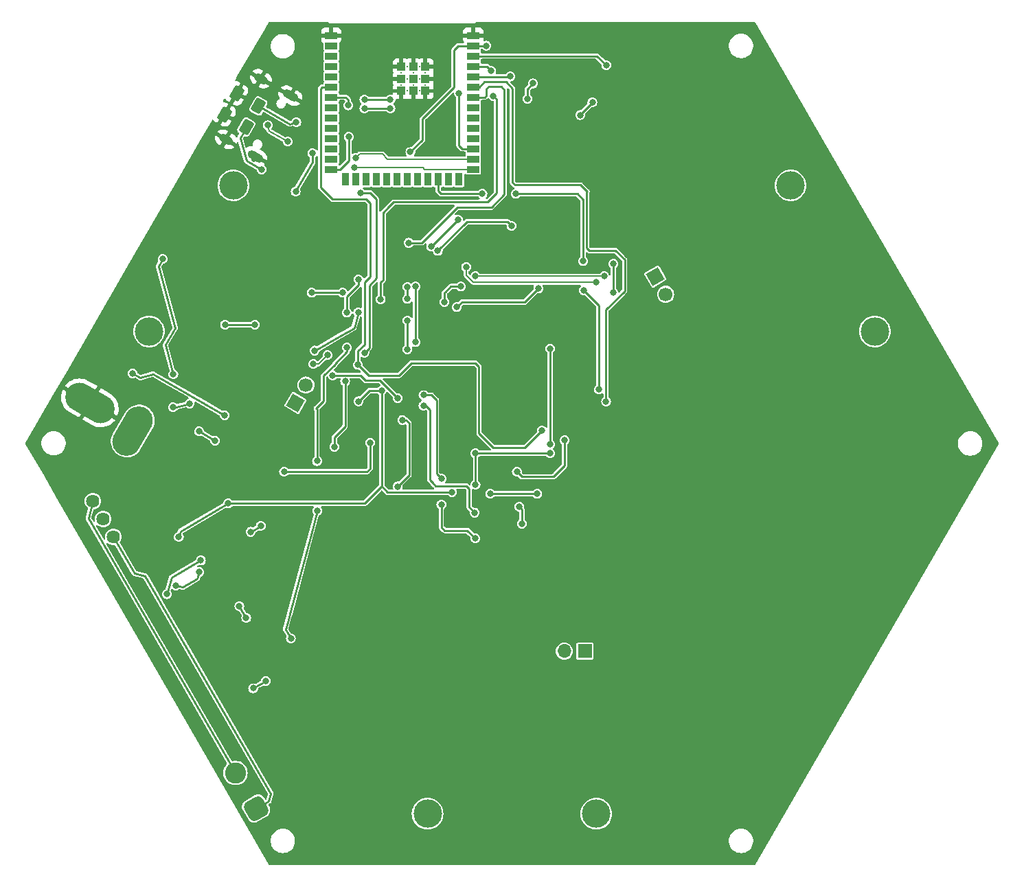
<source format=gbr>
%TF.GenerationSoftware,KiCad,Pcbnew,7.0.6*%
%TF.CreationDate,2024-05-15T12:06:43-04:00*%
%TF.ProjectId,remote_omnidirection_droid_v0.1,72656d6f-7465-45f6-9f6d-6e6964697265,rev?*%
%TF.SameCoordinates,Original*%
%TF.FileFunction,Copper,L2,Bot*%
%TF.FilePolarity,Positive*%
%FSLAX46Y46*%
G04 Gerber Fmt 4.6, Leading zero omitted, Abs format (unit mm)*
G04 Created by KiCad (PCBNEW 7.0.6) date 2024-05-15 12:06:43*
%MOMM*%
%LPD*%
G01*
G04 APERTURE LIST*
G04 Aperture macros list*
%AMRoundRect*
0 Rectangle with rounded corners*
0 $1 Rounding radius*
0 $2 $3 $4 $5 $6 $7 $8 $9 X,Y pos of 4 corners*
0 Add a 4 corners polygon primitive as box body*
4,1,4,$2,$3,$4,$5,$6,$7,$8,$9,$2,$3,0*
0 Add four circle primitives for the rounded corners*
1,1,$1+$1,$2,$3*
1,1,$1+$1,$4,$5*
1,1,$1+$1,$6,$7*
1,1,$1+$1,$8,$9*
0 Add four rect primitives between the rounded corners*
20,1,$1+$1,$2,$3,$4,$5,0*
20,1,$1+$1,$4,$5,$6,$7,0*
20,1,$1+$1,$6,$7,$8,$9,0*
20,1,$1+$1,$8,$9,$2,$3,0*%
%AMHorizOval*
0 Thick line with rounded ends*
0 $1 width*
0 $2 $3 position (X,Y) of the first rounded end (center of the circle)*
0 $4 $5 position (X,Y) of the second rounded end (center of the circle)*
0 Add line between two ends*
20,1,$1,$2,$3,$4,$5,0*
0 Add two circle primitives to create the rounded ends*
1,1,$1,$2,$3*
1,1,$1,$4,$5*%
%AMRotRect*
0 Rectangle, with rotation*
0 The origin of the aperture is its center*
0 $1 length*
0 $2 width*
0 $3 Rotation angle, in degrees counterclockwise*
0 Add horizontal line*
21,1,$1,$2,0,0,$3*%
G04 Aperture macros list end*
%TA.AperFunction,ComponentPad*%
%ADD10HorizOval,1.000000X-0.476314X0.275000X0.476314X-0.275000X0*%
%TD*%
%TA.AperFunction,ComponentPad*%
%ADD11HorizOval,1.000000X-0.346410X0.200000X0.346410X-0.200000X0*%
%TD*%
%TA.AperFunction,ComponentPad*%
%ADD12RoundRect,0.650000X0.887917X-0.237917X0.237917X0.887917X-0.887917X0.237917X-0.237917X-0.887917X0*%
%TD*%
%TA.AperFunction,ComponentPad*%
%ADD13C,2.600000*%
%TD*%
%TA.AperFunction,ComponentPad*%
%ADD14C,1.625600*%
%TD*%
%TA.AperFunction,SMDPad,CuDef*%
%ADD15RoundRect,0.250000X0.658910X0.341266X-0.033910X0.741266X-0.658910X-0.341266X0.033910X-0.741266X0*%
%TD*%
%TA.AperFunction,WasherPad*%
%ADD16C,3.500000*%
%TD*%
%TA.AperFunction,ComponentPad*%
%ADD17R,1.700000X1.700000*%
%TD*%
%TA.AperFunction,ComponentPad*%
%ADD18O,1.700000X1.700000*%
%TD*%
%TA.AperFunction,ComponentPad*%
%ADD19RotRect,1.700000X1.700000X30.000000*%
%TD*%
%TA.AperFunction,ComponentPad*%
%ADD20HorizOval,1.700000X0.000000X0.000000X0.000000X0.000000X0*%
%TD*%
%TA.AperFunction,ComponentPad*%
%ADD21HorizOval,3.500000X-0.750000X-1.299038X0.750000X1.299038X0*%
%TD*%
%TA.AperFunction,ComponentPad*%
%ADD22HorizOval,3.500000X1.299038X-0.750000X-1.299038X0.750000X0*%
%TD*%
%TA.AperFunction,SMDPad,CuDef*%
%ADD23R,1.500000X0.900000*%
%TD*%
%TA.AperFunction,SMDPad,CuDef*%
%ADD24R,0.900000X1.500000*%
%TD*%
%TA.AperFunction,SMDPad,CuDef*%
%ADD25R,1.000000X1.000000*%
%TD*%
%TA.AperFunction,ComponentPad*%
%ADD26C,0.300000*%
%TD*%
%TA.AperFunction,ComponentPad*%
%ADD27RotRect,1.700000X1.700000X150.000000*%
%TD*%
%TA.AperFunction,ComponentPad*%
%ADD28HorizOval,1.700000X0.000000X0.000000X0.000000X0.000000X0*%
%TD*%
%TA.AperFunction,ViaPad*%
%ADD29C,0.800000*%
%TD*%
%TA.AperFunction,Conductor*%
%ADD30C,0.250000*%
%TD*%
%TA.AperFunction,Conductor*%
%ADD31C,0.200000*%
%TD*%
G04 APERTURE END LIST*
D10*
%TO.P,J1,S1,SHIELD*%
%TO.N,GND*%
X73966334Y-66546832D03*
D11*
X70346348Y-64456832D03*
D10*
X69646334Y-74029292D03*
D11*
X66026348Y-71939292D03*
%TD*%
D12*
%TO.P,TP1,1,1*%
%TO.N,+BATT*%
X69748627Y-154466371D03*
D13*
%TO.P,TP1,2,2*%
%TO.N,Net-(SW3-A)*%
X67208627Y-150066962D03*
%TD*%
D14*
%TO.P,SW3,1,A*%
%TO.N,Net-(SW3-A)*%
X49619374Y-116557189D03*
%TO.P,SW3,2,B*%
%TO.N,Net-(J3-Pin_1)*%
X50889374Y-118756894D03*
%TO.P,SW3,3,C*%
%TO.N,+BATT*%
X52159374Y-120956598D03*
%TD*%
D15*
%TO.P,R1,1*%
%TO.N,/CC1*%
X70032522Y-67820576D03*
%TO.P,R1,2*%
%TO.N,GND*%
X67347844Y-66270576D03*
%TD*%
D16*
%TO.P,M3,*%
%TO.N,*%
X111688223Y-155104218D03*
X90887897Y-155104220D03*
D17*
%TO.P,M3,1,+*%
%TO.N,/MOTOR3+*%
X110288226Y-135054220D03*
D18*
%TO.P,M3,2,-*%
%TO.N,/MOTOR3-*%
X107748226Y-135054220D03*
%TD*%
D16*
%TO.P,M2,*%
%TO.N,*%
X135632511Y-77613292D03*
X146032676Y-95626902D03*
D19*
%TO.P,M2,1,+*%
%TO.N,/MOTOR2+*%
X118968702Y-88850724D03*
D20*
%TO.P,M2,2,-*%
%TO.N,/MOTOR2-*%
X120238702Y-91050429D03*
%TD*%
D15*
%TO.P,R2,1*%
%TO.N,/CC2*%
X68532522Y-70418652D03*
%TO.P,R2,2*%
%TO.N,GND*%
X65847844Y-68868652D03*
%TD*%
D21*
%TO.P,J3,1,Pin_1*%
%TO.N,Net-(J3-Pin_1)*%
X54541853Y-107895386D03*
D22*
%TO.P,J3,2,Pin_2*%
%TO.N,GND*%
X49260893Y-104442277D03*
%TD*%
D23*
%TO.P,U4,1,GND*%
%TO.N,GND*%
X96512905Y-59118675D03*
%TO.P,U4,2,3V3*%
%TO.N,+3V3*%
X96512905Y-60388675D03*
%TO.P,U4,3,EN*%
%TO.N,/EN*%
X96512905Y-61658675D03*
%TO.P,U4,4,IO4*%
%TO.N,/TRIG1*%
X96512905Y-62928675D03*
%TO.P,U4,5,IO5*%
%TO.N,/TRIG2*%
X96512905Y-64198675D03*
%TO.P,U4,6,IO6*%
%TO.N,/TRIG3*%
X96512905Y-65468675D03*
%TO.P,U4,7,IO7*%
%TO.N,/ECHO1*%
X96512905Y-66738675D03*
%TO.P,U4,8,IO15*%
%TO.N,unconnected-(U4-IO15-Pad8)*%
X96512905Y-68008675D03*
%TO.P,U4,9,IO16*%
%TO.N,unconnected-(U4-IO16-Pad9)*%
X96512905Y-69278675D03*
%TO.P,U4,10,IO17*%
%TO.N,unconnected-(U4-IO17-Pad10)*%
X96512905Y-70548675D03*
%TO.P,U4,11,IO18*%
%TO.N,unconnected-(U4-IO18-Pad11)*%
X96512905Y-71818675D03*
%TO.P,U4,12,IO8*%
%TO.N,/ECHO2*%
X96512905Y-73088675D03*
%TO.P,U4,13,IO19*%
%TO.N,/D-*%
X96512905Y-74358675D03*
%TO.P,U4,14,IO20*%
%TO.N,/D+*%
X96512905Y-75628675D03*
D24*
%TO.P,U4,15,IO3*%
%TO.N,unconnected-(U4-IO3-Pad15)*%
X94747905Y-76878675D03*
%TO.P,U4,16,IO46*%
%TO.N,unconnected-(U4-IO46-Pad16)*%
X93477905Y-76878675D03*
%TO.P,U4,17,IO9*%
%TO.N,/ECHO3*%
X92207905Y-76878675D03*
%TO.P,U4,18,IO10*%
%TO.N,unconnected-(U4-IO10-Pad18)*%
X90937905Y-76878675D03*
%TO.P,U4,19,IO11*%
%TO.N,unconnected-(U4-IO11-Pad19)*%
X89667905Y-76878675D03*
%TO.P,U4,20,IO12*%
%TO.N,unconnected-(U4-IO12-Pad20)*%
X88397905Y-76878675D03*
%TO.P,U4,21,IO13*%
%TO.N,unconnected-(U4-IO13-Pad21)*%
X87127905Y-76878675D03*
%TO.P,U4,22,IO14*%
%TO.N,unconnected-(U4-IO14-Pad22)*%
X85857905Y-76878675D03*
%TO.P,U4,23,IO21*%
%TO.N,unconnected-(U4-IO21-Pad23)*%
X84587905Y-76878675D03*
%TO.P,U4,24,IO47*%
%TO.N,unconnected-(U4-IO47-Pad24)*%
X83317905Y-76878675D03*
%TO.P,U4,25,IO48*%
%TO.N,unconnected-(U4-IO48-Pad25)*%
X82047905Y-76878675D03*
%TO.P,U4,26,IO45*%
%TO.N,unconnected-(U4-IO45-Pad26)*%
X80777905Y-76878675D03*
D23*
%TO.P,U4,27,IO0*%
%TO.N,/BOOT*%
X79012905Y-75628675D03*
%TO.P,U4,28,NC*%
%TO.N,unconnected-(U4-NC-Pad28)*%
X79012905Y-74358675D03*
%TO.P,U4,29,NC*%
%TO.N,unconnected-(U4-NC-Pad29)*%
X79012905Y-73088675D03*
%TO.P,U4,30,NC*%
%TO.N,unconnected-(U4-NC-Pad30)*%
X79012905Y-71818675D03*
%TO.P,U4,31,IO38*%
%TO.N,unconnected-(U4-IO38-Pad31)*%
X79012905Y-70548675D03*
%TO.P,U4,32,IO39*%
%TO.N,unconnected-(U4-IO39-Pad32)*%
X79012905Y-69278675D03*
%TO.P,U4,33,IO40*%
%TO.N,unconnected-(U4-IO40-Pad33)*%
X79012905Y-68008675D03*
%TO.P,U4,34,IO41*%
%TO.N,/SCL*%
X79012905Y-66738675D03*
%TO.P,U4,35,IO42*%
%TO.N,/SDA*%
X79012905Y-65468675D03*
%TO.P,U4,36,RXD0*%
%TO.N,unconnected-(U4-RXD0-Pad36)*%
X79012905Y-64198675D03*
%TO.P,U4,37,TXD0*%
%TO.N,unconnected-(U4-TXD0-Pad37)*%
X79012905Y-62928675D03*
%TO.P,U4,38,IO2*%
%TO.N,unconnected-(U4-IO2-Pad38)*%
X79012905Y-61658675D03*
%TO.P,U4,39,IO1*%
%TO.N,unconnected-(U4-IO1-Pad39)*%
X79012905Y-60388675D03*
%TO.P,U4,40,GND*%
%TO.N,GND*%
X79012905Y-59118675D03*
D25*
%TO.P,U4,41_1,GND*%
X89122905Y-64468675D03*
%TO.P,U4,41_2,GND*%
X90622905Y-64468675D03*
%TO.P,U4,41_3,GND*%
X87622905Y-64468675D03*
%TO.P,U4,41_4,GND*%
X90622905Y-65968675D03*
%TO.P,U4,41_5,GND*%
X89122905Y-65968675D03*
%TO.P,U4,41_6,GND*%
X87622905Y-65968675D03*
%TO.P,U4,41_7,GND*%
X90622905Y-62968675D03*
%TO.P,U4,41_8,GND*%
X89122905Y-62968675D03*
%TO.P,U4,41_9,GND*%
X87622905Y-62968675D03*
D26*
%TO.P,U4,41_10*%
%TO.N,N/C*%
X89122905Y-63718675D03*
%TO.P,U4,41_11*%
X90622905Y-63718675D03*
%TO.P,U4,41_12*%
X87622905Y-63718675D03*
%TO.P,U4,41_13*%
X90622905Y-65218675D03*
%TO.P,U4,41_14*%
X89122905Y-65218675D03*
%TO.P,U4,41_15*%
X87622905Y-65218675D03*
%TO.P,U4,41_16*%
X89872905Y-62968675D03*
%TO.P,U4,41_17*%
X88372905Y-62968675D03*
%TO.P,U4,41_18*%
X89872905Y-64468675D03*
%TO.P,U4,41_19*%
X88372905Y-64468675D03*
%TO.P,U4,41_20*%
X89872905Y-65968675D03*
%TO.P,U4,41_21*%
X88372905Y-65968675D03*
%TD*%
D16*
%TO.P,M1,*%
%TO.N,*%
X56549757Y-95629400D03*
X66949918Y-77615788D03*
D27*
%TO.P,M1,1,+*%
%TO.N,/MOTOR1+*%
X74613563Y-104441966D03*
D28*
%TO.P,M1,2,-*%
%TO.N,/MOTOR1-*%
X75883563Y-102242261D03*
%TD*%
D29*
%TO.N,+5V*%
X67679484Y-129487816D03*
X93903025Y-115434362D03*
X62724232Y-125305061D03*
X103203024Y-66934360D03*
X82398391Y-104240570D03*
X103903025Y-65034360D03*
X59866348Y-126955059D03*
X60224233Y-120974934D03*
X98603026Y-115634361D03*
X85222905Y-102913678D03*
X66314324Y-116841449D03*
X104415018Y-115655136D03*
X83103026Y-67034359D03*
X68529488Y-130960055D03*
X74631166Y-78385305D03*
X76703024Y-73634363D03*
X86303025Y-67034360D03*
%TO.N,GND*%
X101224904Y-134155675D03*
X73163823Y-138371418D03*
X73030906Y-98976676D03*
X92080907Y-88308675D03*
X79203024Y-80534361D03*
X69474908Y-101135678D03*
X100970905Y-119296675D03*
X71633905Y-86403679D03*
X64648906Y-97833677D03*
X73274874Y-109944359D03*
X96652905Y-93261679D03*
X64140906Y-100373674D03*
X72103025Y-79034363D03*
X106558909Y-87546679D03*
X95255908Y-85981677D03*
X103498389Y-112540572D03*
X76713910Y-89705680D03*
X104526908Y-119296680D03*
X68374875Y-112944360D03*
X94003026Y-69934361D03*
X87889910Y-85641679D03*
X76203023Y-77134363D03*
X98503026Y-71334362D03*
X79998389Y-92740572D03*
X81798393Y-96540570D03*
X79898388Y-97640570D03*
X70363904Y-91864678D03*
X91803023Y-73034362D03*
X87998394Y-132340570D03*
X77856908Y-83736677D03*
X64674875Y-119844358D03*
X83798390Y-107640567D03*
X70712504Y-133741144D03*
X89159908Y-61257681D03*
X72374874Y-114944359D03*
X97498388Y-132240566D03*
X69814785Y-135570711D03*
X87003025Y-78634362D03*
X80142906Y-85260677D03*
X67442908Y-102024679D03*
X66680910Y-96563676D03*
X95598388Y-118540567D03*
X76332905Y-96817680D03*
X87598390Y-123740568D03*
X73157906Y-82974674D03*
X96498390Y-107440568D03*
X98298388Y-118640568D03*
X81798390Y-91840566D03*
X86746907Y-99738677D03*
%TO.N,+3V3*%
X105998388Y-110640568D03*
X98139411Y-60388682D03*
X96798391Y-114540571D03*
X83798387Y-109340567D03*
X88759262Y-73504588D03*
X96798388Y-110640568D03*
X73198394Y-112940573D03*
%TO.N,VBUS*%
X59544171Y-100910781D03*
X64698686Y-109082900D03*
X62706830Y-107932907D03*
X58224462Y-86696590D03*
%TO.N,+BATT*%
X102498388Y-119340568D03*
X59501222Y-104985170D03*
X76586904Y-90848675D03*
X102198392Y-117240568D03*
X105998392Y-109540570D03*
X65918905Y-94785673D03*
X61568560Y-104504442D03*
X105998389Y-97740567D03*
X80396903Y-90848676D03*
X69601906Y-94785678D03*
X113797907Y-87292681D03*
X113797904Y-90848676D03*
%TO.N,/EN*%
X111203025Y-67391179D03*
X109703025Y-68934361D03*
X112908907Y-62781678D03*
%TO.N,/D-*%
X82003026Y-74234361D03*
%TO.N,/D+*%
X81903025Y-75434362D03*
%TO.N,/MOTOR1+*%
X76798391Y-99640569D03*
X78541406Y-98540572D03*
%TO.N,/MOTOR2+*%
X112654908Y-88816677D03*
X96779907Y-88816676D03*
%TO.N,/MOTOR2-*%
X95636905Y-87673675D03*
X111638906Y-89578680D03*
%TO.N,/NESD_D-*%
X73640026Y-72202011D03*
X71170353Y-70198795D03*
%TO.N,/TRIG1*%
X62939274Y-123872211D03*
X98996982Y-66574545D03*
X76976507Y-97985419D03*
X70319405Y-119611288D03*
X98722409Y-63474180D03*
X85109967Y-91672985D03*
X58752926Y-128021252D03*
X82338682Y-93272984D03*
X69064533Y-120335784D03*
%TO.N,/TRIG2*%
X101097907Y-64178678D03*
%TO.N,/TRIG3*%
X112888393Y-104250572D03*
%TO.N,/ECHO1*%
X74035106Y-133480524D03*
X69386326Y-139628594D03*
X77301576Y-117738215D03*
X80959261Y-97604588D03*
X70945170Y-138728595D03*
X82359264Y-89204590D03*
X77259264Y-111604589D03*
X80959260Y-93304587D03*
X88559262Y-84690179D03*
%TO.N,/ECHO2*%
X94747909Y-66234363D03*
%TO.N,/ECHO3*%
X110149329Y-90557198D03*
X110049326Y-86957197D03*
X101749325Y-78657197D03*
X111989063Y-102767983D03*
X97649325Y-78657196D03*
%TO.N,/BOOT*%
X86303024Y-68134362D03*
X83103026Y-68134361D03*
X81158908Y-71634362D03*
%TO.N,Net-(D4-A)*%
X65872372Y-105950022D03*
X54519879Y-100785129D03*
%TO.N,/PWM3*%
X94493908Y-92626678D03*
X104526904Y-90340683D03*
%TO.N,/PWM4*%
X95001906Y-90086672D03*
X92969907Y-91991673D03*
%TO.N,/PWM2*%
X89413900Y-90086677D03*
X89413905Y-96944677D03*
X101224903Y-82593673D03*
X92150541Y-85688102D03*
%TO.N,/PWM1*%
X88397906Y-90124180D03*
X88397907Y-91610674D03*
X88397904Y-94277677D03*
X88397910Y-97833678D03*
X91318912Y-85133679D03*
X94620908Y-81831676D03*
%TO.N,/PWM6*%
X90385592Y-104772632D03*
X96703025Y-117965067D03*
%TO.N,/PWM5*%
X90385592Y-103472632D03*
X96774874Y-121144360D03*
X92585593Y-116972631D03*
X92585589Y-113772630D03*
%TO.N,/SCL*%
X83098388Y-98240568D03*
X82598390Y-78540566D03*
X101898394Y-112940573D03*
X107798391Y-109040570D03*
X81098391Y-67740568D03*
%TO.N,/SDA*%
X79395570Y-109842449D03*
X82301908Y-99738676D03*
X80722889Y-101765071D03*
X104998390Y-107840568D03*
%TO.N,Net-(U7-EN)*%
X87773889Y-106540571D03*
X87198388Y-114740570D03*
%TO.N,/SCL_5V*%
X87198387Y-103840571D03*
X79198387Y-101040568D03*
%TO.N,/CC1*%
X74710609Y-69817891D03*
%TO.N,/CC2*%
X70417789Y-75653275D03*
%TD*%
D30*
%TO.N,Net-(SW3-A)*%
X49619374Y-116557189D02*
X49062231Y-118636475D01*
X49062231Y-118636475D02*
X53341160Y-126047797D01*
%TO.N,+BATT*%
X54745928Y-125436641D02*
X55668272Y-125683782D01*
X52159374Y-120956598D02*
X54745928Y-125436641D01*
%TO.N,Net-(SW3-A)*%
X53341160Y-126047797D02*
X67208629Y-150066958D01*
%TO.N,+5V*%
X98623802Y-115655138D02*
X98603026Y-115634361D01*
X67679484Y-129487816D02*
X68529488Y-130960055D01*
X60685963Y-127174677D02*
X62504619Y-126124672D01*
X76703024Y-74734363D02*
X76703024Y-73634363D01*
X103203025Y-65734359D02*
X103903025Y-65034360D01*
X93903025Y-115434362D02*
X93864757Y-115472630D01*
X85970857Y-115472630D02*
X85222904Y-114724678D01*
X85222904Y-114724678D02*
X83106134Y-116841447D01*
X66314324Y-116841449D02*
X60419926Y-120244575D01*
X60419926Y-120244575D02*
X60224233Y-120974934D01*
X62504619Y-126124672D02*
X62724232Y-125305061D01*
X83103026Y-67034359D02*
X86303025Y-67034360D01*
X104415018Y-115655136D02*
X98623802Y-115655138D01*
X103203024Y-66934360D02*
X103203025Y-65734359D01*
X83725283Y-102913677D02*
X85222905Y-102913678D01*
X74631166Y-78385305D02*
X74619751Y-78342697D01*
X85222905Y-102913678D02*
X85222904Y-114724678D01*
X82398391Y-104240570D02*
X83725283Y-102913677D01*
X93864757Y-115472630D02*
X85970857Y-115472630D01*
X83106134Y-116841447D02*
X66314324Y-116841449D01*
X74619751Y-78342697D02*
X76703024Y-74734363D01*
X59866348Y-126955059D02*
X60685963Y-127174677D01*
%TO.N,+3V3*%
X96798388Y-110640568D02*
X96798391Y-114540571D01*
X90259264Y-72004587D02*
X90259259Y-69404585D01*
X96798388Y-110640568D02*
X105998388Y-110640568D01*
X90259259Y-69404585D02*
X94159260Y-65504594D01*
X88759262Y-73504588D02*
X90259264Y-72004587D01*
X83798391Y-112540567D02*
X83398393Y-112940570D01*
X83798387Y-109340567D02*
X83798391Y-112540567D01*
X94675179Y-60388678D02*
X96512905Y-60388673D01*
X83398393Y-112940570D02*
X73198394Y-112940573D01*
X94159263Y-60904592D02*
X94675179Y-60388678D01*
X94159260Y-65504594D02*
X94159263Y-60904592D01*
X98139411Y-60388682D02*
X96512907Y-60388681D01*
%TO.N,VBUS*%
X57724457Y-87562615D02*
X58224462Y-86696590D01*
X59774205Y-95212356D02*
X57724457Y-87562615D01*
X62706830Y-107932907D02*
X64698686Y-109082900D01*
X58574205Y-97290817D02*
X59774205Y-95212356D01*
X59544171Y-100910781D02*
X58574205Y-97290817D01*
%TO.N,+BATT*%
X69601906Y-94785678D02*
X65918905Y-94785673D01*
X113797904Y-90848676D02*
X113797907Y-87292681D01*
X105998392Y-109540570D02*
X105998389Y-97740567D01*
X71567026Y-152621221D02*
X71314930Y-153562066D01*
X59501222Y-104985170D02*
X59587820Y-105035182D01*
X59587820Y-105035182D02*
X61568560Y-104504442D01*
X102498388Y-117540570D02*
X102198392Y-117240568D01*
X56078080Y-125793583D02*
X71567026Y-152621221D01*
X55668272Y-125683782D02*
X56078080Y-125793583D01*
X71314930Y-153562066D02*
X69748627Y-154466371D01*
X80396903Y-90848676D02*
X76586904Y-90848675D01*
X102498388Y-119340568D02*
X102498388Y-117540570D01*
%TO.N,/EN*%
X111203025Y-67391179D02*
X109703026Y-68891179D01*
X112908907Y-62781678D02*
X111785903Y-61658674D01*
X111785903Y-61658674D02*
X96512903Y-61658674D01*
X109703026Y-68891179D02*
X109703025Y-68934361D01*
D31*
%TO.N,/D-*%
X85303024Y-73734360D02*
X85927339Y-74358674D01*
X82503025Y-73734359D02*
X85303024Y-73734360D01*
X85927339Y-74358674D02*
X96512906Y-74358677D01*
X82003026Y-74234361D02*
X82503025Y-73734359D01*
%TO.N,/D+*%
X90303025Y-75434361D02*
X90503026Y-75634363D01*
X96507220Y-75634361D02*
X96512908Y-75628677D01*
X90503026Y-75634363D02*
X96507220Y-75634361D01*
X81903025Y-75434362D02*
X90303025Y-75434361D01*
%TO.N,/MOTOR1+*%
X77441408Y-99640571D02*
X78541406Y-98540572D01*
X76798391Y-99640569D02*
X77441408Y-99640571D01*
%TO.N,/MOTOR2+*%
X96779907Y-88816676D02*
X112654908Y-88816677D01*
%TO.N,/MOTOR2-*%
X95636905Y-88663630D02*
X95636905Y-87673675D01*
X96551956Y-89578680D02*
X95636905Y-88663630D01*
X111638906Y-89578680D02*
X96551956Y-89578680D01*
%TO.N,/NESD_D-*%
X71353366Y-70881808D02*
X73640026Y-72202011D01*
X71170353Y-70198795D02*
X71353366Y-70881808D01*
D30*
%TO.N,/TRIG1*%
X81826251Y-95185418D02*
X82338682Y-93272984D01*
X76976507Y-97985419D02*
X80180801Y-96135419D01*
X85396980Y-80974542D02*
X86096982Y-80274543D01*
X85109969Y-89561561D02*
X85196981Y-89474542D01*
X85396983Y-81374546D02*
X85396980Y-80974542D01*
X69064533Y-120335784D02*
X70319405Y-119611288D01*
X59301964Y-125972211D02*
X62939274Y-123872211D01*
X99396984Y-78574549D02*
X99396979Y-66974547D01*
X85109967Y-91672985D02*
X85109969Y-89561561D01*
X98176903Y-62928679D02*
X96512908Y-62928678D01*
X85396983Y-89274544D02*
X85396983Y-81374546D01*
X86096982Y-80274543D02*
X86696980Y-79674542D01*
X98296981Y-79674545D02*
X99396984Y-78574549D01*
X98722409Y-63474180D02*
X98176903Y-62928679D01*
X86696980Y-79674542D02*
X95096982Y-79674549D01*
X95096982Y-79674549D02*
X98296981Y-79674545D01*
X99396979Y-66974547D02*
X98996982Y-66574545D01*
X58752926Y-128021252D02*
X59301964Y-125972211D01*
X85196981Y-89474542D02*
X85396983Y-89274544D01*
X80180801Y-96135419D02*
X81826251Y-95185418D01*
%TO.N,/TRIG2*%
X101097907Y-64178678D02*
X101077906Y-64198679D01*
X101077906Y-64198679D02*
X96512907Y-64198679D01*
%TO.N,/TRIG3*%
X115188391Y-86796261D02*
X115188393Y-90618137D01*
X97849330Y-64857197D02*
X100549328Y-64857201D01*
X100549328Y-64857201D02*
X101349327Y-65657198D01*
X109749330Y-77557194D02*
X110549330Y-78357200D01*
X101649329Y-77557196D02*
X109749330Y-77557194D01*
X110549330Y-78357200D02*
X110499324Y-78407196D01*
X110499324Y-78407196D02*
X110499330Y-85307202D01*
X101349327Y-65657198D02*
X101349327Y-77257196D01*
X114049328Y-85657197D02*
X115188391Y-86796261D01*
X96512905Y-65468673D02*
X97237852Y-65468676D01*
X101349327Y-77257196D02*
X101649329Y-77557196D01*
X112888390Y-92918135D02*
X112888393Y-104250572D01*
X110849327Y-85657201D02*
X114049328Y-85657197D01*
X110499330Y-85307202D02*
X110849327Y-85657201D01*
X115188393Y-90618137D02*
X112888390Y-92918135D01*
X97237852Y-65468676D02*
X97849330Y-64857197D01*
%TO.N,/ECHO1*%
X98159262Y-65704587D02*
X98159262Y-66504589D01*
X76496325Y-120743476D02*
X77301576Y-117738215D01*
X78059261Y-101104586D02*
X79459261Y-99704591D01*
X77259264Y-111604589D02*
X77259261Y-105204590D01*
X79459263Y-99604589D02*
X80959262Y-98104587D01*
X100359260Y-65804591D02*
X99959261Y-65404586D01*
X98759262Y-80304588D02*
X100359264Y-78704594D01*
X80959260Y-91311620D02*
X82359262Y-89911624D01*
X98459262Y-65404590D02*
X98159262Y-65704587D01*
X73897542Y-130442255D02*
X76496325Y-120743476D01*
X98159262Y-66504589D02*
X97925174Y-66738673D01*
X94559261Y-80304590D02*
X98759262Y-80304588D01*
X78059263Y-104204592D02*
X78059261Y-101104586D01*
X69386326Y-139628594D02*
X70945170Y-138728595D01*
X77259261Y-105204590D02*
X77159261Y-105104590D01*
X100359264Y-78704594D02*
X100359260Y-65804591D01*
X79459261Y-99704591D02*
X79459263Y-99604589D01*
X80959262Y-98104587D02*
X80959261Y-97604588D01*
X82359262Y-89911624D02*
X82359264Y-89204590D01*
X73787734Y-130852062D02*
X73897542Y-130442255D01*
X99959261Y-65404586D02*
X98459262Y-65404590D01*
X97925174Y-66738673D02*
X96512904Y-66738678D01*
X90173675Y-84690177D02*
X94559261Y-80304590D01*
X77159261Y-105104590D02*
X78059263Y-104204592D01*
X74035106Y-133480524D02*
X73385105Y-132354689D01*
X73385105Y-132354689D02*
X73787734Y-130852062D01*
X88559262Y-84690179D02*
X90173675Y-84690177D01*
X80959260Y-93304587D02*
X80959260Y-91311620D01*
%TO.N,/ECHO2*%
X95148909Y-73088679D02*
X96512910Y-73088680D01*
X94747909Y-66234363D02*
X94747908Y-72687679D01*
X94747908Y-72687679D02*
X95148909Y-73088679D01*
%TO.N,/ECHO3*%
X97649325Y-78657196D02*
X92549328Y-78657199D01*
X111989064Y-92396937D02*
X110149329Y-90557198D01*
X109349327Y-78657196D02*
X101749325Y-78657197D01*
X92549328Y-78657199D02*
X92207905Y-78315780D01*
X92207905Y-78315780D02*
X92207906Y-76878676D01*
X110049326Y-86957197D02*
X110049326Y-79357198D01*
X110049326Y-79357198D02*
X109349327Y-78657196D01*
X111989063Y-102767983D02*
X111989064Y-92396937D01*
%TO.N,/BOOT*%
X81158905Y-74578481D02*
X80108706Y-75628679D01*
X81158908Y-71634362D02*
X81158905Y-74578481D01*
X83103026Y-68134361D02*
X86303024Y-68134362D01*
X80108706Y-75628679D02*
X79012909Y-75628680D01*
%TO.N,Net-(D4-A)*%
X57082212Y-100875016D02*
X65872372Y-105950022D01*
X55438444Y-101315464D02*
X57082212Y-100875016D01*
X54519879Y-100785129D02*
X55438444Y-101315464D01*
%TO.N,/PWM3*%
X94493908Y-92626678D02*
X95128905Y-91991673D01*
X102875909Y-91991677D02*
X104526904Y-90340683D01*
X95128905Y-91991673D02*
X102875909Y-91991677D01*
%TO.N,/PWM4*%
X93731905Y-90086680D02*
X93096905Y-90721680D01*
X93096905Y-90721680D02*
X92969906Y-90848679D01*
X95001906Y-90086672D02*
X93731905Y-90086680D01*
X92969906Y-90848679D02*
X92969907Y-91991673D01*
%TO.N,/PWM2*%
X95752967Y-82085674D02*
X92150541Y-85688102D01*
X89413905Y-96944677D02*
X89413905Y-94277679D01*
X101224903Y-82593673D02*
X100716907Y-82085676D01*
X89413900Y-90086677D02*
X89413905Y-94277679D01*
X100716907Y-82085676D02*
X95752967Y-82085674D01*
%TO.N,/PWM1*%
X88397907Y-91610674D02*
X88397906Y-90124180D01*
X88397910Y-97833678D02*
X88397904Y-94277677D01*
X91318912Y-85133679D02*
X94620908Y-81831676D01*
%TO.N,/PWM6*%
X91485593Y-114272627D02*
X91885591Y-114672628D01*
X91185591Y-105272629D02*
X91185590Y-113972628D01*
X90685593Y-104772631D02*
X91185591Y-105272629D01*
X91885591Y-114672628D02*
X93585590Y-114672629D01*
X90385592Y-104772632D02*
X90685593Y-104772631D01*
X96003027Y-117265068D02*
X96703025Y-117965067D01*
X91185590Y-113972628D02*
X91485593Y-114272627D01*
X93585590Y-114672629D02*
X95641295Y-114672630D01*
X95641295Y-114672630D02*
X96003026Y-115034363D01*
X96003026Y-115034363D02*
X96003027Y-117265068D01*
%TO.N,/PWM5*%
X92585591Y-119772631D02*
X92585593Y-116972631D01*
X91985594Y-104072633D02*
X91985593Y-113172629D01*
X96774874Y-121144360D02*
X96757322Y-121144359D01*
X96757322Y-121144359D02*
X95785593Y-120172632D01*
X95785593Y-120172632D02*
X92985590Y-120172630D01*
X90385592Y-103472632D02*
X91385592Y-103472628D01*
X91985593Y-113172629D02*
X92585589Y-113772630D01*
X91385592Y-103472628D02*
X91985594Y-104072633D01*
X92985590Y-120172630D02*
X92585591Y-119772631D01*
%TO.N,/SCL*%
X84587912Y-89070679D02*
X84587903Y-79330086D01*
X101898394Y-112940573D02*
X102498390Y-113540572D01*
X107798389Y-112140572D02*
X107798391Y-109040570D01*
X83798393Y-78540574D02*
X82598390Y-78540566D01*
X102498390Y-113540572D02*
X106398393Y-113540573D01*
X81098387Y-67040567D02*
X80796494Y-66738673D01*
X80796494Y-66738673D02*
X79012907Y-66738675D01*
X106398393Y-113540573D02*
X107798389Y-112140572D01*
X83698905Y-89959674D02*
X83698906Y-97640058D01*
X84587903Y-79330086D02*
X83798393Y-78540574D01*
X83698906Y-97640058D02*
X83098388Y-98240568D01*
X84587912Y-89070679D02*
X83698905Y-89959674D01*
X81098391Y-67740568D02*
X81098387Y-67040567D01*
%TO.N,/SDA*%
X83798393Y-88840572D02*
X83098388Y-89540568D01*
X79395568Y-108643386D02*
X79395570Y-109842449D01*
X97223392Y-99965569D02*
X97223387Y-108201963D01*
X77698388Y-77840566D02*
X79198391Y-79340571D01*
X77698393Y-65640571D02*
X77698388Y-77840566D01*
X80722889Y-101765071D02*
X80722888Y-107316072D01*
X102898393Y-109940573D02*
X104998390Y-107840568D01*
X96798390Y-99540569D02*
X97223392Y-99965569D01*
X79198391Y-79340571D02*
X83298388Y-79340568D01*
X87398390Y-101040570D02*
X88898388Y-99540573D01*
X97223387Y-108201963D02*
X98961993Y-109940569D01*
X77870283Y-65468675D02*
X77698393Y-65640571D01*
X88898388Y-99540573D02*
X96798390Y-99540569D01*
X83798393Y-79840574D02*
X83798393Y-88840572D01*
X82301908Y-99738676D02*
X83603801Y-101040572D01*
X83098387Y-97215266D02*
X82301907Y-98011753D01*
X83098388Y-89540568D02*
X83098387Y-97215266D01*
X83603801Y-101040572D02*
X87398390Y-101040570D01*
X98961993Y-109940569D02*
X102898393Y-109940573D01*
X82301907Y-98011753D02*
X82301908Y-99738676D01*
X79012909Y-65468673D02*
X77870283Y-65468675D01*
X80722888Y-107316072D02*
X79395568Y-108643386D01*
X83298388Y-79340568D02*
X83798393Y-79840574D01*
%TO.N,Net-(U7-EN)*%
X88598388Y-106940572D02*
X88198391Y-106540571D01*
X88598390Y-113340568D02*
X88598388Y-106940572D01*
X87198388Y-114740570D02*
X88598390Y-113340568D01*
X88198391Y-106540571D02*
X87773889Y-106540571D01*
%TO.N,/SCL_5V*%
X82598389Y-101040573D02*
X83198394Y-101640566D01*
X83198394Y-101640566D02*
X84998393Y-101640573D01*
X84998393Y-101640573D02*
X87198387Y-103840571D01*
X79198387Y-101040568D02*
X82598389Y-101040573D01*
%TO.N,/CC1*%
X73890994Y-70037507D02*
X70045250Y-67817166D01*
X74710609Y-69817891D02*
X73890994Y-70037507D01*
X70045250Y-67817166D02*
X70032523Y-67820576D01*
%TO.N,/CC2*%
X70417789Y-75653275D02*
X68533202Y-74565208D01*
X67774114Y-71732254D02*
X68532523Y-70418652D01*
X68533202Y-74565208D02*
X67774114Y-71732254D01*
%TD*%
%TA.AperFunction,Conductor*%
%TO.N,GND*%
G36*
X96679239Y-99885754D02*
G01*
X96699881Y-99902387D01*
X96861571Y-100064076D01*
X96895056Y-100125400D01*
X96897890Y-100151758D01*
X96897887Y-108185041D01*
X96897651Y-108190442D01*
X96897115Y-108196574D01*
X96894122Y-108230771D01*
X96904599Y-108269873D01*
X96905770Y-108275153D01*
X96912798Y-108315006D01*
X96914622Y-108320018D01*
X96921584Y-108336824D01*
X96923832Y-108341644D01*
X96923833Y-108341647D01*
X96937516Y-108361188D01*
X96947042Y-108374794D01*
X96949948Y-108379355D01*
X96970193Y-108414418D01*
X97001202Y-108440438D01*
X97005192Y-108444094D01*
X98664484Y-110103387D01*
X98697969Y-110164710D01*
X98692985Y-110234402D01*
X98651113Y-110290335D01*
X98585649Y-110314752D01*
X98576803Y-110315068D01*
X97366687Y-110315068D01*
X97299648Y-110295383D01*
X97268311Y-110266554D01*
X97226671Y-110212287D01*
X97226670Y-110212286D01*
X97101229Y-110116032D01*
X97070701Y-110103387D01*
X96955150Y-110055524D01*
X96955148Y-110055523D01*
X96798389Y-110034886D01*
X96798387Y-110034886D01*
X96641627Y-110055523D01*
X96641625Y-110055524D01*
X96495548Y-110116031D01*
X96370106Y-110212286D01*
X96273851Y-110337728D01*
X96213344Y-110483805D01*
X96213343Y-110483807D01*
X96192706Y-110640566D01*
X96192706Y-110640569D01*
X96213343Y-110797328D01*
X96213344Y-110797330D01*
X96255974Y-110900249D01*
X96273852Y-110943409D01*
X96370106Y-111068850D01*
X96424375Y-111110492D01*
X96465577Y-111166917D01*
X96472888Y-111208866D01*
X96472889Y-113972271D01*
X96453204Y-114039310D01*
X96424378Y-114070645D01*
X96370110Y-114112287D01*
X96273854Y-114237731D01*
X96213347Y-114383808D01*
X96213347Y-114383809D01*
X96199569Y-114488462D01*
X96171302Y-114552358D01*
X96112978Y-114590829D01*
X96043113Y-114591660D01*
X95988948Y-114559957D01*
X95883421Y-114454428D01*
X95879765Y-114450439D01*
X95853752Y-114419438D01*
X95853746Y-114419433D01*
X95818694Y-114399196D01*
X95814136Y-114396293D01*
X95780980Y-114373077D01*
X95780979Y-114373076D01*
X95776154Y-114370826D01*
X95759338Y-114363860D01*
X95754342Y-114362042D01*
X95714482Y-114355013D01*
X95709201Y-114353842D01*
X95670103Y-114343367D01*
X95670100Y-114343367D01*
X95629777Y-114346893D01*
X95624373Y-114347129D01*
X93614065Y-114347129D01*
X93153122Y-114347128D01*
X93086082Y-114327443D01*
X93040328Y-114274639D01*
X93030384Y-114205481D01*
X93054744Y-114147644D01*
X93110125Y-114075471D01*
X93170633Y-113929392D01*
X93191271Y-113772630D01*
X93189971Y-113762759D01*
X93170633Y-113615869D01*
X93170633Y-113615868D01*
X93110125Y-113469789D01*
X93013871Y-113344348D01*
X92888430Y-113248094D01*
X92878273Y-113243887D01*
X92742351Y-113187586D01*
X92742349Y-113187585D01*
X92585591Y-113166948D01*
X92585586Y-113166948D01*
X92517772Y-113175875D01*
X92448737Y-113165109D01*
X92413906Y-113140617D01*
X92347411Y-113074121D01*
X92313927Y-113012797D01*
X92311093Y-112986440D01*
X92311093Y-104089555D01*
X92311329Y-104084147D01*
X92311426Y-104083027D01*
X92314858Y-104043827D01*
X92304382Y-104004733D01*
X92303210Y-103999447D01*
X92296182Y-103959589D01*
X92294355Y-103954570D01*
X92287404Y-103937788D01*
X92285148Y-103932950D01*
X92273140Y-103915801D01*
X92261926Y-103899785D01*
X92259027Y-103895234D01*
X92238788Y-103860178D01*
X92207778Y-103834157D01*
X92203794Y-103830506D01*
X91627722Y-103254431D01*
X91624066Y-103250442D01*
X91598048Y-103219435D01*
X91598047Y-103219434D01*
X91598046Y-103219433D01*
X91594686Y-103217493D01*
X91562987Y-103199191D01*
X91558432Y-103196290D01*
X91525277Y-103173075D01*
X91525276Y-103173074D01*
X91520449Y-103170823D01*
X91503645Y-103163862D01*
X91498639Y-103162040D01*
X91458773Y-103155010D01*
X91453492Y-103153839D01*
X91414398Y-103143364D01*
X91383263Y-103146088D01*
X91374074Y-103146892D01*
X91368676Y-103147128D01*
X90953888Y-103147128D01*
X90886849Y-103127443D01*
X90855512Y-103098614D01*
X90813875Y-103044351D01*
X90813874Y-103044350D01*
X90688433Y-102948096D01*
X90542354Y-102887588D01*
X90542352Y-102887587D01*
X90385593Y-102866950D01*
X90385591Y-102866950D01*
X90228831Y-102887587D01*
X90228829Y-102887588D01*
X90082752Y-102948095D01*
X89957310Y-103044350D01*
X89861055Y-103169792D01*
X89800548Y-103315869D01*
X89800547Y-103315871D01*
X89779910Y-103472630D01*
X89779910Y-103472633D01*
X89800547Y-103629392D01*
X89800548Y-103629394D01*
X89860326Y-103773712D01*
X89861056Y-103775473D01*
X89957310Y-103900914D01*
X90082751Y-103997168D01*
X90105029Y-104006396D01*
X90109073Y-104008071D01*
X90163476Y-104051912D01*
X90185541Y-104118207D01*
X90168262Y-104185906D01*
X90117124Y-104233516D01*
X90109073Y-104237193D01*
X90082752Y-104248095D01*
X89957310Y-104344350D01*
X89861055Y-104469792D01*
X89800548Y-104615869D01*
X89800547Y-104615871D01*
X89779910Y-104772630D01*
X89779910Y-104772633D01*
X89800547Y-104929392D01*
X89800548Y-104929394D01*
X89855864Y-105062940D01*
X89861056Y-105075473D01*
X89957310Y-105200914D01*
X90082751Y-105297168D01*
X90228830Y-105357676D01*
X90307211Y-105367994D01*
X90385591Y-105378314D01*
X90385592Y-105378314D01*
X90385593Y-105378314D01*
X90440122Y-105371135D01*
X90542354Y-105357676D01*
X90655284Y-105310898D01*
X90724750Y-105303430D01*
X90787229Y-105334705D01*
X90790415Y-105337779D01*
X90823771Y-105371135D01*
X90857256Y-105432458D01*
X90860090Y-105458816D01*
X90860090Y-113955716D01*
X90859854Y-113961122D01*
X90856326Y-114001436D01*
X90866801Y-114040529D01*
X90867972Y-114045810D01*
X90875002Y-114085673D01*
X90876824Y-114090679D01*
X90883791Y-114107499D01*
X90886038Y-114112316D01*
X90909247Y-114145463D01*
X90912153Y-114150024D01*
X90932395Y-114185082D01*
X90932396Y-114185083D01*
X90963403Y-114211101D01*
X90967387Y-114214752D01*
X91247147Y-114494507D01*
X91643468Y-114890831D01*
X91647121Y-114894817D01*
X91673136Y-114925822D01*
X91673141Y-114925825D01*
X91675900Y-114928140D01*
X91679034Y-114932851D01*
X91680109Y-114934132D01*
X91679966Y-114934251D01*
X91714602Y-114986312D01*
X91715710Y-115056173D01*
X91678873Y-115115543D01*
X91615786Y-115145572D01*
X91596194Y-115147130D01*
X87865541Y-115147130D01*
X87798502Y-115127445D01*
X87752747Y-115074641D01*
X87742803Y-115005483D01*
X87750980Y-114975677D01*
X87753807Y-114968852D01*
X87783432Y-114897332D01*
X87804070Y-114740570D01*
X87798377Y-114697333D01*
X87795141Y-114672750D01*
X87805906Y-114603715D01*
X87830396Y-114568886D01*
X88816594Y-113582688D01*
X88820556Y-113579057D01*
X88851584Y-113553023D01*
X88871828Y-113517958D01*
X88874725Y-113513409D01*
X88897944Y-113480252D01*
X88897944Y-113480249D01*
X88900209Y-113475392D01*
X88907137Y-113458667D01*
X88908974Y-113453618D01*
X88908978Y-113453613D01*
X88916009Y-113413731D01*
X88917173Y-113408486D01*
X88927654Y-113369375D01*
X88924122Y-113329020D01*
X88923888Y-113323662D01*
X88923888Y-106957491D01*
X88924124Y-106952084D01*
X88924626Y-106946354D01*
X88927652Y-106911767D01*
X88917171Y-106872653D01*
X88916002Y-106867376D01*
X88908976Y-106827527D01*
X88908974Y-106827524D01*
X88907154Y-106822522D01*
X88900198Y-106805727D01*
X88897942Y-106800889D01*
X88874729Y-106767737D01*
X88871822Y-106763173D01*
X88851584Y-106728120D01*
X88851583Y-106728119D01*
X88851582Y-106728117D01*
X88851579Y-106728115D01*
X88851578Y-106728113D01*
X88820573Y-106702096D01*
X88816583Y-106698441D01*
X88440512Y-106322364D01*
X88436861Y-106318381D01*
X88410846Y-106287377D01*
X88375779Y-106267132D01*
X88371229Y-106264232D01*
X88338076Y-106241018D01*
X88338075Y-106241017D01*
X88333262Y-106238773D01*
X88309900Y-106229096D01*
X88302049Y-106224564D01*
X88303789Y-106221548D01*
X88263133Y-106191737D01*
X88202171Y-106112289D01*
X88076730Y-106016035D01*
X88033986Y-105998330D01*
X87930651Y-105955527D01*
X87930649Y-105955526D01*
X87773890Y-105934889D01*
X87773888Y-105934889D01*
X87617128Y-105955526D01*
X87617126Y-105955527D01*
X87471049Y-106016034D01*
X87345607Y-106112289D01*
X87249352Y-106237731D01*
X87188845Y-106383808D01*
X87188844Y-106383810D01*
X87168207Y-106540569D01*
X87168207Y-106540572D01*
X87188844Y-106697331D01*
X87188845Y-106697333D01*
X87237556Y-106814933D01*
X87249353Y-106843412D01*
X87345607Y-106968853D01*
X87471048Y-107065107D01*
X87617127Y-107125615D01*
X87649531Y-107129881D01*
X87773888Y-107146253D01*
X87773889Y-107146253D01*
X87773890Y-107146253D01*
X87826143Y-107139373D01*
X87930651Y-107125615D01*
X88076730Y-107065107D01*
X88076734Y-107065103D01*
X88083765Y-107061045D01*
X88084998Y-107063180D01*
X88138553Y-107042467D01*
X88207000Y-107056496D01*
X88256997Y-107105303D01*
X88272888Y-107166036D01*
X88272888Y-113154380D01*
X88253203Y-113221419D01*
X88236569Y-113242061D01*
X87370072Y-114108558D01*
X87308749Y-114142043D01*
X87266206Y-114143816D01*
X87198389Y-114134888D01*
X87198387Y-114134888D01*
X87041627Y-114155525D01*
X87041625Y-114155526D01*
X86895548Y-114216033D01*
X86770106Y-114312288D01*
X86673851Y-114437730D01*
X86613344Y-114583807D01*
X86613343Y-114583809D01*
X86592706Y-114740568D01*
X86592706Y-114740571D01*
X86613343Y-114897330D01*
X86613344Y-114897332D01*
X86640895Y-114963847D01*
X86645796Y-114975677D01*
X86653265Y-115045146D01*
X86621990Y-115107626D01*
X86561901Y-115143278D01*
X86531235Y-115147130D01*
X86157045Y-115147130D01*
X86090006Y-115127445D01*
X86069364Y-115110811D01*
X85584723Y-114626169D01*
X85551238Y-114564846D01*
X85548404Y-114538488D01*
X85548404Y-103481977D01*
X85568089Y-103414938D01*
X85596916Y-103383602D01*
X85651187Y-103341960D01*
X85747441Y-103216519D01*
X85783789Y-103128766D01*
X85827628Y-103074364D01*
X85893922Y-103052299D01*
X85961622Y-103069578D01*
X85986029Y-103088538D01*
X86281090Y-103383600D01*
X86566375Y-103668885D01*
X86599860Y-103730208D01*
X86601633Y-103772750D01*
X86592705Y-103840568D01*
X86592705Y-103840572D01*
X86613342Y-103997331D01*
X86613343Y-103997333D01*
X86653305Y-104093811D01*
X86673851Y-104143412D01*
X86770105Y-104268853D01*
X86895546Y-104365107D01*
X87041625Y-104425615D01*
X87120005Y-104435933D01*
X87198386Y-104446253D01*
X87198387Y-104446253D01*
X87198388Y-104446253D01*
X87250640Y-104439373D01*
X87355149Y-104425615D01*
X87501228Y-104365107D01*
X87626669Y-104268853D01*
X87722923Y-104143412D01*
X87783431Y-103997333D01*
X87801488Y-103860176D01*
X87804069Y-103840572D01*
X87804069Y-103840569D01*
X87790310Y-103736062D01*
X87783431Y-103683809D01*
X87722923Y-103537730D01*
X87626669Y-103412289D01*
X87501228Y-103316035D01*
X87500827Y-103315869D01*
X87355149Y-103255527D01*
X87355147Y-103255526D01*
X87198388Y-103234889D01*
X87198384Y-103234889D01*
X87130566Y-103243817D01*
X87061531Y-103233051D01*
X87026701Y-103208559D01*
X86870441Y-103052299D01*
X86266337Y-102448193D01*
X85395898Y-101577751D01*
X85362413Y-101516428D01*
X85367397Y-101446736D01*
X85409269Y-101390803D01*
X85474733Y-101366386D01*
X85483554Y-101366070D01*
X87381468Y-101366070D01*
X87386871Y-101366305D01*
X87427197Y-101369834D01*
X87466330Y-101359347D01*
X87471552Y-101358189D01*
X87511435Y-101351158D01*
X87511440Y-101351154D01*
X87516489Y-101349317D01*
X87533214Y-101342389D01*
X87538071Y-101340124D01*
X87538074Y-101340124D01*
X87571231Y-101316905D01*
X87575780Y-101314008D01*
X87610845Y-101293764D01*
X87636871Y-101262746D01*
X87640512Y-101258772D01*
X88996898Y-99902387D01*
X89058217Y-99868905D01*
X89084565Y-99866071D01*
X96612200Y-99866069D01*
X96679239Y-99885754D01*
G37*
%TD.AperFunction*%
%TA.AperFunction,Conductor*%
G36*
X82692221Y-90141504D02*
G01*
X82748154Y-90183376D01*
X82772571Y-90248840D01*
X82772887Y-90257686D01*
X82772887Y-92617281D01*
X82753202Y-92684320D01*
X82700398Y-92730075D01*
X82631240Y-92740019D01*
X82601435Y-92731842D01*
X82495447Y-92687941D01*
X82495442Y-92687939D01*
X82338683Y-92667302D01*
X82338681Y-92667302D01*
X82181921Y-92687939D01*
X82181919Y-92687940D01*
X82035842Y-92748447D01*
X81910400Y-92844702D01*
X81814145Y-92970144D01*
X81756986Y-93108137D01*
X81713144Y-93162541D01*
X81646850Y-93184605D01*
X81579151Y-93167325D01*
X81531541Y-93116188D01*
X81527866Y-93108141D01*
X81483796Y-93001746D01*
X81387542Y-92876305D01*
X81387540Y-92876303D01*
X81387539Y-92876302D01*
X81333272Y-92834661D01*
X81292070Y-92778233D01*
X81284760Y-92736286D01*
X81284760Y-91497809D01*
X81304445Y-91430770D01*
X81321079Y-91410128D01*
X81361063Y-91370144D01*
X82561208Y-90170003D01*
X82622529Y-90136520D01*
X82692221Y-90141504D01*
G37*
%TD.AperFunction*%
%TA.AperFunction,Conductor*%
G36*
X91638070Y-77789838D02*
G01*
X91641797Y-77792233D01*
X91679673Y-77817542D01*
X91679675Y-77817543D01*
X91738152Y-77829174D01*
X91738155Y-77829175D01*
X91738157Y-77829175D01*
X91758405Y-77829175D01*
X91825444Y-77848860D01*
X91871199Y-77901664D01*
X91882405Y-77953175D01*
X91882405Y-78298868D01*
X91882169Y-78304274D01*
X91878641Y-78344588D01*
X91889116Y-78383681D01*
X91890287Y-78388962D01*
X91897317Y-78428825D01*
X91899139Y-78433831D01*
X91906106Y-78450651D01*
X91908351Y-78455465D01*
X91931562Y-78488613D01*
X91934469Y-78493176D01*
X91949034Y-78518403D01*
X91954711Y-78528235D01*
X91985718Y-78554253D01*
X91989699Y-78557902D01*
X92307203Y-78875400D01*
X92310859Y-78879391D01*
X92311079Y-78879653D01*
X92336873Y-78910393D01*
X92371934Y-78930634D01*
X92376490Y-78933537D01*
X92409646Y-78956753D01*
X92409649Y-78956753D01*
X92414504Y-78959018D01*
X92431253Y-78965955D01*
X92436280Y-78967785D01*
X92436283Y-78967787D01*
X92476152Y-78974816D01*
X92481409Y-78975982D01*
X92520523Y-78986463D01*
X92560872Y-78982931D01*
X92566230Y-78982697D01*
X97081026Y-78982696D01*
X97148065Y-79002381D01*
X97179401Y-79031209D01*
X97221043Y-79085478D01*
X97274725Y-79126670D01*
X97315928Y-79183097D01*
X97320083Y-79252843D01*
X97285871Y-79313763D01*
X97224154Y-79346516D01*
X97199239Y-79349045D01*
X95091435Y-79349048D01*
X86713892Y-79349042D01*
X86708490Y-79348806D01*
X86701641Y-79348207D01*
X86668172Y-79345278D01*
X86629076Y-79355754D01*
X86623795Y-79356925D01*
X86583934Y-79363954D01*
X86578952Y-79365767D01*
X86562102Y-79372746D01*
X86557293Y-79374989D01*
X86524150Y-79398196D01*
X86519588Y-79401103D01*
X86484525Y-79421347D01*
X86458497Y-79452364D01*
X86454843Y-79456352D01*
X85846683Y-80064515D01*
X85846681Y-80064517D01*
X85178775Y-80732417D01*
X85174788Y-80736071D01*
X85143785Y-80762087D01*
X85136813Y-80770397D01*
X85135449Y-80769252D01*
X85094221Y-80808561D01*
X85025614Y-80821782D01*
X84960750Y-80795813D01*
X84920223Y-80738897D01*
X84913404Y-80698344D01*
X84913403Y-80019732D01*
X84913403Y-79346994D01*
X84913639Y-79341588D01*
X84917166Y-79301277D01*
X84906688Y-79262176D01*
X84905521Y-79256916D01*
X84898491Y-79217041D01*
X84898490Y-79217039D01*
X84896663Y-79212019D01*
X84889723Y-79195262D01*
X84887457Y-79190405D01*
X84887457Y-79190402D01*
X84864242Y-79157248D01*
X84861336Y-79152685D01*
X84841097Y-79117631D01*
X84812498Y-79093633D01*
X84810080Y-79091604D01*
X84806099Y-79087955D01*
X84040523Y-78322378D01*
X84036866Y-78318388D01*
X84010850Y-78287381D01*
X83983664Y-78271685D01*
X83975792Y-78267140D01*
X83971229Y-78264233D01*
X83944419Y-78245461D01*
X83938077Y-78241020D01*
X83938076Y-78241019D01*
X83938075Y-78241019D01*
X83933253Y-78238770D01*
X83916465Y-78231816D01*
X83911441Y-78229987D01*
X83911440Y-78229987D01*
X83899400Y-78227864D01*
X83871581Y-78222958D01*
X83866299Y-78221787D01*
X83827200Y-78211310D01*
X83827198Y-78211310D01*
X83827193Y-78211309D01*
X83786877Y-78214836D01*
X83781472Y-78215072D01*
X83166690Y-78215069D01*
X83099651Y-78195384D01*
X83068315Y-78166555D01*
X83026672Y-78112284D01*
X82947523Y-78051551D01*
X82906320Y-77995123D01*
X82902165Y-77925377D01*
X82936377Y-77864457D01*
X82998095Y-77831704D01*
X83023009Y-77829175D01*
X83787655Y-77829175D01*
X83787656Y-77829174D01*
X83802473Y-77826227D01*
X83846134Y-77817543D01*
X83846136Y-77817542D01*
X83884013Y-77792233D01*
X83950690Y-77771354D01*
X84018070Y-77789838D01*
X84021797Y-77792233D01*
X84059673Y-77817542D01*
X84059675Y-77817543D01*
X84118152Y-77829174D01*
X84118155Y-77829175D01*
X84118157Y-77829175D01*
X85057655Y-77829175D01*
X85057656Y-77829174D01*
X85072473Y-77826227D01*
X85116134Y-77817543D01*
X85116136Y-77817542D01*
X85154013Y-77792233D01*
X85220690Y-77771354D01*
X85288070Y-77789838D01*
X85291797Y-77792233D01*
X85329673Y-77817542D01*
X85329675Y-77817543D01*
X85388152Y-77829174D01*
X85388155Y-77829175D01*
X85388157Y-77829175D01*
X86327655Y-77829175D01*
X86327656Y-77829174D01*
X86347323Y-77825262D01*
X86386133Y-77817543D01*
X86386133Y-77817542D01*
X86386136Y-77817542D01*
X86424014Y-77792231D01*
X86490688Y-77771354D01*
X86558068Y-77789837D01*
X86561795Y-77792232D01*
X86599674Y-77817542D01*
X86599675Y-77817543D01*
X86658152Y-77829174D01*
X86658155Y-77829175D01*
X86658157Y-77829175D01*
X87597655Y-77829175D01*
X87597656Y-77829174D01*
X87612473Y-77826227D01*
X87656134Y-77817543D01*
X87656136Y-77817542D01*
X87694013Y-77792233D01*
X87760690Y-77771354D01*
X87828070Y-77789838D01*
X87831797Y-77792233D01*
X87869673Y-77817542D01*
X87869675Y-77817543D01*
X87928152Y-77829174D01*
X87928155Y-77829175D01*
X87928157Y-77829175D01*
X88867655Y-77829175D01*
X88867656Y-77829174D01*
X88882473Y-77826227D01*
X88926134Y-77817543D01*
X88926136Y-77817542D01*
X88964013Y-77792233D01*
X89030690Y-77771354D01*
X89098070Y-77789838D01*
X89101797Y-77792233D01*
X89139673Y-77817542D01*
X89139675Y-77817543D01*
X89198152Y-77829174D01*
X89198155Y-77829175D01*
X89198157Y-77829175D01*
X90137655Y-77829175D01*
X90137656Y-77829174D01*
X90152473Y-77826227D01*
X90196134Y-77817543D01*
X90196136Y-77817542D01*
X90234013Y-77792233D01*
X90300690Y-77771354D01*
X90368070Y-77789838D01*
X90371797Y-77792233D01*
X90409673Y-77817542D01*
X90409675Y-77817543D01*
X90468152Y-77829174D01*
X90468155Y-77829175D01*
X90468157Y-77829175D01*
X91407655Y-77829175D01*
X91407656Y-77829174D01*
X91422473Y-77826227D01*
X91466134Y-77817543D01*
X91466136Y-77817542D01*
X91504013Y-77792233D01*
X91570690Y-77771354D01*
X91638070Y-77789838D01*
G37*
%TD.AperFunction*%
%TA.AperFunction,Conductor*%
G36*
X98406597Y-66820093D02*
G01*
X98462530Y-66861965D01*
X98470650Y-66874275D01*
X98472444Y-66877383D01*
X98472445Y-66877385D01*
X98472446Y-66877386D01*
X98568700Y-67002827D01*
X98694141Y-67099081D01*
X98840220Y-67159589D01*
X98963666Y-67175840D01*
X99027560Y-67204106D01*
X99066032Y-67262430D01*
X99071479Y-67298779D01*
X99071482Y-78388358D01*
X99051797Y-78455397D01*
X99035163Y-78476039D01*
X98267318Y-79243881D01*
X98205995Y-79277366D01*
X98136303Y-79272382D01*
X98080370Y-79230510D01*
X98055953Y-79165046D01*
X98070805Y-79096773D01*
X98081254Y-79080724D01*
X98173861Y-78960037D01*
X98234369Y-78813958D01*
X98255007Y-78657196D01*
X98254565Y-78653841D01*
X98234369Y-78500435D01*
X98234369Y-78500434D01*
X98173861Y-78354355D01*
X98077607Y-78228914D01*
X97952166Y-78132660D01*
X97931290Y-78124013D01*
X97806087Y-78072152D01*
X97806085Y-78072151D01*
X97649326Y-78051514D01*
X97649324Y-78051514D01*
X97492564Y-78072151D01*
X97492562Y-78072152D01*
X97346485Y-78132659D01*
X97221040Y-78228916D01*
X97179399Y-78283184D01*
X97122971Y-78324386D01*
X97081024Y-78331696D01*
X92735515Y-78331697D01*
X92668476Y-78312012D01*
X92647834Y-78295379D01*
X92569724Y-78217270D01*
X92536239Y-78155947D01*
X92533405Y-78129588D01*
X92533405Y-77953175D01*
X92553090Y-77886136D01*
X92605894Y-77840381D01*
X92657405Y-77829175D01*
X92677655Y-77829175D01*
X92677656Y-77829174D01*
X92692473Y-77826227D01*
X92736134Y-77817543D01*
X92736136Y-77817542D01*
X92774013Y-77792233D01*
X92840690Y-77771354D01*
X92908070Y-77789838D01*
X92911797Y-77792233D01*
X92949673Y-77817542D01*
X92949675Y-77817543D01*
X93008152Y-77829174D01*
X93008155Y-77829175D01*
X93008157Y-77829175D01*
X93947655Y-77829175D01*
X93947656Y-77829174D01*
X93962473Y-77826227D01*
X94006134Y-77817543D01*
X94006136Y-77817542D01*
X94044013Y-77792233D01*
X94110690Y-77771354D01*
X94178070Y-77789838D01*
X94181797Y-77792233D01*
X94219673Y-77817542D01*
X94219675Y-77817543D01*
X94278152Y-77829174D01*
X94278155Y-77829175D01*
X94278157Y-77829175D01*
X95217655Y-77829175D01*
X95217656Y-77829174D01*
X95232473Y-77826227D01*
X95276134Y-77817543D01*
X95276134Y-77817542D01*
X95276136Y-77817542D01*
X95342457Y-77773227D01*
X95386772Y-77706906D01*
X95386772Y-77706904D01*
X95386773Y-77706904D01*
X95398404Y-77648427D01*
X95398405Y-77648425D01*
X95398405Y-76302642D01*
X95418090Y-76235603D01*
X95470894Y-76189848D01*
X95540052Y-76179904D01*
X95603608Y-76208929D01*
X95610086Y-76214961D01*
X95618351Y-76223226D01*
X95684674Y-76267542D01*
X95684675Y-76267543D01*
X95743152Y-76279174D01*
X95743155Y-76279175D01*
X95743157Y-76279175D01*
X97282655Y-76279175D01*
X97282656Y-76279174D01*
X97297473Y-76276227D01*
X97341134Y-76267543D01*
X97341134Y-76267542D01*
X97341136Y-76267542D01*
X97407457Y-76223227D01*
X97451772Y-76156906D01*
X97451772Y-76156904D01*
X97451773Y-76156904D01*
X97463404Y-76098427D01*
X97463405Y-76098425D01*
X97463405Y-75158924D01*
X97463404Y-75158922D01*
X97451773Y-75100445D01*
X97451772Y-75100443D01*
X97426463Y-75062567D01*
X97405584Y-74995890D01*
X97424068Y-74928510D01*
X97426463Y-74924783D01*
X97451772Y-74886906D01*
X97451773Y-74886904D01*
X97463404Y-74828427D01*
X97463405Y-74828425D01*
X97463405Y-73888924D01*
X97463404Y-73888922D01*
X97451773Y-73830445D01*
X97451772Y-73830443D01*
X97426463Y-73792567D01*
X97405584Y-73725890D01*
X97424068Y-73658510D01*
X97426463Y-73654783D01*
X97451772Y-73616906D01*
X97451773Y-73616904D01*
X97463404Y-73558427D01*
X97463405Y-73558425D01*
X97463405Y-72618924D01*
X97463404Y-72618922D01*
X97451773Y-72560445D01*
X97451772Y-72560443D01*
X97426463Y-72522567D01*
X97405584Y-72455890D01*
X97424068Y-72388510D01*
X97426463Y-72384783D01*
X97451772Y-72346906D01*
X97451773Y-72346904D01*
X97463404Y-72288427D01*
X97463405Y-72288425D01*
X97463405Y-71348924D01*
X97463404Y-71348922D01*
X97451773Y-71290445D01*
X97451772Y-71290443D01*
X97426463Y-71252567D01*
X97405584Y-71185890D01*
X97424068Y-71118510D01*
X97426463Y-71114783D01*
X97451772Y-71076906D01*
X97451773Y-71076904D01*
X97463404Y-71018427D01*
X97463405Y-71018425D01*
X97463405Y-70078924D01*
X97463404Y-70078922D01*
X97451773Y-70020445D01*
X97451772Y-70020443D01*
X97426463Y-69982567D01*
X97405584Y-69915890D01*
X97424068Y-69848510D01*
X97426463Y-69844783D01*
X97451772Y-69806906D01*
X97451773Y-69806904D01*
X97463404Y-69748427D01*
X97463405Y-69748425D01*
X97463405Y-68808924D01*
X97463404Y-68808922D01*
X97451773Y-68750445D01*
X97451772Y-68750443D01*
X97426463Y-68712567D01*
X97405584Y-68645890D01*
X97424068Y-68578510D01*
X97426463Y-68574783D01*
X97451772Y-68536906D01*
X97451773Y-68536904D01*
X97460457Y-68493243D01*
X97463405Y-68478423D01*
X97463405Y-67538927D01*
X97463405Y-67538924D01*
X97463404Y-67538922D01*
X97451773Y-67480445D01*
X97451772Y-67480443D01*
X97426463Y-67442567D01*
X97405584Y-67375890D01*
X97424068Y-67308510D01*
X97426463Y-67304783D01*
X97451772Y-67266906D01*
X97451773Y-67266904D01*
X97463404Y-67208427D01*
X97463405Y-67208425D01*
X97463405Y-67188173D01*
X97483090Y-67121134D01*
X97535894Y-67075379D01*
X97587401Y-67064173D01*
X97908253Y-67064173D01*
X97913659Y-67064408D01*
X97953978Y-67067937D01*
X97953978Y-67067936D01*
X97953979Y-67067937D01*
X97975835Y-67062080D01*
X97993075Y-67057460D01*
X97998344Y-67056291D01*
X98038220Y-67049261D01*
X98043282Y-67047418D01*
X98059966Y-67040507D01*
X98064851Y-67038229D01*
X98064850Y-67038229D01*
X98064855Y-67038228D01*
X98098029Y-67014999D01*
X98102552Y-67012118D01*
X98137630Y-66991866D01*
X98163664Y-66960838D01*
X98167282Y-66956889D01*
X98275583Y-66848591D01*
X98336906Y-66815107D01*
X98406597Y-66820093D01*
G37*
%TD.AperFunction*%
%TA.AperFunction,Conductor*%
G36*
X94066077Y-66160615D02*
G01*
X94122010Y-66202487D01*
X94145682Y-66260611D01*
X94162865Y-66391124D01*
X94162865Y-66391125D01*
X94189457Y-66455325D01*
X94223373Y-66537204D01*
X94319627Y-66662645D01*
X94319629Y-66662647D01*
X94373895Y-66704287D01*
X94415098Y-66760715D01*
X94422408Y-66802662D01*
X94422407Y-72670756D01*
X94422171Y-72676162D01*
X94418643Y-72716484D01*
X94418643Y-72716485D01*
X94429120Y-72755589D01*
X94430291Y-72760869D01*
X94437319Y-72800722D01*
X94439143Y-72805734D01*
X94446105Y-72822542D01*
X94448353Y-72827362D01*
X94471565Y-72860512D01*
X94474472Y-72865075D01*
X94494710Y-72900128D01*
X94494711Y-72900129D01*
X94494714Y-72900134D01*
X94525725Y-72926156D01*
X94529696Y-72929794D01*
X94906789Y-73306885D01*
X94910434Y-73310863D01*
X94936450Y-73341870D01*
X94936454Y-73341873D01*
X94971508Y-73362112D01*
X94976071Y-73365018D01*
X95009225Y-73388233D01*
X95009228Y-73388233D01*
X95014085Y-73390499D01*
X95030842Y-73397439D01*
X95035862Y-73399266D01*
X95035864Y-73399267D01*
X95075739Y-73406297D01*
X95080996Y-73407463D01*
X95120102Y-73417942D01*
X95160419Y-73414414D01*
X95165821Y-73414179D01*
X95438405Y-73414179D01*
X95505444Y-73433864D01*
X95551199Y-73486668D01*
X95562405Y-73538179D01*
X95562405Y-73558427D01*
X95574036Y-73616904D01*
X95574037Y-73616905D01*
X95599347Y-73654784D01*
X95620225Y-73721462D01*
X95601740Y-73788842D01*
X95599347Y-73792566D01*
X95574037Y-73830444D01*
X95574036Y-73830445D01*
X95562405Y-73888922D01*
X95562405Y-73934175D01*
X95542720Y-74001214D01*
X95489916Y-74046969D01*
X95438405Y-74058175D01*
X89342841Y-74058174D01*
X89275802Y-74038489D01*
X89230047Y-73985685D01*
X89220103Y-73916527D01*
X89244466Y-73858687D01*
X89266139Y-73830443D01*
X89283798Y-73807429D01*
X89344306Y-73661350D01*
X89363189Y-73517920D01*
X89364944Y-73504589D01*
X89364944Y-73504587D01*
X89356015Y-73436768D01*
X89366780Y-73367733D01*
X89391270Y-73332904D01*
X90477484Y-72246692D01*
X90481433Y-72243073D01*
X90512458Y-72217042D01*
X90532708Y-72181964D01*
X90535587Y-72177444D01*
X90558817Y-72144271D01*
X90561080Y-72139415D01*
X90568019Y-72122667D01*
X90569851Y-72117632D01*
X90569852Y-72117631D01*
X90576880Y-72077764D01*
X90578052Y-72072482D01*
X90578067Y-72072427D01*
X90588527Y-72033394D01*
X90584996Y-71993050D01*
X90584762Y-71987692D01*
X90584759Y-69590772D01*
X90604443Y-69523734D01*
X90621078Y-69503092D01*
X90761528Y-69362642D01*
X93935063Y-66189115D01*
X93996385Y-66155631D01*
X94066077Y-66160615D01*
G37*
%TD.AperFunction*%
%TA.AperFunction,Conductor*%
G36*
X69712838Y-74414099D02*
G01*
X69577248Y-74648949D01*
X69526681Y-74697165D01*
X69458074Y-74710387D01*
X69407861Y-74694336D01*
X69189624Y-74568337D01*
X69141408Y-74517770D01*
X69128185Y-74449163D01*
X69144237Y-74398950D01*
X69279827Y-74164100D01*
X69712838Y-74414099D01*
G37*
%TD.AperFunction*%
%TA.AperFunction,Conductor*%
G36*
X89016242Y-64056649D02*
G01*
X89027291Y-64058399D01*
X89048159Y-64063593D01*
X89064416Y-64069175D01*
X89064417Y-64069175D01*
X89085563Y-64069175D01*
X89104961Y-64070701D01*
X89122905Y-64073544D01*
X89146646Y-64069783D01*
X89151207Y-64069235D01*
X89151930Y-64069175D01*
X89151945Y-64069175D01*
X89179121Y-64064640D01*
X89229507Y-64056659D01*
X89298798Y-64065613D01*
X89352251Y-64110608D01*
X89372892Y-64177359D01*
X89372905Y-64179132D01*
X89372904Y-64218674D01*
X89372905Y-64218675D01*
X89410335Y-64218675D01*
X89477374Y-64238360D01*
X89523129Y-64291164D01*
X89533073Y-64360322D01*
X89530541Y-64373113D01*
X89528431Y-64381443D01*
X89524870Y-64424419D01*
X89524319Y-64428996D01*
X89518036Y-64468673D01*
X89518036Y-64473951D01*
X89518883Y-64496686D01*
X89518772Y-64498018D01*
X89528521Y-64536516D01*
X89529655Y-64542038D01*
X89534920Y-64575274D01*
X89525967Y-64644568D01*
X89480972Y-64698021D01*
X89414221Y-64718662D01*
X89412447Y-64718675D01*
X89372905Y-64718675D01*
X89372905Y-64758217D01*
X89353220Y-64825256D01*
X89300416Y-64871011D01*
X89231258Y-64880955D01*
X89229507Y-64880690D01*
X89218521Y-64878950D01*
X89197661Y-64873760D01*
X89181393Y-64868175D01*
X89181391Y-64868175D01*
X89160247Y-64868175D01*
X89140848Y-64866648D01*
X89122905Y-64863806D01*
X89099205Y-64867559D01*
X89094638Y-64868110D01*
X89093881Y-64868172D01*
X89066688Y-64872709D01*
X89016305Y-64880690D01*
X88947011Y-64871736D01*
X88893559Y-64826741D01*
X88872918Y-64759990D01*
X88872905Y-64758217D01*
X88872905Y-64718675D01*
X88835475Y-64718675D01*
X88768436Y-64698990D01*
X88722681Y-64646186D01*
X88712737Y-64577028D01*
X88715269Y-64564237D01*
X88717377Y-64555911D01*
X88717377Y-64555908D01*
X88717378Y-64555907D01*
X88720940Y-64512913D01*
X88721490Y-64508346D01*
X88727774Y-64468675D01*
X88727774Y-64468673D01*
X88727774Y-64463355D01*
X88726928Y-64440641D01*
X88727037Y-64439331D01*
X88717283Y-64400815D01*
X88716156Y-64395327D01*
X88711405Y-64365325D01*
X88710889Y-64362068D01*
X88719846Y-64292775D01*
X88764845Y-64239325D01*
X88831597Y-64218688D01*
X88833363Y-64218675D01*
X88872905Y-64218675D01*
X88872905Y-64179132D01*
X88892590Y-64112093D01*
X88945394Y-64066338D01*
X89014552Y-64056394D01*
X89016242Y-64056649D01*
G37*
%TD.AperFunction*%
%TA.AperFunction,Conductor*%
G36*
X78705944Y-57509226D02*
G01*
X78751699Y-57562030D01*
X78762905Y-57613541D01*
X78762905Y-57628676D01*
X96762906Y-57628675D01*
X96762905Y-57613543D01*
X96782589Y-57546507D01*
X96835392Y-57500751D01*
X96886904Y-57489545D01*
X131216531Y-57489550D01*
X131283567Y-57509235D01*
X131323915Y-57551550D01*
X139815670Y-72259710D01*
X161250380Y-109385741D01*
X161252014Y-109388570D01*
X161268487Y-109456470D01*
X161252014Y-109512570D01*
X131323906Y-161349593D01*
X131273339Y-161397809D01*
X131216519Y-161411593D01*
X71360273Y-161411593D01*
X71293234Y-161391908D01*
X71252886Y-161349593D01*
X69650922Y-158574910D01*
X71537891Y-158574910D01*
X71578820Y-158820192D01*
X71659560Y-159055378D01*
X71659563Y-159055387D01*
X71777915Y-159274082D01*
X71777917Y-159274085D01*
X71930653Y-159470320D01*
X72090135Y-159617133D01*
X72113608Y-159638742D01*
X72321784Y-159774749D01*
X72549509Y-159874639D01*
X72790550Y-159935679D01*
X72790570Y-159935684D01*
X72790572Y-159935684D01*
X72790577Y-159935685D01*
X72923767Y-159946721D01*
X72976324Y-159951076D01*
X72976326Y-159951076D01*
X73100456Y-159951076D01*
X73100458Y-159951076D01*
X73161675Y-159946003D01*
X73286204Y-159935685D01*
X73286207Y-159935684D01*
X73286212Y-159935684D01*
X73527272Y-159874639D01*
X73754998Y-159774749D01*
X73963176Y-159638740D01*
X74146129Y-159470320D01*
X74298865Y-159274085D01*
X74417219Y-159055386D01*
X74497962Y-158820190D01*
X74538891Y-158574911D01*
X74538891Y-158574906D01*
X128037879Y-158574906D01*
X128078809Y-158820188D01*
X128159549Y-159055374D01*
X128159552Y-159055383D01*
X128277904Y-159274078D01*
X128277906Y-159274081D01*
X128430642Y-159470316D01*
X128590124Y-159617129D01*
X128613597Y-159638738D01*
X128821773Y-159774745D01*
X129049498Y-159874635D01*
X129290555Y-159935679D01*
X129290559Y-159935680D01*
X129290561Y-159935680D01*
X129290566Y-159935681D01*
X129423756Y-159946717D01*
X129476313Y-159951072D01*
X129476315Y-159951072D01*
X129600445Y-159951072D01*
X129600447Y-159951072D01*
X129661664Y-159945999D01*
X129786193Y-159935681D01*
X129786196Y-159935680D01*
X129786201Y-159935680D01*
X130027261Y-159874635D01*
X130254987Y-159774745D01*
X130463165Y-159638736D01*
X130646118Y-159470316D01*
X130798854Y-159274081D01*
X130917208Y-159055382D01*
X130997951Y-158820186D01*
X131038880Y-158574907D01*
X131038880Y-158326237D01*
X130997951Y-158080958D01*
X130917208Y-157845762D01*
X130798854Y-157627063D01*
X130646118Y-157430828D01*
X130498371Y-157294817D01*
X130463162Y-157262405D01*
X130254986Y-157126398D01*
X130027261Y-157026508D01*
X129786204Y-156965464D01*
X129786193Y-156965462D01*
X129620928Y-156951769D01*
X129600447Y-156950072D01*
X129476313Y-156950072D01*
X129456901Y-156951680D01*
X129290566Y-156965462D01*
X129290555Y-156965464D01*
X129049498Y-157026508D01*
X128821773Y-157126398D01*
X128613597Y-157262405D01*
X128430641Y-157430829D01*
X128277904Y-157627065D01*
X128159552Y-157845760D01*
X128159549Y-157845769D01*
X128078809Y-158080955D01*
X128037879Y-158326237D01*
X128037879Y-158574906D01*
X74538891Y-158574906D01*
X74538891Y-158326241D01*
X74497962Y-158080962D01*
X74417219Y-157845766D01*
X74298865Y-157627067D01*
X74146129Y-157430832D01*
X73963176Y-157262412D01*
X73963173Y-157262409D01*
X73754997Y-157126402D01*
X73527272Y-157026512D01*
X73286215Y-156965468D01*
X73286204Y-156965466D01*
X73120939Y-156951773D01*
X73100458Y-156950076D01*
X72976324Y-156950076D01*
X72956912Y-156951684D01*
X72790577Y-156965466D01*
X72790566Y-156965468D01*
X72549509Y-157026512D01*
X72321784Y-157126402D01*
X72113608Y-157262409D01*
X71930652Y-157430833D01*
X71777915Y-157627069D01*
X71659563Y-157845764D01*
X71659560Y-157845773D01*
X71578820Y-158080959D01*
X71537891Y-158326241D01*
X71537891Y-158574910D01*
X69650922Y-158574910D01*
X50671430Y-125701464D01*
X45391980Y-116557189D01*
X48601171Y-116557189D01*
X48620735Y-116755833D01*
X48678677Y-116946839D01*
X48772765Y-117122866D01*
X48772769Y-117122873D01*
X48899395Y-117277167D01*
X48993407Y-117354320D01*
X49032741Y-117412065D01*
X49034612Y-117481910D01*
X49034517Y-117482267D01*
X48752197Y-118535896D01*
X48750570Y-118541056D01*
X48736731Y-118579078D01*
X48736730Y-118579084D01*
X48736730Y-118619562D01*
X48736494Y-118624966D01*
X48732967Y-118665275D01*
X48733435Y-118670623D01*
X48735804Y-118688613D01*
X48736731Y-118693871D01*
X48750575Y-118731908D01*
X48752201Y-118737066D01*
X48762676Y-118776158D01*
X48785889Y-118809311D01*
X48788796Y-118813874D01*
X53045028Y-126185884D01*
X53045030Y-126185886D01*
X53045031Y-126185887D01*
X66105039Y-148806486D01*
X66145980Y-148877397D01*
X66162453Y-148945297D01*
X66139600Y-149011324D01*
X66129823Y-149023380D01*
X66020460Y-149142179D01*
X65884453Y-149350355D01*
X65784563Y-149578080D01*
X65723519Y-149819137D01*
X65723517Y-149819149D01*
X65702984Y-150066956D01*
X65702984Y-150066967D01*
X65723517Y-150314774D01*
X65723519Y-150314786D01*
X65784563Y-150555843D01*
X65884453Y-150783568D01*
X66020460Y-150991744D01*
X66020463Y-150991747D01*
X66188883Y-151174700D01*
X66385118Y-151327436D01*
X66603817Y-151445790D01*
X66839013Y-151526533D01*
X67084292Y-151567462D01*
X67332962Y-151567462D01*
X67578241Y-151526533D01*
X67813437Y-151445790D01*
X68032136Y-151327436D01*
X68228371Y-151174700D01*
X68396791Y-150991747D01*
X68532800Y-150783569D01*
X68632690Y-150555843D01*
X68693735Y-150314783D01*
X68714270Y-150066962D01*
X68693735Y-149819141D01*
X68632690Y-149578081D01*
X68532800Y-149350355D01*
X68532800Y-149350354D01*
X68396793Y-149142179D01*
X68375184Y-149118706D01*
X68228371Y-148959224D01*
X68032136Y-148806488D01*
X68032134Y-148806487D01*
X68032133Y-148806486D01*
X67813438Y-148688134D01*
X67813429Y-148688131D01*
X67578243Y-148607391D01*
X67332962Y-148566462D01*
X67084292Y-148566462D01*
X66835151Y-148608035D01*
X66765786Y-148599653D01*
X66711964Y-148555100D01*
X66707363Y-148547738D01*
X53608814Y-125860387D01*
X51312414Y-121882907D01*
X51295942Y-121815008D01*
X51318795Y-121748981D01*
X51373716Y-121705790D01*
X51443269Y-121699149D01*
X51498467Y-121725055D01*
X51593689Y-121803202D01*
X51593696Y-121803206D01*
X51742809Y-121882908D01*
X51769725Y-121897295D01*
X51960732Y-121955237D01*
X52159374Y-121974801D01*
X52280408Y-121962880D01*
X52349052Y-121975899D01*
X52399762Y-122023964D01*
X52399947Y-122024283D01*
X53784141Y-124421778D01*
X54455578Y-125584740D01*
X54458076Y-125589539D01*
X54475181Y-125626220D01*
X54503791Y-125654830D01*
X54507446Y-125658819D01*
X54533469Y-125689831D01*
X54533471Y-125689832D01*
X54533473Y-125689835D01*
X54533475Y-125689836D01*
X54537570Y-125693272D01*
X54551970Y-125704322D01*
X54556347Y-125707386D01*
X54556349Y-125707388D01*
X54582612Y-125719634D01*
X54593033Y-125724494D01*
X54597827Y-125726989D01*
X54608832Y-125733343D01*
X54632883Y-125747229D01*
X54672739Y-125754257D01*
X54678021Y-125755428D01*
X55554752Y-125990347D01*
X55554804Y-125990362D01*
X55813988Y-126059806D01*
X55873650Y-126096170D01*
X55889284Y-126117581D01*
X71192039Y-152622726D01*
X71208512Y-152690626D01*
X71204427Y-152716819D01*
X71049470Y-153295134D01*
X71013105Y-153354795D01*
X70950258Y-153385324D01*
X70880883Y-153377029D01*
X70827005Y-153332544D01*
X70822308Y-153325041D01*
X70686120Y-153089156D01*
X70686121Y-153089156D01*
X70662912Y-153054592D01*
X70662908Y-153054588D01*
X70534486Y-152921442D01*
X70534483Y-152921440D01*
X70380434Y-152819010D01*
X70380431Y-152819009D01*
X70380430Y-152819008D01*
X70207967Y-152752091D01*
X70025146Y-152723811D01*
X70025136Y-152723811D01*
X69840523Y-152735493D01*
X69840522Y-152735493D01*
X69662726Y-152786590D01*
X69625341Y-152804922D01*
X69625340Y-152804923D01*
X68371412Y-153528878D01*
X68371412Y-153528877D01*
X68336848Y-153552085D01*
X68336844Y-153552089D01*
X68203698Y-153680511D01*
X68101264Y-153834567D01*
X68034347Y-154007030D01*
X68006067Y-154189851D01*
X68006067Y-154189861D01*
X68017749Y-154374474D01*
X68017749Y-154374475D01*
X68068846Y-154552271D01*
X68087178Y-154589657D01*
X68087179Y-154589658D01*
X68702336Y-155655143D01*
X68811133Y-155843584D01*
X68811134Y-155843586D01*
X68811133Y-155843586D01*
X68834341Y-155878149D01*
X68834345Y-155878153D01*
X68962767Y-156011299D01*
X68962770Y-156011301D01*
X68962771Y-156011302D01*
X69116820Y-156113732D01*
X69289287Y-156180651D01*
X69472108Y-156208931D01*
X69656733Y-156197248D01*
X69834530Y-156146150D01*
X69852483Y-156137346D01*
X69871913Y-156127820D01*
X69871914Y-156127819D01*
X71125842Y-155403864D01*
X71125842Y-155403865D01*
X71157641Y-155382512D01*
X71160407Y-155380655D01*
X71293558Y-155252227D01*
X71391970Y-155104221D01*
X88932415Y-155104221D01*
X88952319Y-155382519D01*
X89011624Y-155655134D01*
X89011626Y-155655143D01*
X89072163Y-155817450D01*
X89109128Y-155916558D01*
X89109130Y-155916562D01*
X89242837Y-156161427D01*
X89242842Y-156161435D01*
X89410035Y-156384780D01*
X89410051Y-156384798D01*
X89607318Y-156582065D01*
X89607336Y-156582081D01*
X89830681Y-156749274D01*
X89830689Y-156749279D01*
X90075554Y-156882986D01*
X90075556Y-156882987D01*
X90075560Y-156882989D01*
X90336974Y-156980491D01*
X90473288Y-157010144D01*
X90609597Y-157039797D01*
X90609599Y-157039797D01*
X90609603Y-157039798D01*
X90856911Y-157057485D01*
X90887896Y-157059702D01*
X90887897Y-157059702D01*
X90887898Y-157059702D01*
X90915778Y-157057707D01*
X91166191Y-157039798D01*
X91166201Y-157039796D01*
X91227261Y-157026513D01*
X91438820Y-156980491D01*
X91700234Y-156882989D01*
X91945110Y-156749276D01*
X92168465Y-156582075D01*
X92365752Y-156384788D01*
X92532953Y-156161433D01*
X92666666Y-155916557D01*
X92764168Y-155655143D01*
X92823475Y-155382514D01*
X92843379Y-155104220D01*
X92843379Y-155104219D01*
X109732741Y-155104219D01*
X109752645Y-155382517D01*
X109811950Y-155655134D01*
X109811952Y-155655141D01*
X109811953Y-155655143D01*
X109909454Y-155916556D01*
X109909456Y-155916560D01*
X110043163Y-156161425D01*
X110043168Y-156161433D01*
X110210361Y-156384778D01*
X110210377Y-156384796D01*
X110407644Y-156582063D01*
X110407662Y-156582079D01*
X110631007Y-156749272D01*
X110631015Y-156749277D01*
X110875880Y-156882984D01*
X110875884Y-156882986D01*
X110875886Y-156882987D01*
X111137300Y-156980489D01*
X111273614Y-157010142D01*
X111409923Y-157039795D01*
X111409925Y-157039795D01*
X111409929Y-157039796D01*
X111657237Y-157057483D01*
X111688222Y-157059700D01*
X111688223Y-157059700D01*
X111688224Y-157059700D01*
X111716104Y-157057705D01*
X111966517Y-157039796D01*
X112239146Y-156980489D01*
X112500560Y-156882987D01*
X112745436Y-156749274D01*
X112968791Y-156582073D01*
X113166078Y-156384786D01*
X113333279Y-156161431D01*
X113466992Y-155916555D01*
X113564494Y-155655141D01*
X113619156Y-155403864D01*
X113623800Y-155382517D01*
X113623800Y-155382516D01*
X113623801Y-155382512D01*
X113643705Y-155104218D01*
X113623801Y-154825924D01*
X113564494Y-154553295D01*
X113466992Y-154291881D01*
X113333279Y-154047005D01*
X113303355Y-154007031D01*
X113166084Y-153823657D01*
X113166068Y-153823639D01*
X112968801Y-153626372D01*
X112968783Y-153626356D01*
X112745438Y-153459163D01*
X112745430Y-153459158D01*
X112500565Y-153325451D01*
X112500561Y-153325449D01*
X112401453Y-153288484D01*
X112239146Y-153227947D01*
X112239142Y-153227946D01*
X112239139Y-153227945D01*
X111966522Y-153168640D01*
X111688224Y-153148736D01*
X111688222Y-153148736D01*
X111409923Y-153168640D01*
X111137306Y-153227945D01*
X111137301Y-153227946D01*
X111137300Y-153227947D01*
X111137295Y-153227949D01*
X110875884Y-153325449D01*
X110875880Y-153325451D01*
X110631015Y-153459158D01*
X110631007Y-153459163D01*
X110407662Y-153626356D01*
X110407644Y-153626372D01*
X110210377Y-153823639D01*
X110210361Y-153823657D01*
X110043168Y-154047002D01*
X110043163Y-154047010D01*
X109909456Y-154291875D01*
X109909454Y-154291879D01*
X109811950Y-154553301D01*
X109752645Y-154825918D01*
X109732741Y-155104216D01*
X109732741Y-155104219D01*
X92843379Y-155104219D01*
X92823475Y-154825926D01*
X92823473Y-154825918D01*
X92772078Y-154589658D01*
X92764168Y-154553297D01*
X92666666Y-154291883D01*
X92532953Y-154047007D01*
X92532951Y-154047004D01*
X92365758Y-153823659D01*
X92365742Y-153823641D01*
X92168475Y-153626374D01*
X92168457Y-153626358D01*
X91945112Y-153459165D01*
X91945104Y-153459160D01*
X91700239Y-153325453D01*
X91700235Y-153325451D01*
X91601127Y-153288486D01*
X91438820Y-153227949D01*
X91438816Y-153227948D01*
X91438813Y-153227947D01*
X91166196Y-153168642D01*
X90887898Y-153148738D01*
X90887896Y-153148738D01*
X90609597Y-153168642D01*
X90336980Y-153227947D01*
X90336975Y-153227948D01*
X90336974Y-153227949D01*
X90273772Y-153251521D01*
X90075558Y-153325451D01*
X90075554Y-153325453D01*
X89830689Y-153459160D01*
X89830681Y-153459165D01*
X89607336Y-153626358D01*
X89607318Y-153626374D01*
X89410051Y-153823641D01*
X89410035Y-153823659D01*
X89242842Y-154047004D01*
X89242837Y-154047012D01*
X89109130Y-154291877D01*
X89109128Y-154291881D01*
X89011624Y-154553303D01*
X88952319Y-154825920D01*
X88932415Y-155104218D01*
X88932415Y-155104221D01*
X71391970Y-155104221D01*
X71395988Y-155098178D01*
X71462907Y-154925711D01*
X71491187Y-154742890D01*
X71479504Y-154558265D01*
X71428406Y-154380468D01*
X71425467Y-154374474D01*
X71410076Y-154343085D01*
X71410075Y-154343084D01*
X71272848Y-154105399D01*
X71256375Y-154037499D01*
X71279228Y-153971472D01*
X71318233Y-153936012D01*
X71463038Y-153852410D01*
X71467813Y-153849924D01*
X71504510Y-153832813D01*
X71533147Y-153804174D01*
X71537118Y-153800536D01*
X71568124Y-153774520D01*
X71568128Y-153774512D01*
X71571577Y-153770403D01*
X71582594Y-153756045D01*
X71585672Y-153751648D01*
X71585677Y-153751644D01*
X71602782Y-153714958D01*
X71605266Y-153710186D01*
X71625519Y-153675111D01*
X71632552Y-153635219D01*
X71633719Y-153629963D01*
X71634685Y-153626358D01*
X71877060Y-152721790D01*
X71878680Y-152716654D01*
X71892526Y-152678615D01*
X71892526Y-152638133D01*
X71892762Y-152632727D01*
X71896289Y-152592412D01*
X71895824Y-152587094D01*
X71893452Y-152569082D01*
X71892526Y-152563826D01*
X71878681Y-152525790D01*
X71877053Y-152520625D01*
X71866580Y-152481535D01*
X71843360Y-152448374D01*
X71840452Y-152443809D01*
X71195914Y-151327436D01*
X64441583Y-139628595D01*
X68780644Y-139628595D01*
X68801281Y-139785354D01*
X68801282Y-139785356D01*
X68861790Y-139931435D01*
X68958044Y-140056876D01*
X69083485Y-140153130D01*
X69229564Y-140213638D01*
X69307944Y-140223956D01*
X69386325Y-140234276D01*
X69386326Y-140234276D01*
X69386327Y-140234276D01*
X69438580Y-140227396D01*
X69543088Y-140213638D01*
X69689167Y-140153130D01*
X69814608Y-140056876D01*
X69910862Y-139931435D01*
X69971370Y-139785356D01*
X69980298Y-139717535D01*
X70008564Y-139653641D01*
X70041237Y-139626335D01*
X70615759Y-139294634D01*
X70683657Y-139278162D01*
X70725208Y-139287460D01*
X70788408Y-139313639D01*
X70926932Y-139331875D01*
X70945169Y-139334277D01*
X70945170Y-139334277D01*
X70945171Y-139334277D01*
X71009909Y-139325754D01*
X71101932Y-139313639D01*
X71248011Y-139253131D01*
X71373452Y-139156877D01*
X71469706Y-139031436D01*
X71530214Y-138885357D01*
X71550852Y-138728595D01*
X71530214Y-138571833D01*
X71469706Y-138425754D01*
X71373452Y-138300313D01*
X71248011Y-138204059D01*
X71101932Y-138143551D01*
X71101930Y-138143550D01*
X70945171Y-138122913D01*
X70945169Y-138122913D01*
X70788409Y-138143550D01*
X70788407Y-138143551D01*
X70642330Y-138204058D01*
X70516888Y-138300313D01*
X70420633Y-138425755D01*
X70360125Y-138571833D01*
X70351197Y-138639651D01*
X70322930Y-138703548D01*
X70290258Y-138730852D01*
X69715736Y-139062552D01*
X69647836Y-139079025D01*
X69606284Y-139069726D01*
X69543091Y-139043551D01*
X69543086Y-139043549D01*
X69386327Y-139022912D01*
X69386325Y-139022912D01*
X69229565Y-139043549D01*
X69229563Y-139043550D01*
X69083486Y-139104057D01*
X68958044Y-139200312D01*
X68861789Y-139325754D01*
X68801282Y-139471831D01*
X68801281Y-139471833D01*
X68780644Y-139628592D01*
X68780644Y-139628595D01*
X64441583Y-139628595D01*
X61800566Y-135054220D01*
X106692643Y-135054220D01*
X106712925Y-135260152D01*
X106712926Y-135260154D01*
X106772994Y-135458174D01*
X106870541Y-135640670D01*
X106870543Y-135640672D01*
X107001815Y-135800630D01*
X107098435Y-135879922D01*
X107161776Y-135931905D01*
X107344272Y-136029452D01*
X107542292Y-136089520D01*
X107542291Y-136089520D01*
X107560755Y-136091338D01*
X107748226Y-136109803D01*
X107954160Y-136089520D01*
X108152180Y-136029452D01*
X108334676Y-135931905D01*
X108344342Y-135923972D01*
X109237726Y-135923972D01*
X109249357Y-135982449D01*
X109249358Y-135982450D01*
X109293673Y-136048772D01*
X109359995Y-136093087D01*
X109359996Y-136093088D01*
X109418473Y-136104719D01*
X109418476Y-136104720D01*
X109418478Y-136104720D01*
X111157976Y-136104720D01*
X111157977Y-136104719D01*
X111172794Y-136101772D01*
X111216455Y-136093088D01*
X111216455Y-136093087D01*
X111216457Y-136093087D01*
X111282778Y-136048772D01*
X111327093Y-135982451D01*
X111327093Y-135982449D01*
X111327094Y-135982449D01*
X111338725Y-135923972D01*
X111338726Y-135923970D01*
X111338726Y-134184469D01*
X111338725Y-134184467D01*
X111327094Y-134125990D01*
X111327093Y-134125989D01*
X111282778Y-134059667D01*
X111216456Y-134015352D01*
X111216455Y-134015351D01*
X111157978Y-134003720D01*
X111157974Y-134003720D01*
X109418478Y-134003720D01*
X109418473Y-134003720D01*
X109359996Y-134015351D01*
X109359995Y-134015352D01*
X109293673Y-134059667D01*
X109249358Y-134125989D01*
X109249357Y-134125990D01*
X109237726Y-134184467D01*
X109237726Y-135923972D01*
X108344342Y-135923972D01*
X108494636Y-135800630D01*
X108625911Y-135640670D01*
X108723458Y-135458174D01*
X108783526Y-135260154D01*
X108803809Y-135054220D01*
X108783526Y-134848286D01*
X108723458Y-134650266D01*
X108625911Y-134467770D01*
X108573928Y-134404429D01*
X108494636Y-134307809D01*
X108344347Y-134184472D01*
X108334676Y-134176535D01*
X108152180Y-134078988D01*
X107954160Y-134018920D01*
X107954158Y-134018919D01*
X107954160Y-134018919D01*
X107748226Y-133998637D01*
X107542293Y-134018919D01*
X107344269Y-134078989D01*
X107256340Y-134125989D01*
X107161776Y-134176535D01*
X107161774Y-134176536D01*
X107161773Y-134176537D01*
X107001815Y-134307809D01*
X106870543Y-134467767D01*
X106772995Y-134650263D01*
X106712925Y-134848287D01*
X106692643Y-135054220D01*
X61800566Y-135054220D01*
X58586801Y-129487817D01*
X67073802Y-129487817D01*
X67094439Y-129644576D01*
X67094440Y-129644578D01*
X67154948Y-129790657D01*
X67251202Y-129916098D01*
X67376643Y-130012352D01*
X67522722Y-130072860D01*
X67590542Y-130081788D01*
X67654438Y-130110054D01*
X67681744Y-130142727D01*
X67963446Y-130630645D01*
X67979919Y-130698545D01*
X67970620Y-130740097D01*
X67944445Y-130803289D01*
X67944443Y-130803294D01*
X67923806Y-130960053D01*
X67923806Y-130960056D01*
X67944443Y-131116815D01*
X67944444Y-131116817D01*
X68004952Y-131262896D01*
X68101206Y-131388337D01*
X68226647Y-131484591D01*
X68372726Y-131545099D01*
X68451107Y-131555418D01*
X68529487Y-131565737D01*
X68529488Y-131565737D01*
X68529489Y-131565737D01*
X68581742Y-131558857D01*
X68686250Y-131545099D01*
X68832329Y-131484591D01*
X68957770Y-131388337D01*
X69054024Y-131262896D01*
X69114532Y-131116817D01*
X69135170Y-130960055D01*
X69128422Y-130908802D01*
X69114532Y-130803294D01*
X69114532Y-130803293D01*
X69054024Y-130657214D01*
X68957770Y-130531773D01*
X68832329Y-130435519D01*
X68686250Y-130375011D01*
X68672894Y-130373252D01*
X68618426Y-130366081D01*
X68554530Y-130337813D01*
X68527226Y-130305142D01*
X68393116Y-130072859D01*
X68245525Y-129817225D01*
X68229052Y-129749325D01*
X68238349Y-129707777D01*
X68264528Y-129644578D01*
X68285166Y-129487816D01*
X68264528Y-129331054D01*
X68204020Y-129184975D01*
X68107766Y-129059534D01*
X67982325Y-128963280D01*
X67836246Y-128902772D01*
X67836244Y-128902771D01*
X67679485Y-128882134D01*
X67679483Y-128882134D01*
X67522723Y-128902771D01*
X67522721Y-128902772D01*
X67376644Y-128963279D01*
X67251202Y-129059534D01*
X67154947Y-129184976D01*
X67094440Y-129331053D01*
X67094439Y-129331055D01*
X67073802Y-129487814D01*
X67073802Y-129487817D01*
X58586801Y-129487817D01*
X57740080Y-128021253D01*
X58147244Y-128021253D01*
X58167881Y-128178012D01*
X58167882Y-128178014D01*
X58228390Y-128324093D01*
X58324644Y-128449534D01*
X58450085Y-128545788D01*
X58596164Y-128606296D01*
X58674545Y-128616614D01*
X58752925Y-128626934D01*
X58752926Y-128626934D01*
X58752927Y-128626934D01*
X58805179Y-128620054D01*
X58909688Y-128606296D01*
X59055767Y-128545788D01*
X59181208Y-128449534D01*
X59277462Y-128324093D01*
X59337970Y-128178014D01*
X59358608Y-128021252D01*
X59337970Y-127864490D01*
X59277462Y-127718411D01*
X59235817Y-127664138D01*
X59210625Y-127598974D01*
X59214419Y-127556566D01*
X59243029Y-127449793D01*
X59279395Y-127390134D01*
X59342242Y-127359605D01*
X59411617Y-127367900D01*
X59438287Y-127383510D01*
X59460727Y-127400729D01*
X59563505Y-127479594D01*
X59563506Y-127479594D01*
X59563507Y-127479595D01*
X59709586Y-127540103D01*
X59787966Y-127550421D01*
X59866347Y-127560741D01*
X59866348Y-127560741D01*
X59866349Y-127560741D01*
X59918601Y-127553861D01*
X60023110Y-127540103D01*
X60169184Y-127479597D01*
X60169185Y-127479597D01*
X60169185Y-127479596D01*
X60169189Y-127479595D01*
X60223456Y-127437954D01*
X60288623Y-127412761D01*
X60331035Y-127416556D01*
X60585374Y-127484707D01*
X60585382Y-127484709D01*
X60590521Y-127486328D01*
X60628569Y-127500177D01*
X60669049Y-127500177D01*
X60674450Y-127500412D01*
X60714769Y-127503940D01*
X60720093Y-127503474D01*
X60738111Y-127501102D01*
X60743357Y-127500177D01*
X60743358Y-127500177D01*
X60781407Y-127486327D01*
X60786539Y-127484709D01*
X60825647Y-127474232D01*
X60858828Y-127450998D01*
X60863347Y-127448118D01*
X62652722Y-126415018D01*
X62657500Y-126412531D01*
X62694199Y-126395419D01*
X62722830Y-126366785D01*
X62726791Y-126363155D01*
X62757813Y-126337126D01*
X62757817Y-126337118D01*
X62761278Y-126332994D01*
X62772283Y-126318652D01*
X62775363Y-126314253D01*
X62775366Y-126314251D01*
X62792475Y-126277558D01*
X62794967Y-126272772D01*
X62815208Y-126237716D01*
X62822238Y-126197841D01*
X62823407Y-126192572D01*
X62877588Y-125990362D01*
X62891554Y-125938240D01*
X62927919Y-125878580D01*
X62963874Y-125855773D01*
X63027073Y-125829597D01*
X63152514Y-125733343D01*
X63248768Y-125607902D01*
X63309276Y-125461823D01*
X63329914Y-125305061D01*
X63309276Y-125148299D01*
X63248768Y-125002220D01*
X63152514Y-124876779D01*
X63027073Y-124780525D01*
X62896733Y-124726536D01*
X62880992Y-124720016D01*
X62875660Y-124718588D01*
X62818024Y-124683458D01*
X62758712Y-124702423D01*
X62739572Y-124701398D01*
X62724232Y-124699379D01*
X62724231Y-124699379D01*
X62608248Y-124714648D01*
X62539213Y-124703882D01*
X62486957Y-124657502D01*
X62468072Y-124590233D01*
X62488553Y-124523433D01*
X62530061Y-124484323D01*
X62609861Y-124438250D01*
X62677762Y-124421778D01*
X62719312Y-124431076D01*
X62782512Y-124457255D01*
X62782524Y-124457256D01*
X62787839Y-124458681D01*
X62845481Y-124493810D01*
X62904800Y-124474848D01*
X62923937Y-124475874D01*
X62939273Y-124477893D01*
X62939274Y-124477893D01*
X62939275Y-124477893D01*
X62991527Y-124471013D01*
X63096036Y-124457255D01*
X63242115Y-124396747D01*
X63367556Y-124300493D01*
X63463810Y-124175052D01*
X63524318Y-124028973D01*
X63544956Y-123872211D01*
X63541658Y-123847163D01*
X63524318Y-123715450D01*
X63524318Y-123715449D01*
X63463810Y-123569370D01*
X63367556Y-123443929D01*
X63242115Y-123347675D01*
X63096036Y-123287167D01*
X63096034Y-123287166D01*
X62939275Y-123266529D01*
X62939273Y-123266529D01*
X62782513Y-123287166D01*
X62782511Y-123287167D01*
X62636434Y-123347674D01*
X62510992Y-123443929D01*
X62414737Y-123569371D01*
X62354230Y-123715448D01*
X62354230Y-123715449D01*
X62345301Y-123783267D01*
X62317034Y-123847163D01*
X62284362Y-123874467D01*
X60102692Y-125134055D01*
X59153861Y-125681862D01*
X59149069Y-125684356D01*
X59112385Y-125701463D01*
X59083759Y-125730088D01*
X59079771Y-125733742D01*
X59048770Y-125759756D01*
X59045356Y-125763824D01*
X59034259Y-125778287D01*
X59031217Y-125782632D01*
X59014107Y-125819320D01*
X59011610Y-125824116D01*
X58991376Y-125859164D01*
X58991374Y-125859170D01*
X58984344Y-125899029D01*
X58983174Y-125904310D01*
X58585602Y-127388071D01*
X58549237Y-127447732D01*
X58513280Y-127470539D01*
X58450088Y-127496714D01*
X58450085Y-127496715D01*
X58450085Y-127496716D01*
X58425404Y-127515654D01*
X58324645Y-127592968D01*
X58228389Y-127718412D01*
X58167882Y-127864489D01*
X58167881Y-127864491D01*
X58147244Y-128021250D01*
X58147244Y-128021253D01*
X57740080Y-128021253D01*
X56368428Y-125645482D01*
X56365934Y-125640689D01*
X56357528Y-125622665D01*
X56348825Y-125604000D01*
X56334364Y-125589539D01*
X56320206Y-125575381D01*
X56316550Y-125571391D01*
X56290534Y-125540388D01*
X56286473Y-125536981D01*
X56272007Y-125525880D01*
X56267654Y-125522832D01*
X56230969Y-125505726D01*
X56226179Y-125503233D01*
X56191125Y-125482995D01*
X56191124Y-125482994D01*
X56151261Y-125475965D01*
X56145981Y-125474794D01*
X55738181Y-125365531D01*
X55010017Y-125170420D01*
X54950357Y-125134055D01*
X54934724Y-125112645D01*
X54787352Y-124857390D01*
X52964268Y-121699716D01*
X52947795Y-121631816D01*
X52970648Y-121565789D01*
X52975803Y-121559050D01*
X53005977Y-121522283D01*
X53005979Y-121522281D01*
X53100071Y-121346247D01*
X53158013Y-121155240D01*
X53175771Y-120974935D01*
X59618551Y-120974935D01*
X59639188Y-121131694D01*
X59639189Y-121131696D01*
X59699697Y-121277775D01*
X59795951Y-121403216D01*
X59921392Y-121499470D01*
X60067471Y-121559978D01*
X60145851Y-121570296D01*
X60224232Y-121580616D01*
X60224233Y-121580616D01*
X60224234Y-121580616D01*
X60284809Y-121572641D01*
X60380995Y-121559978D01*
X60527074Y-121499470D01*
X60652515Y-121403216D01*
X60748769Y-121277775D01*
X60809277Y-121131696D01*
X60829915Y-120974934D01*
X60809277Y-120818172D01*
X60748769Y-120672093D01*
X60707121Y-120617817D01*
X60681929Y-120552651D01*
X60685719Y-120510260D01*
X60686141Y-120508684D01*
X60722495Y-120449017D01*
X60743914Y-120433374D01*
X60912943Y-120335785D01*
X68458851Y-120335785D01*
X68479488Y-120492544D01*
X68479489Y-120492546D01*
X68537138Y-120631724D01*
X68539997Y-120638625D01*
X68636251Y-120764066D01*
X68761692Y-120860320D01*
X68907771Y-120920828D01*
X68986152Y-120931147D01*
X69064532Y-120941466D01*
X69064533Y-120941466D01*
X69064534Y-120941466D01*
X69116787Y-120934586D01*
X69221295Y-120920828D01*
X69367374Y-120860320D01*
X69492815Y-120764066D01*
X69589069Y-120638625D01*
X69649577Y-120492546D01*
X69658504Y-120424727D01*
X69686769Y-120360833D01*
X69719441Y-120333528D01*
X69989993Y-120177326D01*
X70057890Y-120160854D01*
X70099438Y-120170151D01*
X70162643Y-120196332D01*
X70241024Y-120206650D01*
X70319404Y-120216970D01*
X70319405Y-120216970D01*
X70319406Y-120216970D01*
X70371658Y-120210090D01*
X70476167Y-120196332D01*
X70622246Y-120135824D01*
X70747687Y-120039570D01*
X70843941Y-119914129D01*
X70904449Y-119768050D01*
X70920858Y-119643409D01*
X70925087Y-119611289D01*
X70925087Y-119611286D01*
X70904449Y-119454527D01*
X70904449Y-119454526D01*
X70843941Y-119308447D01*
X70747687Y-119183006D01*
X70622246Y-119086752D01*
X70476167Y-119026244D01*
X70476165Y-119026243D01*
X70319406Y-119005606D01*
X70319404Y-119005606D01*
X70162644Y-119026243D01*
X70162642Y-119026244D01*
X70016565Y-119086751D01*
X69891123Y-119183006D01*
X69794868Y-119308448D01*
X69734361Y-119454525D01*
X69734361Y-119454526D01*
X69725432Y-119522343D01*
X69697164Y-119586239D01*
X69664493Y-119613543D01*
X69393945Y-119769743D01*
X69326045Y-119786216D01*
X69284498Y-119776919D01*
X69221295Y-119750740D01*
X69221292Y-119750739D01*
X69221291Y-119750739D01*
X69064534Y-119730102D01*
X69064532Y-119730102D01*
X68907772Y-119750739D01*
X68907770Y-119750740D01*
X68761693Y-119811247D01*
X68636251Y-119907502D01*
X68539996Y-120032944D01*
X68479489Y-120179021D01*
X68479488Y-120179023D01*
X68458851Y-120335782D01*
X68458851Y-120335785D01*
X60912943Y-120335785D01*
X65984911Y-117407488D01*
X66052811Y-117391016D01*
X66094362Y-117400314D01*
X66157562Y-117426493D01*
X66225005Y-117435372D01*
X66314323Y-117447131D01*
X66314324Y-117447131D01*
X66314325Y-117447131D01*
X66384448Y-117437899D01*
X66471086Y-117426493D01*
X66617165Y-117365985D01*
X66742606Y-117269731D01*
X66784248Y-117215460D01*
X66840672Y-117174259D01*
X66882617Y-117166947D01*
X76731564Y-117166947D01*
X76798603Y-117186632D01*
X76844358Y-117239436D01*
X76854302Y-117308594D01*
X76829940Y-117366433D01*
X76777040Y-117435372D01*
X76716532Y-117581452D01*
X76716531Y-117581454D01*
X76695894Y-117738213D01*
X76695894Y-117738216D01*
X76716531Y-117894975D01*
X76716532Y-117894977D01*
X76775324Y-118036915D01*
X76777040Y-118041056D01*
X76818682Y-118095325D01*
X76843876Y-118160495D01*
X76840081Y-118202904D01*
X76189286Y-120631724D01*
X73574675Y-130389570D01*
X73480695Y-130740312D01*
X73075071Y-132254109D01*
X73073444Y-132259268D01*
X73059605Y-132297294D01*
X73059604Y-132297299D01*
X73059604Y-132337776D01*
X73059368Y-132343180D01*
X73055841Y-132383489D01*
X73056309Y-132388837D01*
X73058678Y-132406827D01*
X73059605Y-132412085D01*
X73073449Y-132450122D01*
X73075075Y-132455280D01*
X73085550Y-132494372D01*
X73108763Y-132527525D01*
X73111670Y-132532088D01*
X73469064Y-133151112D01*
X73485537Y-133219012D01*
X73476239Y-133260563D01*
X73450062Y-133323761D01*
X73450061Y-133323763D01*
X73429424Y-133480522D01*
X73429424Y-133480525D01*
X73450061Y-133637284D01*
X73450062Y-133637286D01*
X73510570Y-133783365D01*
X73606824Y-133908806D01*
X73732265Y-134005060D01*
X73878344Y-134065568D01*
X73956724Y-134075887D01*
X74035105Y-134086206D01*
X74035106Y-134086206D01*
X74035107Y-134086206D01*
X74089932Y-134078988D01*
X74191868Y-134065568D01*
X74337947Y-134005060D01*
X74463388Y-133908806D01*
X74559642Y-133783365D01*
X74620150Y-133637286D01*
X74640788Y-133480524D01*
X74620150Y-133323762D01*
X74559642Y-133177683D01*
X74463388Y-133052242D01*
X74337947Y-132955988D01*
X74337945Y-132955987D01*
X74191867Y-132895479D01*
X74124049Y-132886551D01*
X74060152Y-132858284D01*
X74032848Y-132825612D01*
X73863381Y-132532088D01*
X73760089Y-132353182D01*
X73743617Y-132285283D01*
X73747700Y-132259096D01*
X74109513Y-130908803D01*
X74109513Y-130908802D01*
X74219321Y-130498996D01*
X74219321Y-130498993D01*
X76818104Y-120800217D01*
X76818104Y-120800214D01*
X77468899Y-118371392D01*
X77505264Y-118311733D01*
X77541216Y-118288929D01*
X77604417Y-118262751D01*
X77729858Y-118166497D01*
X77826112Y-118041056D01*
X77886620Y-117894977D01*
X77907258Y-117738215D01*
X77886620Y-117581453D01*
X77826112Y-117435374D01*
X77826111Y-117435373D01*
X77826111Y-117435372D01*
X77773212Y-117366433D01*
X77748018Y-117301264D01*
X77762056Y-117232819D01*
X77810870Y-117182830D01*
X77871588Y-117166947D01*
X83089212Y-117166947D01*
X83094615Y-117167182D01*
X83134941Y-117170711D01*
X83174074Y-117160224D01*
X83179296Y-117159066D01*
X83219179Y-117152035D01*
X83219184Y-117152031D01*
X83224233Y-117150194D01*
X83240958Y-117143266D01*
X83245815Y-117141001D01*
X83245818Y-117141001D01*
X83278975Y-117117782D01*
X83283524Y-117114885D01*
X83318589Y-117094641D01*
X83344615Y-117063623D01*
X83348256Y-117059649D01*
X83435273Y-116972632D01*
X91979911Y-116972632D01*
X92000548Y-117129391D01*
X92000549Y-117129393D01*
X92043389Y-117232819D01*
X92061057Y-117275472D01*
X92157311Y-117400913D01*
X92171845Y-117412065D01*
X92211578Y-117442554D01*
X92252780Y-117498982D01*
X92260091Y-117540929D01*
X92260091Y-119755709D01*
X92259855Y-119761116D01*
X92256326Y-119801439D01*
X92266803Y-119840541D01*
X92267974Y-119845821D01*
X92275002Y-119885674D01*
X92276826Y-119890686D01*
X92283788Y-119907492D01*
X92286036Y-119912312D01*
X92286037Y-119912315D01*
X92295347Y-119925611D01*
X92309246Y-119945462D01*
X92312152Y-119950023D01*
X92332397Y-119985086D01*
X92363406Y-120011106D01*
X92367396Y-120014762D01*
X92743453Y-120390819D01*
X92747108Y-120394808D01*
X92773131Y-120425820D01*
X92773133Y-120425821D01*
X92773135Y-120425824D01*
X92773137Y-120425825D01*
X92773138Y-120425826D01*
X92808189Y-120446063D01*
X92812752Y-120448969D01*
X92845906Y-120472184D01*
X92845909Y-120472184D01*
X92850766Y-120474450D01*
X92867523Y-120481390D01*
X92872540Y-120483216D01*
X92872542Y-120483216D01*
X92872545Y-120483218D01*
X92912408Y-120490246D01*
X92917666Y-120491412D01*
X92956783Y-120501894D01*
X92997108Y-120498365D01*
X93002509Y-120498130D01*
X95599407Y-120498130D01*
X95666443Y-120517815D01*
X95687080Y-120534445D01*
X95944999Y-120792363D01*
X96140820Y-120988184D01*
X96174305Y-121049507D01*
X96176078Y-121092049D01*
X96169192Y-121144357D01*
X96169192Y-121144361D01*
X96189829Y-121301120D01*
X96189830Y-121301122D01*
X96250338Y-121447201D01*
X96346592Y-121572642D01*
X96472033Y-121668896D01*
X96618112Y-121729404D01*
X96696493Y-121739722D01*
X96774873Y-121750042D01*
X96774874Y-121750042D01*
X96774875Y-121750042D01*
X96827128Y-121743162D01*
X96931636Y-121729404D01*
X97077715Y-121668896D01*
X97203156Y-121572642D01*
X97299410Y-121447201D01*
X97359918Y-121301122D01*
X97380556Y-121144360D01*
X97378888Y-121131694D01*
X97359918Y-120987599D01*
X97359918Y-120987598D01*
X97299410Y-120841519D01*
X97203156Y-120716078D01*
X97077715Y-120619824D01*
X96931636Y-120559316D01*
X96931634Y-120559315D01*
X96774876Y-120538678D01*
X96774870Y-120538678D01*
X96691542Y-120549647D01*
X96622507Y-120538881D01*
X96587678Y-120514389D01*
X96309907Y-120236619D01*
X96027712Y-119954425D01*
X96024067Y-119950446D01*
X95998049Y-119919439D01*
X95998048Y-119919438D01*
X95977375Y-119907502D01*
X95962985Y-119899193D01*
X95958424Y-119896287D01*
X95943266Y-119885674D01*
X95925277Y-119873078D01*
X95925274Y-119873077D01*
X95920454Y-119870829D01*
X95903648Y-119863867D01*
X95898638Y-119862044D01*
X95858783Y-119855016D01*
X95853501Y-119853845D01*
X95814400Y-119843368D01*
X95814391Y-119843367D01*
X95774079Y-119846894D01*
X95768674Y-119847130D01*
X93171778Y-119847130D01*
X93104739Y-119827445D01*
X93084097Y-119810811D01*
X92947410Y-119674124D01*
X92913925Y-119612801D01*
X92911091Y-119586443D01*
X92911091Y-118567068D01*
X92911091Y-117540926D01*
X92930776Y-117473891D01*
X92959601Y-117442557D01*
X93013875Y-117400913D01*
X93110129Y-117275472D01*
X93170637Y-117129393D01*
X93191275Y-116972631D01*
X93187879Y-116946839D01*
X93170637Y-116815870D01*
X93170637Y-116815869D01*
X93110129Y-116669790D01*
X93013875Y-116544349D01*
X92888434Y-116448095D01*
X92804110Y-116413167D01*
X92742355Y-116387587D01*
X92742353Y-116387586D01*
X92585594Y-116366949D01*
X92585592Y-116366949D01*
X92428832Y-116387586D01*
X92428830Y-116387587D01*
X92282753Y-116448094D01*
X92157311Y-116544349D01*
X92061056Y-116669791D01*
X92000549Y-116815868D01*
X92000548Y-116815870D01*
X91979911Y-116972629D01*
X91979911Y-116972632D01*
X83435273Y-116972632D01*
X85135226Y-115272681D01*
X85196545Y-115239199D01*
X85266237Y-115244183D01*
X85310584Y-115272684D01*
X85728725Y-115690825D01*
X85732380Y-115694814D01*
X85758398Y-115725820D01*
X85758399Y-115725821D01*
X85758402Y-115725824D01*
X85793458Y-115746063D01*
X85798009Y-115748962D01*
X85831174Y-115772184D01*
X85836012Y-115774440D01*
X85852794Y-115781391D01*
X85857807Y-115783215D01*
X85857812Y-115783218D01*
X85897681Y-115790247D01*
X85902937Y-115791412D01*
X85942051Y-115801894D01*
X85982380Y-115798365D01*
X85987782Y-115798130D01*
X93364090Y-115798130D01*
X93431129Y-115817815D01*
X93462462Y-115846640D01*
X93474743Y-115862644D01*
X93600184Y-115958898D01*
X93746263Y-116019406D01*
X93820261Y-116029148D01*
X93903024Y-116040044D01*
X93903025Y-116040044D01*
X93903026Y-116040044D01*
X93985758Y-116029152D01*
X94059787Y-116019406D01*
X94205866Y-115958898D01*
X94331307Y-115862644D01*
X94427561Y-115737203D01*
X94488069Y-115591124D01*
X94508707Y-115434362D01*
X94488069Y-115277600D01*
X94443325Y-115169580D01*
X94435857Y-115100113D01*
X94467132Y-115037633D01*
X94527221Y-115001981D01*
X94557887Y-114998129D01*
X95455105Y-114998129D01*
X95522144Y-115017814D01*
X95542786Y-115034448D01*
X95641207Y-115132869D01*
X95674692Y-115194192D01*
X95677526Y-115220550D01*
X95677526Y-117248149D01*
X95677290Y-117253555D01*
X95673762Y-117293875D01*
X95673762Y-117293876D01*
X95684239Y-117332977D01*
X95685410Y-117338257D01*
X95692438Y-117378111D01*
X95694262Y-117383123D01*
X95701224Y-117399929D01*
X95703472Y-117404749D01*
X95703473Y-117404752D01*
X95708594Y-117412065D01*
X95726682Y-117437899D01*
X95729588Y-117442460D01*
X95749833Y-117477523D01*
X95780842Y-117503543D01*
X95784832Y-117507199D01*
X96071013Y-117793381D01*
X96104498Y-117854704D01*
X96106271Y-117897246D01*
X96097343Y-117965064D01*
X96097343Y-117965068D01*
X96117980Y-118121827D01*
X96117981Y-118121829D01*
X96178489Y-118267908D01*
X96274743Y-118393349D01*
X96400184Y-118489603D01*
X96546263Y-118550111D01*
X96624644Y-118560429D01*
X96703024Y-118570749D01*
X96703025Y-118570749D01*
X96703026Y-118570749D01*
X96755278Y-118563869D01*
X96859787Y-118550111D01*
X97005866Y-118489603D01*
X97131307Y-118393349D01*
X97227561Y-118267908D01*
X97288069Y-118121829D01*
X97308707Y-117965067D01*
X97301495Y-117910289D01*
X97294475Y-117856964D01*
X97288069Y-117808305D01*
X97227561Y-117662226D01*
X97131307Y-117536785D01*
X97005866Y-117440531D01*
X96971975Y-117426493D01*
X96859787Y-117380023D01*
X96859785Y-117380022D01*
X96703026Y-117359385D01*
X96703024Y-117359385D01*
X96635206Y-117368313D01*
X96566170Y-117357547D01*
X96531340Y-117333055D01*
X96438854Y-117240569D01*
X101592710Y-117240569D01*
X101613347Y-117397328D01*
X101613348Y-117397330D01*
X101660748Y-117511765D01*
X101673856Y-117543409D01*
X101770110Y-117668850D01*
X101895551Y-117765104D01*
X102041630Y-117825612D01*
X102065073Y-117828698D01*
X102128969Y-117856964D01*
X102167441Y-117915288D01*
X102172888Y-117951637D01*
X102172888Y-118772267D01*
X102153203Y-118839306D01*
X102124376Y-118870642D01*
X102070108Y-118912283D01*
X101973851Y-119037728D01*
X101913344Y-119183805D01*
X101913343Y-119183807D01*
X101892706Y-119340566D01*
X101892706Y-119340569D01*
X101913343Y-119497328D01*
X101913344Y-119497330D01*
X101962210Y-119615304D01*
X101973852Y-119643409D01*
X102070106Y-119768850D01*
X102195547Y-119865104D01*
X102341626Y-119925612D01*
X102420007Y-119935931D01*
X102498387Y-119946250D01*
X102498388Y-119946250D01*
X102498389Y-119946250D01*
X102558053Y-119938395D01*
X102655150Y-119925612D01*
X102801229Y-119865104D01*
X102926670Y-119768850D01*
X103022924Y-119643409D01*
X103083432Y-119497330D01*
X103104070Y-119340568D01*
X103101701Y-119322577D01*
X103083432Y-119183807D01*
X103083432Y-119183806D01*
X103022924Y-119037727D01*
X102926670Y-118912286D01*
X102926668Y-118912284D01*
X102926667Y-118912283D01*
X102872400Y-118870642D01*
X102831198Y-118814214D01*
X102823888Y-118772267D01*
X102823888Y-117557492D01*
X102824124Y-117552084D01*
X102827652Y-117511765D01*
X102817173Y-117472660D01*
X102816006Y-117467400D01*
X102808976Y-117427525D01*
X102808975Y-117427523D01*
X102807138Y-117422475D01*
X102797476Y-117399147D01*
X102795133Y-117390398D01*
X102798600Y-117389469D01*
X102790981Y-117340011D01*
X102804074Y-117240568D01*
X102793405Y-117159532D01*
X102783436Y-117083807D01*
X102783436Y-117083806D01*
X102722928Y-116937727D01*
X102626674Y-116812286D01*
X102501233Y-116716032D01*
X102355154Y-116655524D01*
X102355152Y-116655523D01*
X102198393Y-116634886D01*
X102198391Y-116634886D01*
X102041631Y-116655523D01*
X102041629Y-116655524D01*
X101895552Y-116716031D01*
X101770110Y-116812286D01*
X101673855Y-116937728D01*
X101613348Y-117083805D01*
X101613347Y-117083807D01*
X101592710Y-117240566D01*
X101592710Y-117240569D01*
X96438854Y-117240569D01*
X96364845Y-117166560D01*
X96331360Y-117105237D01*
X96328526Y-117078879D01*
X96328526Y-115634362D01*
X97997344Y-115634362D01*
X98017981Y-115791121D01*
X98017982Y-115791123D01*
X98022443Y-115801894D01*
X98078490Y-115937202D01*
X98174744Y-116062643D01*
X98300185Y-116158897D01*
X98446264Y-116219405D01*
X98524644Y-116229723D01*
X98603025Y-116240043D01*
X98603026Y-116240043D01*
X98603027Y-116240043D01*
X98655280Y-116233163D01*
X98759788Y-116219405D01*
X98905867Y-116158897D01*
X99031308Y-116062643D01*
X99057007Y-116029150D01*
X99113432Y-115987948D01*
X99155377Y-115980636D01*
X103846717Y-115980636D01*
X103913756Y-116000321D01*
X103945092Y-116029148D01*
X103986733Y-116083415D01*
X103986734Y-116083416D01*
X103986736Y-116083418D01*
X104112177Y-116179672D01*
X104258256Y-116240180D01*
X104336636Y-116250499D01*
X104415017Y-116260818D01*
X104415018Y-116260818D01*
X104415019Y-116260818D01*
X104467272Y-116253938D01*
X104571780Y-116240180D01*
X104717859Y-116179672D01*
X104843300Y-116083418D01*
X104939554Y-115957977D01*
X105000062Y-115811898D01*
X105015748Y-115692748D01*
X105020700Y-115655137D01*
X105020700Y-115655134D01*
X105000062Y-115498375D01*
X105000062Y-115498374D01*
X104939554Y-115352295D01*
X104843300Y-115226854D01*
X104717859Y-115130600D01*
X104710242Y-115127445D01*
X104571780Y-115070092D01*
X104571778Y-115070091D01*
X104415019Y-115049454D01*
X104415017Y-115049454D01*
X104258257Y-115070091D01*
X104258255Y-115070092D01*
X104112178Y-115130599D01*
X103986733Y-115226856D01*
X103945092Y-115281124D01*
X103888664Y-115322326D01*
X103846717Y-115329636D01*
X99187266Y-115329636D01*
X99120227Y-115309951D01*
X99088890Y-115281122D01*
X99086188Y-115277601D01*
X99031308Y-115206079D01*
X98905867Y-115109825D01*
X98900558Y-115107626D01*
X98759788Y-115049317D01*
X98759786Y-115049316D01*
X98603027Y-115028679D01*
X98603025Y-115028679D01*
X98446265Y-115049316D01*
X98446263Y-115049317D01*
X98300186Y-115109824D01*
X98174744Y-115206079D01*
X98078489Y-115331521D01*
X98017982Y-115477598D01*
X98017981Y-115477600D01*
X97997344Y-115634359D01*
X97997344Y-115634362D01*
X96328526Y-115634362D01*
X96328526Y-115181502D01*
X96348211Y-115114463D01*
X96401015Y-115068708D01*
X96470173Y-115058764D01*
X96499975Y-115066939D01*
X96641629Y-115125615D01*
X96686490Y-115131521D01*
X96798390Y-115146253D01*
X96798391Y-115146253D01*
X96798392Y-115146253D01*
X96850644Y-115139373D01*
X96955153Y-115125615D01*
X97101232Y-115065107D01*
X97226673Y-114968853D01*
X97322927Y-114843412D01*
X97383435Y-114697333D01*
X97404073Y-114540571D01*
X97383435Y-114383809D01*
X97322927Y-114237730D01*
X97226673Y-114112289D01*
X97226671Y-114112288D01*
X97226671Y-114112287D01*
X97191986Y-114085673D01*
X97172401Y-114070645D01*
X97131200Y-114014220D01*
X97123889Y-113972276D01*
X97123889Y-112940574D01*
X101292712Y-112940574D01*
X101313349Y-113097333D01*
X101313350Y-113097335D01*
X101373297Y-113242061D01*
X101373858Y-113243414D01*
X101470112Y-113368855D01*
X101595553Y-113465109D01*
X101741632Y-113525617D01*
X101820012Y-113535936D01*
X101898393Y-113546255D01*
X101898393Y-113546254D01*
X101898394Y-113546255D01*
X101966211Y-113537326D01*
X102035243Y-113548091D01*
X102070075Y-113572583D01*
X102256274Y-113758783D01*
X102259914Y-113762756D01*
X102285935Y-113793766D01*
X102320995Y-113814007D01*
X102325549Y-113816909D01*
X102358706Y-113840126D01*
X102358709Y-113840126D01*
X102363566Y-113842392D01*
X102380323Y-113849332D01*
X102385343Y-113851159D01*
X102385345Y-113851160D01*
X102421196Y-113857481D01*
X102425198Y-113858187D01*
X102430470Y-113859355D01*
X102469583Y-113869836D01*
X102509912Y-113866307D01*
X102515313Y-113866072D01*
X106381468Y-113866072D01*
X106386875Y-113866308D01*
X106427200Y-113869837D01*
X106466316Y-113859355D01*
X106471585Y-113858188D01*
X106474270Y-113857714D01*
X106511438Y-113851161D01*
X106511442Y-113851158D01*
X106516480Y-113849325D01*
X106533217Y-113842393D01*
X106538075Y-113840127D01*
X106538078Y-113840127D01*
X106571254Y-113816895D01*
X106575772Y-113814016D01*
X106610848Y-113793767D01*
X106636868Y-113762754D01*
X106640511Y-113758779D01*
X108016611Y-112382675D01*
X108020574Y-112379045D01*
X108051583Y-112353027D01*
X108071825Y-112317964D01*
X108074725Y-112313413D01*
X108097943Y-112280255D01*
X108100207Y-112275398D01*
X108107144Y-112258652D01*
X108108976Y-112253619D01*
X108108976Y-112253618D01*
X108108977Y-112253617D01*
X108116005Y-112213750D01*
X108117172Y-112208485D01*
X108127653Y-112169378D01*
X108124124Y-112129052D01*
X108123889Y-112123649D01*
X108123889Y-110839203D01*
X108123889Y-109608865D01*
X108137136Y-109563754D01*
X156287887Y-109563754D01*
X156290389Y-109578750D01*
X156328816Y-109809035D01*
X156409556Y-110044221D01*
X156409559Y-110044230D01*
X156525602Y-110258658D01*
X156527913Y-110262928D01*
X156680649Y-110459163D01*
X156772656Y-110543861D01*
X156863604Y-110627585D01*
X157071780Y-110763592D01*
X157299505Y-110863482D01*
X157505472Y-110915640D01*
X157540566Y-110924527D01*
X157540568Y-110924527D01*
X157540573Y-110924528D01*
X157673763Y-110935564D01*
X157726320Y-110939919D01*
X157726322Y-110939919D01*
X157850452Y-110939919D01*
X157850454Y-110939919D01*
X157911671Y-110934846D01*
X158036200Y-110924528D01*
X158036203Y-110924527D01*
X158036208Y-110924527D01*
X158277268Y-110863482D01*
X158504994Y-110763592D01*
X158713172Y-110627583D01*
X158896125Y-110459163D01*
X159048861Y-110262928D01*
X159167215Y-110044229D01*
X159247958Y-109809033D01*
X159288887Y-109563754D01*
X159288887Y-109315084D01*
X159247958Y-109069805D01*
X159167215Y-108834609D01*
X159048861Y-108615910D01*
X158896125Y-108419675D01*
X158713172Y-108251255D01*
X158713169Y-108251252D01*
X158504993Y-108115245D01*
X158277268Y-108015355D01*
X158036211Y-107954311D01*
X158036200Y-107954309D01*
X157870935Y-107940616D01*
X157850454Y-107938919D01*
X157726320Y-107938919D01*
X157706908Y-107940527D01*
X157540573Y-107954309D01*
X157540562Y-107954311D01*
X157299505Y-108015355D01*
X157071780Y-108115245D01*
X156863604Y-108251252D01*
X156680648Y-108419676D01*
X156527911Y-108615912D01*
X156409559Y-108834607D01*
X156409556Y-108834616D01*
X156328816Y-109069802D01*
X156292495Y-109287469D01*
X156287887Y-109315084D01*
X156287887Y-109563754D01*
X108137136Y-109563754D01*
X108143574Y-109541830D01*
X108172399Y-109510496D01*
X108226673Y-109468852D01*
X108322927Y-109343411D01*
X108383435Y-109197332D01*
X108404073Y-109040570D01*
X108399857Y-109008549D01*
X108383435Y-108883809D01*
X108383435Y-108883808D01*
X108322927Y-108737729D01*
X108226673Y-108612288D01*
X108101232Y-108516034D01*
X108083014Y-108508488D01*
X107955153Y-108455526D01*
X107955151Y-108455525D01*
X107798392Y-108434888D01*
X107798390Y-108434888D01*
X107641630Y-108455525D01*
X107641628Y-108455526D01*
X107495551Y-108516033D01*
X107370109Y-108612288D01*
X107273854Y-108737730D01*
X107213347Y-108883807D01*
X107213346Y-108883809D01*
X107192709Y-109040568D01*
X107192709Y-109040571D01*
X107213346Y-109197330D01*
X107213347Y-109197332D01*
X107272934Y-109341189D01*
X107273855Y-109343411D01*
X107370109Y-109468852D01*
X107391821Y-109485512D01*
X107424376Y-109510493D01*
X107465578Y-109566921D01*
X107472889Y-109608868D01*
X107472889Y-111954383D01*
X107453204Y-112021422D01*
X107436570Y-112042064D01*
X107289003Y-112189632D01*
X106427703Y-113050935D01*
X106299885Y-113178753D01*
X106238562Y-113212238D01*
X106212204Y-113215072D01*
X102684579Y-113215072D01*
X102617540Y-113195387D01*
X102596897Y-113178753D01*
X102530404Y-113112259D01*
X102496920Y-113050935D01*
X102495147Y-113008392D01*
X102504076Y-112940573D01*
X102504076Y-112940571D01*
X102483438Y-112783812D01*
X102483438Y-112783811D01*
X102422930Y-112637732D01*
X102326676Y-112512291D01*
X102201235Y-112416037D01*
X102176378Y-112405741D01*
X102055156Y-112355529D01*
X102055154Y-112355528D01*
X101898395Y-112334891D01*
X101898393Y-112334891D01*
X101741633Y-112355528D01*
X101741631Y-112355529D01*
X101595554Y-112416036D01*
X101470112Y-112512291D01*
X101373857Y-112637733D01*
X101313350Y-112783810D01*
X101313349Y-112783812D01*
X101292712Y-112940571D01*
X101292712Y-112940574D01*
X97123889Y-112940574D01*
X97123888Y-111208865D01*
X97143573Y-111141827D01*
X97172404Y-111110489D01*
X97226667Y-111068853D01*
X97226668Y-111068851D01*
X97226670Y-111068850D01*
X97268311Y-111014581D01*
X97324739Y-110973379D01*
X97366687Y-110966068D01*
X105430089Y-110966068D01*
X105497128Y-110985753D01*
X105528465Y-111014582D01*
X105549776Y-111042356D01*
X105570106Y-111068850D01*
X105695547Y-111165104D01*
X105841626Y-111225612D01*
X105920007Y-111235931D01*
X105998387Y-111246250D01*
X105998388Y-111246250D01*
X105998389Y-111246250D01*
X106050642Y-111239370D01*
X106155150Y-111225612D01*
X106301229Y-111165104D01*
X106426670Y-111068850D01*
X106522924Y-110943409D01*
X106583432Y-110797330D01*
X106604070Y-110640568D01*
X106600002Y-110609671D01*
X106583432Y-110483807D01*
X106583432Y-110483806D01*
X106522924Y-110337727D01*
X106426670Y-110212286D01*
X106426668Y-110212284D01*
X106426667Y-110212283D01*
X106396252Y-110188945D01*
X106355049Y-110132517D01*
X106350895Y-110062771D01*
X106385108Y-110001851D01*
X106396243Y-109992201D01*
X106426674Y-109968852D01*
X106522928Y-109843411D01*
X106583436Y-109697332D01*
X106600923Y-109564502D01*
X106604074Y-109540571D01*
X106604074Y-109540568D01*
X106587433Y-109414166D01*
X106583436Y-109383808D01*
X106522928Y-109237729D01*
X106426674Y-109112288D01*
X106426672Y-109112287D01*
X106426672Y-109112286D01*
X106388376Y-109082901D01*
X106372402Y-109070644D01*
X106331201Y-109014219D01*
X106323890Y-108972275D01*
X106323889Y-98308864D01*
X106343574Y-98241826D01*
X106372399Y-98210492D01*
X106426671Y-98168849D01*
X106522925Y-98043408D01*
X106583433Y-97897329D01*
X106604071Y-97740567D01*
X106583433Y-97583805D01*
X106522925Y-97437726D01*
X106426671Y-97312285D01*
X106301230Y-97216031D01*
X106155151Y-97155523D01*
X106155149Y-97155522D01*
X105998390Y-97134885D01*
X105998388Y-97134885D01*
X105841628Y-97155522D01*
X105841626Y-97155523D01*
X105695549Y-97216030D01*
X105570107Y-97312285D01*
X105473852Y-97437727D01*
X105413345Y-97583804D01*
X105413344Y-97583806D01*
X105392707Y-97740565D01*
X105392707Y-97740568D01*
X105413344Y-97897327D01*
X105413345Y-97897329D01*
X105449833Y-97985420D01*
X105473853Y-98043408D01*
X105570107Y-98168849D01*
X105624376Y-98210491D01*
X105665578Y-98266916D01*
X105672889Y-98308865D01*
X105672890Y-107367872D01*
X105653205Y-107434911D01*
X105600401Y-107480666D01*
X105531243Y-107490610D01*
X105467687Y-107461585D01*
X105450514Y-107443358D01*
X105426673Y-107412287D01*
X105421570Y-107408371D01*
X105301231Y-107316032D01*
X105273518Y-107304553D01*
X105155152Y-107255524D01*
X105155150Y-107255523D01*
X104998391Y-107234886D01*
X104998389Y-107234886D01*
X104841629Y-107255523D01*
X104841627Y-107255524D01*
X104695550Y-107316031D01*
X104570108Y-107412286D01*
X104473853Y-107537728D01*
X104413346Y-107683805D01*
X104413345Y-107683807D01*
X104392708Y-107840566D01*
X104392708Y-107840569D01*
X104401636Y-107908387D01*
X104390870Y-107977423D01*
X104366378Y-108012253D01*
X102799883Y-109578752D01*
X102738560Y-109612237D01*
X102712202Y-109615071D01*
X99148182Y-109615069D01*
X99081142Y-109595384D01*
X99060501Y-109578750D01*
X97585206Y-108103456D01*
X97551721Y-108042133D01*
X97548887Y-108015775D01*
X97548887Y-107056496D01*
X97548890Y-99982460D01*
X97549124Y-99977104D01*
X97552655Y-99936761D01*
X97542175Y-99897654D01*
X97541009Y-99892393D01*
X97533980Y-99852524D01*
X97533979Y-99852522D01*
X97533979Y-99852521D01*
X97532156Y-99847513D01*
X97525207Y-99830736D01*
X97522945Y-99825885D01*
X97522945Y-99825884D01*
X97499731Y-99792731D01*
X97496826Y-99788171D01*
X97489286Y-99775112D01*
X97476586Y-99753114D01*
X97476582Y-99753111D01*
X97476582Y-99753110D01*
X97456763Y-99736480D01*
X97445573Y-99727090D01*
X97441601Y-99723451D01*
X97040502Y-99322354D01*
X97036858Y-99318376D01*
X97010845Y-99287375D01*
X96975782Y-99267131D01*
X96971228Y-99264230D01*
X96938070Y-99241013D01*
X96933259Y-99238769D01*
X96916425Y-99231796D01*
X96911439Y-99229982D01*
X96911435Y-99229981D01*
X96900670Y-99228082D01*
X96871582Y-99222953D01*
X96866301Y-99221782D01*
X96827197Y-99211304D01*
X96792281Y-99214359D01*
X96786870Y-99214833D01*
X96781467Y-99215069D01*
X88915305Y-99215071D01*
X88909900Y-99214835D01*
X88869582Y-99211308D01*
X88869580Y-99211308D01*
X88830480Y-99221785D01*
X88825199Y-99222956D01*
X88785347Y-99229983D01*
X88780349Y-99231802D01*
X88763505Y-99238779D01*
X88758701Y-99241019D01*
X88725554Y-99264229D01*
X88720994Y-99267135D01*
X88685936Y-99287377D01*
X88685928Y-99287383D01*
X88659911Y-99318388D01*
X88656257Y-99322377D01*
X87299882Y-100678751D01*
X87238559Y-100712236D01*
X87212201Y-100715070D01*
X83789989Y-100715070D01*
X83722950Y-100695385D01*
X83702308Y-100678751D01*
X82933919Y-99910361D01*
X82900434Y-99849038D01*
X82898661Y-99806494D01*
X82899868Y-99797331D01*
X82907590Y-99738676D01*
X82905584Y-99723441D01*
X82886952Y-99581915D01*
X82886952Y-99581914D01*
X82826444Y-99435835D01*
X82730190Y-99310394D01*
X82675918Y-99268750D01*
X82634718Y-99212324D01*
X82627407Y-99170376D01*
X82627407Y-98881037D01*
X82647092Y-98813998D01*
X82699896Y-98768243D01*
X82769054Y-98758299D01*
X82798857Y-98766475D01*
X82941626Y-98825612D01*
X83020006Y-98835930D01*
X83098387Y-98846250D01*
X83098388Y-98846250D01*
X83098389Y-98846250D01*
X83150642Y-98839370D01*
X83255150Y-98825612D01*
X83401229Y-98765104D01*
X83526670Y-98668850D01*
X83622924Y-98543409D01*
X83683432Y-98397330D01*
X83698925Y-98279645D01*
X83704070Y-98240569D01*
X83704070Y-98240567D01*
X83695142Y-98172755D01*
X83705907Y-98103720D01*
X83730398Y-98068888D01*
X83917120Y-97882169D01*
X83921100Y-97878524D01*
X83928792Y-97872070D01*
X83952100Y-97852513D01*
X83972346Y-97817443D01*
X83975234Y-97812910D01*
X83998459Y-97779744D01*
X83998460Y-97779738D01*
X84000722Y-97774889D01*
X84007664Y-97758129D01*
X84009492Y-97753107D01*
X84009492Y-97753106D01*
X84009494Y-97753103D01*
X84016524Y-97713228D01*
X84017686Y-97707985D01*
X84028169Y-97668867D01*
X84024640Y-97628544D01*
X84024405Y-97623141D01*
X84024405Y-94277678D01*
X87792222Y-94277678D01*
X87812859Y-94434437D01*
X87812860Y-94434439D01*
X87868884Y-94569694D01*
X87873368Y-94580518D01*
X87969622Y-94705959D01*
X87969623Y-94705960D01*
X88023890Y-94747600D01*
X88065093Y-94804028D01*
X88072404Y-94845976D01*
X88072408Y-97265379D01*
X88052724Y-97332418D01*
X88023896Y-97363754D01*
X87976171Y-97400375D01*
X87969628Y-97405396D01*
X87946260Y-97435850D01*
X87873373Y-97530838D01*
X87812866Y-97676915D01*
X87812865Y-97676917D01*
X87792228Y-97833676D01*
X87792228Y-97833679D01*
X87812865Y-97990438D01*
X87812866Y-97990440D01*
X87872079Y-98133394D01*
X87873374Y-98136519D01*
X87969628Y-98261960D01*
X88095069Y-98358214D01*
X88241148Y-98418722D01*
X88319528Y-98429041D01*
X88397909Y-98439360D01*
X88397910Y-98439360D01*
X88397911Y-98439360D01*
X88450164Y-98432480D01*
X88554672Y-98418722D01*
X88700751Y-98358214D01*
X88826192Y-98261960D01*
X88922446Y-98136519D01*
X88982954Y-97990440D01*
X89003592Y-97833678D01*
X89000856Y-97812899D01*
X88987041Y-97707957D01*
X88982954Y-97676916D01*
X88967130Y-97638715D01*
X88959661Y-97569248D01*
X88990935Y-97506768D01*
X89051023Y-97471115D01*
X89120849Y-97473608D01*
X89129144Y-97476702D01*
X89257143Y-97529721D01*
X89265628Y-97530838D01*
X89413904Y-97550359D01*
X89413905Y-97550359D01*
X89413906Y-97550359D01*
X89466159Y-97543479D01*
X89570667Y-97529721D01*
X89716746Y-97469213D01*
X89842187Y-97372959D01*
X89938441Y-97247518D01*
X89998949Y-97101439D01*
X90019587Y-96944677D01*
X90015017Y-96909968D01*
X89998949Y-96787916D01*
X89998949Y-96787915D01*
X89938441Y-96641836D01*
X89842187Y-96516395D01*
X89842185Y-96516393D01*
X89842184Y-96516392D01*
X89787917Y-96474751D01*
X89746715Y-96418323D01*
X89739405Y-96376376D01*
X89739405Y-94224767D01*
X89739403Y-94224648D01*
X89739401Y-91991674D01*
X92364225Y-91991674D01*
X92384862Y-92148433D01*
X92384863Y-92148435D01*
X92440969Y-92283888D01*
X92445371Y-92294514D01*
X92541625Y-92419955D01*
X92667066Y-92516209D01*
X92813145Y-92576717D01*
X92891525Y-92587036D01*
X92969906Y-92597355D01*
X92969907Y-92597355D01*
X92969908Y-92597355D01*
X93022161Y-92590475D01*
X93126669Y-92576717D01*
X93272748Y-92516209D01*
X93398189Y-92419955D01*
X93494443Y-92294514D01*
X93554951Y-92148435D01*
X93575589Y-91991673D01*
X93573502Y-91975824D01*
X93554951Y-91834912D01*
X93554951Y-91834911D01*
X93494443Y-91688832D01*
X93398189Y-91563391D01*
X93398187Y-91563390D01*
X93398187Y-91563389D01*
X93377339Y-91547392D01*
X93343917Y-91521747D01*
X93302716Y-91465322D01*
X93295406Y-91423378D01*
X93295406Y-91034867D01*
X93315091Y-90967827D01*
X93331723Y-90947187D01*
X93347203Y-90931708D01*
X93347203Y-90931707D01*
X93830414Y-90448495D01*
X93891735Y-90415012D01*
X93918085Y-90412178D01*
X94433609Y-90412175D01*
X94500648Y-90431859D01*
X94531982Y-90460685D01*
X94573624Y-90514954D01*
X94699065Y-90611208D01*
X94845144Y-90671716D01*
X94923524Y-90682034D01*
X95001905Y-90692354D01*
X95001906Y-90692354D01*
X95001907Y-90692354D01*
X95054159Y-90685474D01*
X95158668Y-90671716D01*
X95304747Y-90611208D01*
X95430188Y-90514954D01*
X95526442Y-90389513D01*
X95586950Y-90243434D01*
X95607588Y-90086672D01*
X95606077Y-90075198D01*
X95586951Y-89929915D01*
X95586950Y-89929910D01*
X95526442Y-89783831D01*
X95430188Y-89658390D01*
X95304747Y-89562136D01*
X95186163Y-89513017D01*
X95158668Y-89501628D01*
X95158666Y-89501627D01*
X95001907Y-89480990D01*
X95001905Y-89480990D01*
X94845145Y-89501627D01*
X94845143Y-89501628D01*
X94699066Y-89562135D01*
X94699058Y-89562141D01*
X94592223Y-89644119D01*
X94573623Y-89658391D01*
X94531978Y-89712663D01*
X94475549Y-89753865D01*
X94433604Y-89761175D01*
X93748821Y-89761178D01*
X93743416Y-89760942D01*
X93703104Y-89757415D01*
X93703098Y-89757416D01*
X93663990Y-89767894D01*
X93658710Y-89769065D01*
X93618859Y-89776092D01*
X93613869Y-89777908D01*
X93597030Y-89784883D01*
X93592220Y-89787126D01*
X93559067Y-89810339D01*
X93554507Y-89813244D01*
X93519449Y-89833485D01*
X93493424Y-89864500D01*
X93489769Y-89868489D01*
X92850565Y-90507690D01*
X92850557Y-90507701D01*
X92751702Y-90606554D01*
X92747714Y-90610209D01*
X92716713Y-90636222D01*
X92716712Y-90636223D01*
X92696468Y-90671285D01*
X92693562Y-90675845D01*
X92670352Y-90708992D01*
X92668112Y-90713796D01*
X92661135Y-90730640D01*
X92659316Y-90735638D01*
X92652289Y-90775490D01*
X92651118Y-90780770D01*
X92640641Y-90819870D01*
X92642796Y-90844495D01*
X92644156Y-90860039D01*
X92644170Y-90860192D01*
X92644406Y-90865599D01*
X92644405Y-91423373D01*
X92624720Y-91490413D01*
X92595894Y-91521747D01*
X92541626Y-91563389D01*
X92445370Y-91688833D01*
X92384863Y-91834910D01*
X92384862Y-91834912D01*
X92364225Y-91991671D01*
X92364225Y-91991674D01*
X89739401Y-91991674D01*
X89739400Y-90654974D01*
X89759085Y-90587936D01*
X89787916Y-90556598D01*
X89842177Y-90514963D01*
X89842177Y-90514962D01*
X89842182Y-90514959D01*
X89938436Y-90389518D01*
X89998944Y-90243439D01*
X90019582Y-90086677D01*
X90019581Y-90086673D01*
X89998944Y-89929916D01*
X89998944Y-89929915D01*
X89938436Y-89783836D01*
X89842182Y-89658395D01*
X89716741Y-89562141D01*
X89597242Y-89512643D01*
X89570662Y-89501633D01*
X89570660Y-89501632D01*
X89413901Y-89480995D01*
X89413899Y-89480995D01*
X89257139Y-89501632D01*
X89257137Y-89501633D01*
X89111060Y-89562140D01*
X88985613Y-89658399D01*
X88983904Y-89660627D01*
X88981981Y-89662030D01*
X88979867Y-89664145D01*
X88979537Y-89663815D01*
X88927474Y-89701827D01*
X88857728Y-89705979D01*
X88810048Y-89683513D01*
X88700747Y-89599644D01*
X88610204Y-89562140D01*
X88554668Y-89539136D01*
X88554666Y-89539135D01*
X88397907Y-89518498D01*
X88397905Y-89518498D01*
X88241145Y-89539135D01*
X88241143Y-89539136D01*
X88095066Y-89599643D01*
X87969624Y-89695898D01*
X87873369Y-89821340D01*
X87812862Y-89967417D01*
X87812861Y-89967419D01*
X87792224Y-90124178D01*
X87792224Y-90124181D01*
X87812861Y-90280940D01*
X87812862Y-90280942D01*
X87870624Y-90420393D01*
X87873370Y-90427021D01*
X87969624Y-90552462D01*
X88023893Y-90594104D01*
X88065095Y-90650529D01*
X88072406Y-90692478D01*
X88072406Y-91042374D01*
X88052721Y-91109413D01*
X88023894Y-91140748D01*
X87969628Y-91182389D01*
X87969626Y-91182390D01*
X87969625Y-91182392D01*
X87921815Y-91244700D01*
X87873370Y-91307834D01*
X87812863Y-91453911D01*
X87812862Y-91453913D01*
X87792225Y-91610672D01*
X87792225Y-91610675D01*
X87812862Y-91767434D01*
X87812863Y-91767436D01*
X87840812Y-91834912D01*
X87873371Y-91913515D01*
X87969625Y-92038956D01*
X88095066Y-92135210D01*
X88241145Y-92195718D01*
X88261487Y-92198396D01*
X88397906Y-92216356D01*
X88397907Y-92216356D01*
X88397908Y-92216356D01*
X88450161Y-92209476D01*
X88554669Y-92195718D01*
X88700748Y-92135210D01*
X88826189Y-92038956D01*
X88866026Y-91987038D01*
X88922454Y-91945836D01*
X88992200Y-91941681D01*
X89053120Y-91975893D01*
X89085873Y-92037611D01*
X89088402Y-92062525D01*
X89088404Y-93825832D01*
X89068720Y-93892871D01*
X89015916Y-93938626D01*
X88946757Y-93948570D01*
X88883201Y-93919545D01*
X88866031Y-93901322D01*
X88826186Y-93849395D01*
X88700745Y-93753141D01*
X88700711Y-93753127D01*
X88554666Y-93692633D01*
X88554664Y-93692632D01*
X88397905Y-93671995D01*
X88397903Y-93671995D01*
X88241143Y-93692632D01*
X88241141Y-93692633D01*
X88095064Y-93753140D01*
X87969622Y-93849395D01*
X87873367Y-93974837D01*
X87812860Y-94120914D01*
X87812859Y-94120916D01*
X87792222Y-94277675D01*
X87792222Y-94277678D01*
X84024405Y-94277678D01*
X84024405Y-90145865D01*
X84044090Y-90078826D01*
X84060724Y-90058183D01*
X84572788Y-89546125D01*
X84634110Y-89512643D01*
X84703801Y-89517627D01*
X84759735Y-89559499D01*
X84784151Y-89624964D01*
X84784467Y-89633809D01*
X84784467Y-91104684D01*
X84764782Y-91171723D01*
X84735955Y-91203059D01*
X84681687Y-91244700D01*
X84585430Y-91370145D01*
X84524923Y-91516222D01*
X84524922Y-91516224D01*
X84504285Y-91672983D01*
X84504285Y-91672986D01*
X84524922Y-91829745D01*
X84524923Y-91829747D01*
X84585431Y-91975826D01*
X84681685Y-92101267D01*
X84807126Y-92197521D01*
X84953205Y-92258029D01*
X85017276Y-92266464D01*
X85109966Y-92278667D01*
X85109967Y-92278667D01*
X85109968Y-92278667D01*
X85165933Y-92271299D01*
X85266729Y-92258029D01*
X85412808Y-92197521D01*
X85538249Y-92101267D01*
X85634503Y-91975826D01*
X85695011Y-91829747D01*
X85715649Y-91672985D01*
X85714752Y-91666175D01*
X85697441Y-91534682D01*
X85695011Y-91516223D01*
X85634503Y-91370144D01*
X85538249Y-91244703D01*
X85538247Y-91244702D01*
X85538247Y-91244701D01*
X85483981Y-91203062D01*
X85442778Y-91146634D01*
X85435467Y-91104686D01*
X85435467Y-90431859D01*
X85435467Y-89747738D01*
X85455152Y-89680703D01*
X85471779Y-89660069D01*
X85615188Y-89516663D01*
X85619168Y-89513017D01*
X85619614Y-89512643D01*
X85650177Y-89486999D01*
X85670426Y-89451924D01*
X85673309Y-89447400D01*
X85696536Y-89414231D01*
X85696537Y-89414223D01*
X85698801Y-89409371D01*
X85705731Y-89392641D01*
X85707569Y-89387592D01*
X85707571Y-89387589D01*
X85711181Y-89367113D01*
X85714599Y-89347729D01*
X85715765Y-89342463D01*
X85726246Y-89303354D01*
X85722718Y-89263030D01*
X85722483Y-89257631D01*
X85722483Y-81336082D01*
X85722481Y-81336074D01*
X85722481Y-81160729D01*
X85742166Y-81093691D01*
X85758795Y-81073054D01*
X86347280Y-80484572D01*
X86347280Y-80484571D01*
X86364721Y-80467130D01*
X86795488Y-80036361D01*
X86856811Y-80002876D01*
X86883168Y-80000042D01*
X94104116Y-80000047D01*
X94171154Y-80019732D01*
X94216908Y-80072536D01*
X94226852Y-80141694D01*
X94197827Y-80205250D01*
X94191795Y-80211728D01*
X90075166Y-84328358D01*
X90013843Y-84361843D01*
X89987485Y-84364677D01*
X89127560Y-84364677D01*
X89060521Y-84344992D01*
X89029185Y-84316164D01*
X89004204Y-84283609D01*
X88987544Y-84261897D01*
X88862103Y-84165643D01*
X88716024Y-84105135D01*
X88716022Y-84105134D01*
X88559263Y-84084497D01*
X88559261Y-84084497D01*
X88402501Y-84105134D01*
X88402499Y-84105135D01*
X88256422Y-84165642D01*
X88130980Y-84261897D01*
X88034725Y-84387339D01*
X87974218Y-84533416D01*
X87974217Y-84533418D01*
X87953580Y-84690177D01*
X87953580Y-84690180D01*
X87974217Y-84846939D01*
X87974218Y-84846941D01*
X88033363Y-84989731D01*
X88034726Y-84993020D01*
X88130980Y-85118461D01*
X88256421Y-85214715D01*
X88402500Y-85275223D01*
X88480880Y-85285541D01*
X88559261Y-85295861D01*
X88559262Y-85295861D01*
X88559263Y-85295861D01*
X88611515Y-85288981D01*
X88716024Y-85275223D01*
X88862103Y-85214715D01*
X88987544Y-85118461D01*
X89029186Y-85064190D01*
X89085610Y-85022989D01*
X89127555Y-85015677D01*
X90156753Y-85015677D01*
X90162156Y-85015912D01*
X90202482Y-85019441D01*
X90241615Y-85008954D01*
X90246837Y-85007796D01*
X90286720Y-85000765D01*
X90286725Y-85000761D01*
X90291774Y-84998924D01*
X90308499Y-84991996D01*
X90313356Y-84989731D01*
X90313359Y-84989731D01*
X90346516Y-84966512D01*
X90351065Y-84963615D01*
X90386130Y-84943371D01*
X90412156Y-84912353D01*
X90415797Y-84908379D01*
X90566440Y-84757736D01*
X90627761Y-84724253D01*
X90697453Y-84729237D01*
X90753386Y-84771109D01*
X90777803Y-84836573D01*
X90768680Y-84892871D01*
X90733869Y-84976913D01*
X90733867Y-84976918D01*
X90713230Y-85133677D01*
X90713230Y-85133680D01*
X90733867Y-85290439D01*
X90733868Y-85290441D01*
X90794376Y-85436520D01*
X90890630Y-85561961D01*
X91016071Y-85658215D01*
X91162150Y-85718723D01*
X91213118Y-85725433D01*
X91318911Y-85739361D01*
X91318912Y-85739361D01*
X91424704Y-85725433D01*
X91493739Y-85736198D01*
X91545995Y-85782578D01*
X91563828Y-85832186D01*
X91565497Y-85844862D01*
X91565497Y-85844864D01*
X91622590Y-85982700D01*
X91626005Y-85990943D01*
X91722259Y-86116384D01*
X91847700Y-86212638D01*
X91993779Y-86273146D01*
X92072159Y-86283465D01*
X92150540Y-86293784D01*
X92150541Y-86293784D01*
X92150542Y-86293784D01*
X92202795Y-86286904D01*
X92307303Y-86273146D01*
X92453382Y-86212638D01*
X92578823Y-86116384D01*
X92675077Y-85990943D01*
X92735585Y-85844864D01*
X92756223Y-85688102D01*
X92747293Y-85620281D01*
X92758059Y-85551245D01*
X92782549Y-85516417D01*
X95851473Y-82447492D01*
X95912796Y-82414008D01*
X95939153Y-82411174D01*
X100501855Y-82411174D01*
X100568891Y-82430859D01*
X100614646Y-82483663D01*
X100624791Y-82551358D01*
X100619221Y-82593670D01*
X100619221Y-82593674D01*
X100639858Y-82750433D01*
X100639859Y-82750435D01*
X100700367Y-82896514D01*
X100796621Y-83021955D01*
X100922062Y-83118209D01*
X101068141Y-83178717D01*
X101146521Y-83189035D01*
X101224902Y-83199355D01*
X101224903Y-83199355D01*
X101224904Y-83199355D01*
X101277156Y-83192475D01*
X101381665Y-83178717D01*
X101527744Y-83118209D01*
X101653185Y-83021955D01*
X101749439Y-82896514D01*
X101809947Y-82750435D01*
X101830585Y-82593673D01*
X101809947Y-82436911D01*
X101749439Y-82290832D01*
X101653185Y-82165391D01*
X101527744Y-82069137D01*
X101381665Y-82008629D01*
X101381663Y-82008628D01*
X101224905Y-81987991D01*
X101224899Y-81987991D01*
X101157082Y-81996918D01*
X101088047Y-81986151D01*
X101053218Y-81961660D01*
X101020134Y-81928576D01*
X100959021Y-81867463D01*
X100955376Y-81863484D01*
X100929363Y-81832483D01*
X100929358Y-81832479D01*
X100894304Y-81812240D01*
X100889740Y-81809333D01*
X100856590Y-81786121D01*
X100851770Y-81783873D01*
X100834962Y-81776911D01*
X100829949Y-81775087D01*
X100790096Y-81768059D01*
X100784817Y-81766888D01*
X100745715Y-81756412D01*
X100745705Y-81756411D01*
X100705389Y-81759938D01*
X100699985Y-81760174D01*
X95769880Y-81760174D01*
X95764478Y-81759938D01*
X95757093Y-81759292D01*
X95724159Y-81756410D01*
X95724158Y-81756410D01*
X95685066Y-81766885D01*
X95679786Y-81768056D01*
X95639921Y-81775086D01*
X95634929Y-81776903D01*
X95618084Y-81783880D01*
X95613280Y-81786120D01*
X95580130Y-81809332D01*
X95575569Y-81812238D01*
X95540515Y-81832478D01*
X95540512Y-81832480D01*
X95540510Y-81832481D01*
X95540509Y-81832483D01*
X95514490Y-81863489D01*
X95510838Y-81867475D01*
X95436365Y-81941947D01*
X95375045Y-81975431D01*
X95305353Y-81970447D01*
X95249419Y-81928576D01*
X95225002Y-81863112D01*
X95225747Y-81838079D01*
X95226590Y-81831675D01*
X95226590Y-81831674D01*
X95205952Y-81674915D01*
X95205952Y-81674914D01*
X95145444Y-81528835D01*
X95049190Y-81403394D01*
X94923749Y-81307140D01*
X94777670Y-81246632D01*
X94777668Y-81246631D01*
X94620909Y-81225994D01*
X94620907Y-81225994D01*
X94464147Y-81246631D01*
X94464142Y-81246633D01*
X94380110Y-81281440D01*
X94310641Y-81288909D01*
X94248162Y-81257633D01*
X94212510Y-81197544D01*
X94215004Y-81127719D01*
X94244975Y-81079200D01*
X94657770Y-80666405D01*
X94719091Y-80632922D01*
X94745439Y-80630088D01*
X98742342Y-80630088D01*
X98747747Y-80630323D01*
X98788068Y-80633852D01*
X98827175Y-80623371D01*
X98832440Y-80622204D01*
X98872307Y-80615176D01*
X98872308Y-80615175D01*
X98877342Y-80613343D01*
X98894088Y-80606406D01*
X98898945Y-80604142D01*
X98932103Y-80580924D01*
X98936654Y-80578024D01*
X98971717Y-80557782D01*
X98997737Y-80526771D01*
X99001377Y-80522798D01*
X100577473Y-78946710D01*
X100581434Y-78943080D01*
X100612458Y-78917049D01*
X100632697Y-78881989D01*
X100635593Y-78877445D01*
X100658818Y-78844279D01*
X100658819Y-78844274D01*
X100661082Y-78839423D01*
X100668016Y-78822680D01*
X100669851Y-78817640D01*
X100669852Y-78817639D01*
X100676879Y-78777778D01*
X100678046Y-78772513D01*
X100688528Y-78733402D01*
X100684996Y-78693047D01*
X100684762Y-78687689D01*
X100684760Y-65821510D01*
X100684996Y-65816103D01*
X100688524Y-65775785D01*
X100687626Y-65765522D01*
X100701392Y-65697022D01*
X100750007Y-65646838D01*
X100818035Y-65630904D01*
X100883879Y-65654278D01*
X100898835Y-65667032D01*
X100987508Y-65755705D01*
X101020993Y-65817028D01*
X101023827Y-65843386D01*
X101023827Y-77240283D01*
X101023591Y-77245689D01*
X101020063Y-77286004D01*
X101030539Y-77325101D01*
X101031710Y-77330382D01*
X101038739Y-77370243D01*
X101040557Y-77375239D01*
X101047524Y-77392056D01*
X101049773Y-77396880D01*
X101072982Y-77430025D01*
X101075890Y-77434589D01*
X101096133Y-77469651D01*
X101127145Y-77495673D01*
X101131127Y-77499322D01*
X101407203Y-77775397D01*
X101410859Y-77779386D01*
X101436872Y-77810388D01*
X101436874Y-77810390D01*
X101471937Y-77830633D01*
X101476501Y-77833541D01*
X101509644Y-77856749D01*
X101514494Y-77859010D01*
X101537828Y-77868675D01*
X101545681Y-77873209D01*
X101544009Y-77876103D01*
X101585475Y-77906620D01*
X101610425Y-77971883D01*
X101596130Y-78040275D01*
X101547129Y-78090081D01*
X101534271Y-78096298D01*
X101446484Y-78132661D01*
X101321043Y-78228915D01*
X101224788Y-78354357D01*
X101164281Y-78500434D01*
X101164280Y-78500436D01*
X101143643Y-78657195D01*
X101143643Y-78657198D01*
X101164280Y-78813957D01*
X101164281Y-78813959D01*
X101224366Y-78959018D01*
X101224789Y-78960038D01*
X101321043Y-79085479D01*
X101446484Y-79181733D01*
X101592563Y-79242241D01*
X101670943Y-79252560D01*
X101749324Y-79262879D01*
X101749325Y-79262879D01*
X101749326Y-79262879D01*
X101825556Y-79252843D01*
X101906087Y-79242241D01*
X102052166Y-79181733D01*
X102177607Y-79085479D01*
X102214614Y-79037250D01*
X102219249Y-79031210D01*
X102275676Y-78990007D01*
X102317625Y-78982696D01*
X109163137Y-78982696D01*
X109230176Y-79002381D01*
X109250817Y-79019014D01*
X109687508Y-79455706D01*
X109720992Y-79517027D01*
X109723826Y-79543385D01*
X109723826Y-86388896D01*
X109704141Y-86455935D01*
X109675314Y-86487271D01*
X109621046Y-86528912D01*
X109524789Y-86654357D01*
X109464282Y-86800434D01*
X109464281Y-86800436D01*
X109443644Y-86957195D01*
X109443644Y-86957198D01*
X109464281Y-87113957D01*
X109464282Y-87113959D01*
X109524790Y-87260038D01*
X109621044Y-87385479D01*
X109746485Y-87481733D01*
X109892564Y-87542241D01*
X109970945Y-87552560D01*
X110049325Y-87562879D01*
X110049326Y-87562879D01*
X110049327Y-87562879D01*
X110101580Y-87555999D01*
X110206088Y-87542241D01*
X110352167Y-87481733D01*
X110477608Y-87385479D01*
X110573862Y-87260038D01*
X110634370Y-87113959D01*
X110650710Y-86989841D01*
X110655008Y-86957198D01*
X110655008Y-86957195D01*
X110634370Y-86800436D01*
X110634370Y-86800435D01*
X110573862Y-86654356D01*
X110477608Y-86528915D01*
X110477605Y-86528913D01*
X110477604Y-86528911D01*
X110423338Y-86487271D01*
X110382136Y-86430843D01*
X110374825Y-86388901D01*
X110374826Y-85942385D01*
X110394510Y-85875350D01*
X110447314Y-85829595D01*
X110516472Y-85819651D01*
X110580028Y-85848676D01*
X110586506Y-85854708D01*
X110607205Y-85875407D01*
X110610856Y-85879391D01*
X110636872Y-85910395D01*
X110671943Y-85930643D01*
X110676485Y-85933537D01*
X110689127Y-85942389D01*
X110709642Y-85956754D01*
X110714494Y-85959016D01*
X110731250Y-85965956D01*
X110736276Y-85967786D01*
X110736282Y-85967789D01*
X110776131Y-85974815D01*
X110781410Y-85975984D01*
X110820519Y-85986465D01*
X110860872Y-85982933D01*
X110866230Y-85982699D01*
X113863140Y-85982697D01*
X113930179Y-86002382D01*
X113950820Y-86019015D01*
X114826573Y-86894769D01*
X114860057Y-86956090D01*
X114862891Y-86982448D01*
X114862891Y-90431947D01*
X114843206Y-90498986D01*
X114826572Y-90519628D01*
X114592156Y-90754044D01*
X114530833Y-90787529D01*
X114461141Y-90782545D01*
X114405208Y-90740673D01*
X114384699Y-90698452D01*
X114382949Y-90691924D01*
X114382948Y-90691914D01*
X114322440Y-90545835D01*
X114226186Y-90420394D01*
X114226184Y-90420393D01*
X114226184Y-90420392D01*
X114171918Y-90378753D01*
X114130715Y-90322325D01*
X114123404Y-90280377D01*
X114123404Y-89710336D01*
X114123405Y-87860976D01*
X114143090Y-87793940D01*
X114171915Y-87762607D01*
X114226189Y-87720963D01*
X114322443Y-87595522D01*
X114382951Y-87449443D01*
X114403589Y-87292681D01*
X114399291Y-87260038D01*
X114382951Y-87135920D01*
X114382951Y-87135919D01*
X114322443Y-86989840D01*
X114226189Y-86864399D01*
X114100748Y-86768145D01*
X113954669Y-86707637D01*
X113954667Y-86707636D01*
X113797908Y-86686999D01*
X113797906Y-86686999D01*
X113641146Y-86707636D01*
X113641144Y-86707637D01*
X113495067Y-86768144D01*
X113369625Y-86864399D01*
X113273370Y-86989841D01*
X113212863Y-87135918D01*
X113212862Y-87135920D01*
X113192225Y-87292679D01*
X113192225Y-87292682D01*
X113212862Y-87449441D01*
X113212863Y-87449443D01*
X113264507Y-87574124D01*
X113273371Y-87595522D01*
X113369625Y-87720963D01*
X113391337Y-87737623D01*
X113423892Y-87762604D01*
X113465094Y-87819032D01*
X113472405Y-87860979D01*
X113472405Y-88597717D01*
X113452720Y-88664756D01*
X113399916Y-88710511D01*
X113330758Y-88720455D01*
X113267202Y-88691430D01*
X113233844Y-88645170D01*
X113233489Y-88644313D01*
X113179444Y-88513836D01*
X113083190Y-88388395D01*
X112957749Y-88292141D01*
X112957744Y-88292139D01*
X112811670Y-88231633D01*
X112811668Y-88231632D01*
X112654909Y-88210995D01*
X112654907Y-88210995D01*
X112498147Y-88231632D01*
X112498145Y-88231633D01*
X112352068Y-88292140D01*
X112226624Y-88388396D01*
X112206093Y-88415154D01*
X112165801Y-88467662D01*
X112109375Y-88508865D01*
X112067427Y-88516176D01*
X97367389Y-88516176D01*
X97300350Y-88496491D01*
X97269013Y-88467662D01*
X97208190Y-88388395D01*
X97191828Y-88375840D01*
X97082748Y-88292140D01*
X96936669Y-88231632D01*
X96936667Y-88231631D01*
X96779908Y-88210994D01*
X96779906Y-88210994D01*
X96623146Y-88231631D01*
X96623144Y-88231632D01*
X96477067Y-88292139D01*
X96351625Y-88388394D01*
X96255371Y-88513835D01*
X96225841Y-88585126D01*
X96181999Y-88639529D01*
X96115705Y-88661593D01*
X96048006Y-88644313D01*
X96023600Y-88625354D01*
X95973723Y-88575476D01*
X95940239Y-88514153D01*
X95937405Y-88487796D01*
X95937405Y-88261157D01*
X95957090Y-88194118D01*
X95985919Y-88162781D01*
X96065187Y-88101957D01*
X96161441Y-87976516D01*
X96221949Y-87830437D01*
X96242587Y-87673675D01*
X96240863Y-87660583D01*
X96228164Y-87564120D01*
X96221949Y-87516913D01*
X96161441Y-87370834D01*
X96065187Y-87245393D01*
X95939746Y-87149139D01*
X95881160Y-87124872D01*
X95793667Y-87088631D01*
X95793665Y-87088630D01*
X95636906Y-87067993D01*
X95636904Y-87067993D01*
X95480144Y-87088630D01*
X95480142Y-87088631D01*
X95334065Y-87149138D01*
X95208623Y-87245393D01*
X95112368Y-87370835D01*
X95051861Y-87516912D01*
X95051860Y-87516914D01*
X95031223Y-87673673D01*
X95031223Y-87673676D01*
X95051860Y-87830435D01*
X95051861Y-87830437D01*
X95112369Y-87976516D01*
X95208623Y-88101957D01*
X95208624Y-88101958D01*
X95287891Y-88162781D01*
X95329094Y-88219209D01*
X95336405Y-88261157D01*
X95336405Y-88600788D01*
X95335810Y-88609362D01*
X95334132Y-88621393D01*
X95336339Y-88669139D01*
X95336405Y-88672002D01*
X95336405Y-88691475D01*
X95336898Y-88694112D01*
X95337887Y-88702645D01*
X95339320Y-88733621D01*
X95339321Y-88733627D01*
X95342119Y-88739964D01*
X95350569Y-88767250D01*
X95351842Y-88774059D01*
X95351842Y-88774060D01*
X95368165Y-88800423D01*
X95372168Y-88808016D01*
X95384699Y-88836395D01*
X95389595Y-88841291D01*
X95407339Y-88863693D01*
X95410862Y-88869381D01*
X95410987Y-88869583D01*
X95435732Y-88888269D01*
X95442209Y-88893905D01*
X95873912Y-89325607D01*
X96295034Y-89746729D01*
X96300676Y-89753213D01*
X96307995Y-89762904D01*
X96307996Y-89762905D01*
X96307998Y-89762908D01*
X96333703Y-89786342D01*
X96343331Y-89795119D01*
X96345379Y-89797074D01*
X96359159Y-89810854D01*
X96361369Y-89812368D01*
X96368099Y-89817698D01*
X96391023Y-89838596D01*
X96396824Y-89840843D01*
X96397484Y-89841099D01*
X96422765Y-89854425D01*
X96428476Y-89858337D01*
X96458659Y-89865436D01*
X96466867Y-89867978D01*
X96495781Y-89879180D01*
X96495783Y-89879180D01*
X96502708Y-89879180D01*
X96531096Y-89882473D01*
X96537837Y-89884059D01*
X96568547Y-89879774D01*
X96577122Y-89879180D01*
X103882509Y-89879180D01*
X103949548Y-89898865D01*
X103995303Y-89951669D01*
X104005247Y-90020827D01*
X103997070Y-90050631D01*
X103986895Y-90075197D01*
X103941860Y-90183920D01*
X103941859Y-90183922D01*
X103921222Y-90340681D01*
X103921222Y-90340684D01*
X103930150Y-90408501D01*
X103919384Y-90477536D01*
X103894892Y-90512367D01*
X102777402Y-91629856D01*
X102716079Y-91663341D01*
X102689721Y-91666175D01*
X95145816Y-91666173D01*
X95140414Y-91665937D01*
X95133565Y-91665338D01*
X95100096Y-91662409D01*
X95061003Y-91672883D01*
X95055725Y-91674054D01*
X95015860Y-91681084D01*
X95010870Y-91682900D01*
X94994008Y-91689885D01*
X94989218Y-91692119D01*
X94956062Y-91715335D01*
X94951502Y-91718240D01*
X94916451Y-91738478D01*
X94916448Y-91738481D01*
X94890437Y-91769478D01*
X94886783Y-91773465D01*
X94665587Y-91994665D01*
X94604264Y-92028150D01*
X94561721Y-92029923D01*
X94493910Y-92020996D01*
X94493907Y-92020996D01*
X94337147Y-92041633D01*
X94337145Y-92041634D01*
X94191068Y-92102141D01*
X94065626Y-92198396D01*
X93969371Y-92323838D01*
X93908864Y-92469915D01*
X93908863Y-92469917D01*
X93888226Y-92626676D01*
X93888226Y-92626679D01*
X93908863Y-92783438D01*
X93908864Y-92783440D01*
X93966749Y-92923188D01*
X93969372Y-92929519D01*
X94065626Y-93054960D01*
X94191067Y-93151214D01*
X94337146Y-93211722D01*
X94415526Y-93222040D01*
X94493907Y-93232360D01*
X94493908Y-93232360D01*
X94493909Y-93232360D01*
X94546161Y-93225480D01*
X94650670Y-93211722D01*
X94796749Y-93151214D01*
X94922190Y-93054960D01*
X95018444Y-92929519D01*
X95078952Y-92783440D01*
X95099590Y-92626678D01*
X95090660Y-92558852D01*
X95101425Y-92489821D01*
X95125916Y-92454989D01*
X95212776Y-92368130D01*
X95227414Y-92353492D01*
X95288737Y-92320007D01*
X95315094Y-92317173D01*
X102859006Y-92317175D01*
X102864365Y-92317409D01*
X102904716Y-92320941D01*
X102943832Y-92310459D01*
X102949067Y-92309297D01*
X102988954Y-92302265D01*
X102988959Y-92302261D01*
X102994008Y-92300424D01*
X103010733Y-92293496D01*
X103015590Y-92291231D01*
X103015593Y-92291231D01*
X103048750Y-92268012D01*
X103053299Y-92265115D01*
X103088364Y-92244871D01*
X103114390Y-92213853D01*
X103118031Y-92209879D01*
X104355218Y-90972692D01*
X104416539Y-90939209D01*
X104459083Y-90937436D01*
X104526903Y-90946365D01*
X104526904Y-90946365D01*
X104526905Y-90946365D01*
X104579158Y-90939485D01*
X104683666Y-90925727D01*
X104829745Y-90865219D01*
X104955186Y-90768965D01*
X105051440Y-90643524D01*
X105111948Y-90497445D01*
X105132586Y-90340683D01*
X105111948Y-90183921D01*
X105056737Y-90050632D01*
X105049269Y-89981163D01*
X105080544Y-89918684D01*
X105140633Y-89883032D01*
X105171299Y-89879180D01*
X109681217Y-89879180D01*
X109748256Y-89898865D01*
X109794011Y-89951669D01*
X109803955Y-90020827D01*
X109774930Y-90084383D01*
X109756704Y-90101555D01*
X109721049Y-90128914D01*
X109721048Y-90128915D01*
X109721047Y-90128916D01*
X109678841Y-90183920D01*
X109624792Y-90254358D01*
X109564285Y-90400435D01*
X109564284Y-90400437D01*
X109543647Y-90557196D01*
X109543647Y-90557199D01*
X109564284Y-90713958D01*
X109564285Y-90713960D01*
X109612595Y-90830592D01*
X109624793Y-90860039D01*
X109721047Y-90985480D01*
X109846488Y-91081734D01*
X109992567Y-91142242D01*
X110020877Y-91145969D01*
X110149328Y-91162880D01*
X110149328Y-91162879D01*
X110149329Y-91162880D01*
X110217146Y-91153951D01*
X110286181Y-91164716D01*
X110321012Y-91189208D01*
X111627245Y-92495444D01*
X111660729Y-92556766D01*
X111663563Y-92583124D01*
X111663563Y-102199682D01*
X111643878Y-102266721D01*
X111615051Y-102298057D01*
X111560783Y-102339698D01*
X111464526Y-102465143D01*
X111404019Y-102611220D01*
X111404018Y-102611222D01*
X111383381Y-102767981D01*
X111383381Y-102767984D01*
X111404018Y-102924743D01*
X111404019Y-102924745D01*
X111453561Y-103044351D01*
X111464527Y-103070824D01*
X111560781Y-103196265D01*
X111686222Y-103292519D01*
X111832301Y-103353027D01*
X111910681Y-103363346D01*
X111989062Y-103373665D01*
X111989063Y-103373665D01*
X111989064Y-103373665D01*
X112041316Y-103366785D01*
X112145825Y-103353027D01*
X112291904Y-103292519D01*
X112363406Y-103237653D01*
X112428574Y-103212459D01*
X112497019Y-103226497D01*
X112547009Y-103275311D01*
X112562892Y-103336029D01*
X112562891Y-103682272D01*
X112543206Y-103749312D01*
X112514379Y-103780646D01*
X112460115Y-103822285D01*
X112363856Y-103947732D01*
X112303349Y-104093809D01*
X112303348Y-104093811D01*
X112282711Y-104250570D01*
X112282711Y-104250573D01*
X112303348Y-104407332D01*
X112303349Y-104407334D01*
X112355725Y-104533782D01*
X112363857Y-104553413D01*
X112460111Y-104678854D01*
X112585552Y-104775108D01*
X112731631Y-104835616D01*
X112810011Y-104845934D01*
X112888392Y-104856254D01*
X112888393Y-104856254D01*
X112888394Y-104856254D01*
X112964366Y-104846252D01*
X113045155Y-104835616D01*
X113191234Y-104775108D01*
X113316675Y-104678854D01*
X113412929Y-104553413D01*
X113473437Y-104407334D01*
X113494075Y-104250572D01*
X113492758Y-104240571D01*
X113474353Y-104100770D01*
X113473437Y-104093810D01*
X113412929Y-103947731D01*
X113316675Y-103822290D01*
X113316673Y-103822289D01*
X113316673Y-103822288D01*
X113294716Y-103805440D01*
X113262403Y-103780646D01*
X113221202Y-103724221D01*
X113213891Y-103682277D01*
X113213890Y-95626903D01*
X144077194Y-95626903D01*
X144097098Y-95905201D01*
X144156403Y-96177818D01*
X144156405Y-96177825D01*
X144157337Y-96180323D01*
X144253907Y-96439240D01*
X144253909Y-96439244D01*
X144387616Y-96684109D01*
X144387621Y-96684117D01*
X144554814Y-96907462D01*
X144554830Y-96907480D01*
X144752097Y-97104747D01*
X144752115Y-97104763D01*
X144975460Y-97271956D01*
X144975468Y-97271961D01*
X145220333Y-97405668D01*
X145220337Y-97405670D01*
X145220339Y-97405671D01*
X145481753Y-97503173D01*
X145603787Y-97529720D01*
X145754376Y-97562479D01*
X145754378Y-97562479D01*
X145754382Y-97562480D01*
X146001690Y-97580167D01*
X146032675Y-97582384D01*
X146032676Y-97582384D01*
X146032677Y-97582384D01*
X146060557Y-97580389D01*
X146310970Y-97562480D01*
X146583599Y-97503173D01*
X146845013Y-97405671D01*
X147089889Y-97271958D01*
X147313244Y-97104757D01*
X147510531Y-96907470D01*
X147677732Y-96684115D01*
X147811445Y-96439239D01*
X147908947Y-96177825D01*
X147968254Y-95905196D01*
X147987979Y-95629400D01*
X147988158Y-95626903D01*
X147988158Y-95626900D01*
X147977170Y-95473271D01*
X147968254Y-95348608D01*
X147966015Y-95338317D01*
X147934935Y-95195442D01*
X147908947Y-95075979D01*
X147811445Y-94814565D01*
X147805691Y-94804028D01*
X147677735Y-94569694D01*
X147677730Y-94569686D01*
X147510537Y-94346341D01*
X147510521Y-94346323D01*
X147313254Y-94149056D01*
X147313236Y-94149040D01*
X147089891Y-93981847D01*
X147089883Y-93981842D01*
X146845018Y-93848135D01*
X146845014Y-93848133D01*
X146733806Y-93806655D01*
X146583599Y-93750631D01*
X146583595Y-93750630D01*
X146583592Y-93750629D01*
X146310975Y-93691324D01*
X146032677Y-93671420D01*
X146032675Y-93671420D01*
X145754376Y-93691324D01*
X145481759Y-93750629D01*
X145481754Y-93750630D01*
X145481753Y-93750631D01*
X145418551Y-93774203D01*
X145220337Y-93848133D01*
X145220333Y-93848135D01*
X144975468Y-93981842D01*
X144975460Y-93981847D01*
X144752115Y-94149040D01*
X144752097Y-94149056D01*
X144554830Y-94346323D01*
X144554814Y-94346341D01*
X144387621Y-94569686D01*
X144387616Y-94569694D01*
X144253909Y-94814559D01*
X144253907Y-94814563D01*
X144156403Y-95075985D01*
X144097098Y-95348602D01*
X144077194Y-95626900D01*
X144077194Y-95626903D01*
X113213890Y-95626903D01*
X113213890Y-93104322D01*
X113233575Y-93037284D01*
X113250209Y-93016642D01*
X113432190Y-92834661D01*
X115216426Y-91050429D01*
X119183119Y-91050429D01*
X119203401Y-91256361D01*
X119209649Y-91276957D01*
X119263470Y-91454383D01*
X119361017Y-91636879D01*
X119391526Y-91674054D01*
X119492291Y-91796839D01*
X119538683Y-91834911D01*
X119652252Y-91928114D01*
X119834748Y-92025661D01*
X120032768Y-92085729D01*
X120032767Y-92085729D01*
X120051231Y-92087547D01*
X120238702Y-92106012D01*
X120444636Y-92085729D01*
X120642656Y-92025661D01*
X120825152Y-91928114D01*
X120985112Y-91796839D01*
X121116387Y-91636879D01*
X121213934Y-91454383D01*
X121274002Y-91256363D01*
X121294285Y-91050429D01*
X121274002Y-90844495D01*
X121213934Y-90646475D01*
X121116387Y-90463979D01*
X121015894Y-90341527D01*
X120985112Y-90304018D01*
X120867379Y-90207398D01*
X120825152Y-90172744D01*
X120642656Y-90075197D01*
X120444636Y-90015129D01*
X120444634Y-90015128D01*
X120444636Y-90015128D01*
X120257165Y-89996664D01*
X120238702Y-89994846D01*
X120238701Y-89994846D01*
X120032769Y-90015128D01*
X119834745Y-90075198D01*
X119724600Y-90134072D01*
X119652252Y-90172744D01*
X119652250Y-90172745D01*
X119652249Y-90172746D01*
X119492291Y-90304018D01*
X119361019Y-90463976D01*
X119361017Y-90463979D01*
X119333765Y-90514963D01*
X119263471Y-90646472D01*
X119203401Y-90844496D01*
X119183119Y-91050429D01*
X115216426Y-91050429D01*
X115406603Y-90860252D01*
X115410565Y-90856621D01*
X115441587Y-90830592D01*
X115461837Y-90795516D01*
X115464721Y-90790989D01*
X115487947Y-90757821D01*
X115487947Y-90757818D01*
X115490212Y-90752961D01*
X115497140Y-90736236D01*
X115498977Y-90731187D01*
X115498981Y-90731182D01*
X115506012Y-90691300D01*
X115507176Y-90686055D01*
X115517657Y-90646944D01*
X115514125Y-90606589D01*
X115513891Y-90601231D01*
X115513891Y-88566286D01*
X117604900Y-88566286D01*
X117624066Y-88622745D01*
X117624068Y-88622751D01*
X118493814Y-90129195D01*
X118493818Y-90129201D01*
X118529603Y-90170005D01*
X118533132Y-90174029D01*
X118604671Y-90209307D01*
X118684264Y-90214525D01*
X118740728Y-90195358D01*
X120247176Y-89325610D01*
X120292007Y-89286294D01*
X120327285Y-89214755D01*
X120332503Y-89135162D01*
X120313336Y-89078698D01*
X120241120Y-88953617D01*
X119502146Y-87673675D01*
X119443588Y-87572250D01*
X119443586Y-87572248D01*
X119443585Y-87572246D01*
X119404273Y-87527420D01*
X119404272Y-87527419D01*
X119332733Y-87492141D01*
X119327513Y-87491798D01*
X119253139Y-87486922D01*
X119196680Y-87506088D01*
X119196674Y-87506090D01*
X117690230Y-88375836D01*
X117690224Y-88375840D01*
X117645398Y-88415152D01*
X117610119Y-88486693D01*
X117604900Y-88566286D01*
X115513891Y-88566286D01*
X115513891Y-86813180D01*
X115514127Y-86807774D01*
X115517655Y-86767454D01*
X115517654Y-86767453D01*
X115507173Y-86728337D01*
X115506007Y-86723079D01*
X115498979Y-86683216D01*
X115498977Y-86683213D01*
X115498977Y-86683211D01*
X115497151Y-86678194D01*
X115490211Y-86661437D01*
X115487945Y-86656580D01*
X115487945Y-86656577D01*
X115464730Y-86623423D01*
X115461824Y-86618860D01*
X115441587Y-86583809D01*
X115441586Y-86583808D01*
X115441585Y-86583806D01*
X115410568Y-86557779D01*
X115406584Y-86554128D01*
X115146240Y-86293784D01*
X114291442Y-85438984D01*
X114287797Y-85435005D01*
X114261784Y-85404004D01*
X114261779Y-85404000D01*
X114226725Y-85383761D01*
X114222161Y-85380854D01*
X114189011Y-85357642D01*
X114184191Y-85355394D01*
X114167383Y-85348432D01*
X114162371Y-85346608D01*
X114122518Y-85339580D01*
X114117238Y-85338409D01*
X114078136Y-85327932D01*
X114045741Y-85330767D01*
X114037807Y-85331461D01*
X114032406Y-85331697D01*
X111035515Y-85331699D01*
X110968476Y-85312014D01*
X110947834Y-85295380D01*
X110861147Y-85208693D01*
X110827662Y-85147370D01*
X110824828Y-85121020D01*
X110824824Y-78570350D01*
X110844509Y-78503312D01*
X110847260Y-78499212D01*
X110848870Y-78496914D01*
X110853553Y-78479439D01*
X110860944Y-78459138D01*
X110868588Y-78442747D01*
X110870160Y-78424768D01*
X110873916Y-78403474D01*
X110878591Y-78386040D01*
X110877016Y-78368017D01*
X110877017Y-78346412D01*
X110878594Y-78328394D01*
X110873921Y-78310956D01*
X110870169Y-78289669D01*
X110868598Y-78271687D01*
X110860951Y-78255284D01*
X110853565Y-78234991D01*
X110848884Y-78217517D01*
X110838526Y-78202724D01*
X110827725Y-78184013D01*
X110820096Y-78167648D01*
X110801241Y-78148788D01*
X110801203Y-78148747D01*
X110799631Y-78147175D01*
X110799629Y-78147172D01*
X110785116Y-78132659D01*
X110776471Y-78124013D01*
X110731304Y-78078838D01*
X110731249Y-78078792D01*
X110265754Y-77613293D01*
X133677029Y-77613293D01*
X133696933Y-77891591D01*
X133752875Y-78148747D01*
X133756240Y-78164215D01*
X133806463Y-78298868D01*
X133853742Y-78425630D01*
X133853744Y-78425634D01*
X133987451Y-78670499D01*
X133987456Y-78670507D01*
X134154649Y-78893852D01*
X134154665Y-78893870D01*
X134351932Y-79091137D01*
X134351950Y-79091153D01*
X134575295Y-79258346D01*
X134575303Y-79258351D01*
X134820168Y-79392058D01*
X134820172Y-79392060D01*
X134820174Y-79392061D01*
X135081588Y-79489563D01*
X135207838Y-79517027D01*
X135354211Y-79548869D01*
X135354213Y-79548869D01*
X135354217Y-79548870D01*
X135601525Y-79566557D01*
X135632510Y-79568774D01*
X135632511Y-79568774D01*
X135632512Y-79568774D01*
X135660392Y-79566779D01*
X135910805Y-79548870D01*
X136183434Y-79489563D01*
X136444848Y-79392061D01*
X136689724Y-79258348D01*
X136913079Y-79091147D01*
X137110366Y-78893860D01*
X137277567Y-78670505D01*
X137411280Y-78425629D01*
X137508782Y-78164215D01*
X137568089Y-77891586D01*
X137587814Y-77615789D01*
X137587993Y-77613293D01*
X137587993Y-77613290D01*
X137579580Y-77495666D01*
X137568089Y-77334998D01*
X137566504Y-77327713D01*
X137508783Y-77062375D01*
X137508782Y-77062369D01*
X137411280Y-76800955D01*
X137278928Y-76558572D01*
X137277570Y-76556084D01*
X137277565Y-76556076D01*
X137110372Y-76332731D01*
X137110356Y-76332713D01*
X136913089Y-76135446D01*
X136913071Y-76135430D01*
X136689726Y-75968237D01*
X136689718Y-75968232D01*
X136444853Y-75834525D01*
X136444849Y-75834523D01*
X136316168Y-75786528D01*
X136183434Y-75737021D01*
X136183430Y-75737020D01*
X136183427Y-75737019D01*
X135910810Y-75677714D01*
X135632512Y-75657810D01*
X135632510Y-75657810D01*
X135354211Y-75677714D01*
X135081594Y-75737019D01*
X135081589Y-75737020D01*
X135081588Y-75737021D01*
X135018386Y-75760593D01*
X134820172Y-75834523D01*
X134820168Y-75834525D01*
X134575303Y-75968232D01*
X134575295Y-75968237D01*
X134351950Y-76135430D01*
X134351932Y-76135446D01*
X134154665Y-76332713D01*
X134154649Y-76332731D01*
X133987456Y-76556076D01*
X133987451Y-76556084D01*
X133853744Y-76800949D01*
X133853742Y-76800953D01*
X133756238Y-77062375D01*
X133696933Y-77334992D01*
X133677029Y-77613290D01*
X133677029Y-77613293D01*
X110265754Y-77613293D01*
X109991461Y-77338998D01*
X109987805Y-77335009D01*
X109961787Y-77304002D01*
X109961781Y-77303997D01*
X109926723Y-77283757D01*
X109922159Y-77280849D01*
X109889014Y-77257640D01*
X109884190Y-77255391D01*
X109867373Y-77248424D01*
X109862377Y-77246606D01*
X109822516Y-77239577D01*
X109817235Y-77238406D01*
X109785739Y-77229967D01*
X109778138Y-77227931D01*
X109778137Y-77227931D01*
X109778133Y-77227931D01*
X109753207Y-77230111D01*
X109737814Y-77231458D01*
X109732415Y-77231694D01*
X101835517Y-77231694D01*
X101768478Y-77212009D01*
X101747836Y-77195375D01*
X101711146Y-77158685D01*
X101677661Y-77097362D01*
X101674827Y-77071004D01*
X101674827Y-68934362D01*
X109097343Y-68934362D01*
X109117980Y-69091121D01*
X109117981Y-69091123D01*
X109176228Y-69231745D01*
X109178489Y-69237202D01*
X109274743Y-69362643D01*
X109400184Y-69458897D01*
X109546263Y-69519405D01*
X109624644Y-69529723D01*
X109703024Y-69540043D01*
X109703025Y-69540043D01*
X109703026Y-69540043D01*
X109759636Y-69532590D01*
X109859787Y-69519405D01*
X110005866Y-69458897D01*
X110131307Y-69362643D01*
X110227561Y-69237202D01*
X110288069Y-69091123D01*
X110308707Y-68934361D01*
X110294754Y-68828380D01*
X110305519Y-68759348D01*
X110330009Y-68724519D01*
X111031340Y-68023188D01*
X111092661Y-67989705D01*
X111135205Y-67987932D01*
X111203024Y-67996861D01*
X111203025Y-67996861D01*
X111203026Y-67996861D01*
X111255279Y-67989981D01*
X111359787Y-67976223D01*
X111505866Y-67915715D01*
X111631307Y-67819461D01*
X111727561Y-67694020D01*
X111788069Y-67547941D01*
X111808707Y-67391179D01*
X111807895Y-67385014D01*
X111788708Y-67239268D01*
X111788069Y-67234417D01*
X111727561Y-67088338D01*
X111631307Y-66962897D01*
X111505866Y-66866643D01*
X111503128Y-66865509D01*
X111359787Y-66806135D01*
X111359785Y-66806134D01*
X111203026Y-66785497D01*
X111203024Y-66785497D01*
X111046264Y-66806134D01*
X111046262Y-66806135D01*
X110900185Y-66866642D01*
X110774743Y-66962897D01*
X110678488Y-67088339D01*
X110617981Y-67234416D01*
X110617980Y-67234418D01*
X110597343Y-67391177D01*
X110597343Y-67391180D01*
X110606271Y-67458998D01*
X110595505Y-67528034D01*
X110571013Y-67562864D01*
X109836552Y-68297325D01*
X109775229Y-68330810D01*
X109732688Y-68332584D01*
X109703025Y-68328679D01*
X109703023Y-68328679D01*
X109703022Y-68328679D01*
X109546264Y-68349316D01*
X109546262Y-68349317D01*
X109400185Y-68409824D01*
X109274743Y-68506079D01*
X109178488Y-68631521D01*
X109117981Y-68777598D01*
X109117980Y-68777600D01*
X109097343Y-68934359D01*
X109097343Y-68934362D01*
X101674827Y-68934362D01*
X101674827Y-66934361D01*
X102597342Y-66934361D01*
X102617979Y-67091120D01*
X102617980Y-67091122D01*
X102668965Y-67214212D01*
X102678488Y-67237201D01*
X102774742Y-67362642D01*
X102900183Y-67458896D01*
X103046262Y-67519404D01*
X103069475Y-67522460D01*
X103203023Y-67540042D01*
X103203024Y-67540042D01*
X103203025Y-67540042D01*
X103294234Y-67528034D01*
X103359786Y-67519404D01*
X103505865Y-67458896D01*
X103631306Y-67362642D01*
X103727560Y-67237201D01*
X103788068Y-67091122D01*
X103805031Y-66962272D01*
X103808706Y-66934361D01*
X103808706Y-66934358D01*
X103788068Y-66777599D01*
X103788068Y-66777598D01*
X103727560Y-66631519D01*
X103631306Y-66506078D01*
X103631304Y-66506077D01*
X103631304Y-66506076D01*
X103577038Y-66464437D01*
X103535835Y-66408009D01*
X103528524Y-66366061D01*
X103528524Y-65920547D01*
X103548209Y-65853508D01*
X103564837Y-65832871D01*
X103731340Y-65666368D01*
X103792660Y-65632886D01*
X103835204Y-65631113D01*
X103903024Y-65640042D01*
X103903025Y-65640042D01*
X103903026Y-65640042D01*
X103955278Y-65633162D01*
X104059787Y-65619404D01*
X104205866Y-65558896D01*
X104331307Y-65462642D01*
X104427561Y-65337201D01*
X104488069Y-65191122D01*
X104508707Y-65034360D01*
X104503727Y-64996536D01*
X104492499Y-64911245D01*
X104488069Y-64877598D01*
X104427561Y-64731519D01*
X104331307Y-64606078D01*
X104205866Y-64509824D01*
X104177366Y-64498019D01*
X104059787Y-64449316D01*
X104059785Y-64449315D01*
X103903026Y-64428678D01*
X103903024Y-64428678D01*
X103746264Y-64449315D01*
X103746262Y-64449316D01*
X103600185Y-64509823D01*
X103474743Y-64606078D01*
X103378488Y-64731520D01*
X103317981Y-64877597D01*
X103317980Y-64877599D01*
X103297343Y-65034358D01*
X103297343Y-65034361D01*
X103306271Y-65102177D01*
X103295505Y-65171212D01*
X103271013Y-65206043D01*
X102984821Y-65492234D01*
X102980832Y-65495890D01*
X102949831Y-65521903D01*
X102929589Y-65556961D01*
X102926683Y-65561522D01*
X102903471Y-65594672D01*
X102901231Y-65599476D01*
X102894254Y-65616320D01*
X102892435Y-65621318D01*
X102885408Y-65661170D01*
X102884237Y-65666451D01*
X102873760Y-65705551D01*
X102874910Y-65718688D01*
X102877194Y-65744802D01*
X102877288Y-65745869D01*
X102877524Y-65751275D01*
X102877524Y-66366059D01*
X102857839Y-66433098D01*
X102829012Y-66464434D01*
X102774744Y-66506075D01*
X102678487Y-66631520D01*
X102617980Y-66777597D01*
X102617979Y-66777599D01*
X102597342Y-66934358D01*
X102597342Y-66934361D01*
X101674827Y-66934361D01*
X101674827Y-65674118D01*
X101675063Y-65668711D01*
X101675202Y-65667129D01*
X101678591Y-65628391D01*
X101668109Y-65589274D01*
X101666943Y-65584016D01*
X101659915Y-65544153D01*
X101659913Y-65544150D01*
X101659913Y-65544148D01*
X101658087Y-65539131D01*
X101651147Y-65522374D01*
X101648881Y-65517517D01*
X101648881Y-65517514D01*
X101647074Y-65514934D01*
X101625665Y-65484358D01*
X101622762Y-65479803D01*
X101602521Y-65444743D01*
X101602520Y-65444742D01*
X101602520Y-65444741D01*
X101571514Y-65418725D01*
X101567534Y-65415079D01*
X101133353Y-64980899D01*
X101099869Y-64919577D01*
X101104853Y-64849886D01*
X101146724Y-64793952D01*
X101204848Y-64770280D01*
X101254669Y-64763722D01*
X101400748Y-64703214D01*
X101526189Y-64606960D01*
X101622443Y-64481519D01*
X101682951Y-64335440D01*
X101703589Y-64178678D01*
X101703415Y-64177359D01*
X101684172Y-64031192D01*
X101682951Y-64021916D01*
X101622443Y-63875837D01*
X101526189Y-63750396D01*
X101400748Y-63654142D01*
X101348661Y-63632567D01*
X101254669Y-63593634D01*
X101254667Y-63593633D01*
X101097908Y-63572996D01*
X101097906Y-63572996D01*
X100941146Y-63593633D01*
X100941144Y-63593634D01*
X100795067Y-63654141D01*
X100669623Y-63750397D01*
X100612637Y-63824665D01*
X100556209Y-63865868D01*
X100514261Y-63873179D01*
X99392694Y-63873179D01*
X99325655Y-63853494D01*
X99279900Y-63800690D01*
X99269956Y-63731532D01*
X99278133Y-63701726D01*
X99307453Y-63630942D01*
X99325148Y-63496536D01*
X99328091Y-63474181D01*
X99328091Y-63474178D01*
X99307453Y-63317419D01*
X99307453Y-63317418D01*
X99246945Y-63171339D01*
X99150691Y-63045898D01*
X99025250Y-62949644D01*
X99000352Y-62939331D01*
X98879171Y-62889136D01*
X98879169Y-62889135D01*
X98722410Y-62868498D01*
X98722406Y-62868498D01*
X98654585Y-62877426D01*
X98585550Y-62866660D01*
X98550722Y-62842170D01*
X98419030Y-62710479D01*
X98415381Y-62706497D01*
X98389358Y-62675485D01*
X98389357Y-62675484D01*
X98389356Y-62675483D01*
X98354297Y-62655241D01*
X98349734Y-62652335D01*
X98316586Y-62629124D01*
X98311774Y-62626880D01*
X98294944Y-62619910D01*
X98289948Y-62618091D01*
X98250085Y-62611061D01*
X98244804Y-62609890D01*
X98205707Y-62599414D01*
X98173010Y-62602275D01*
X98165382Y-62602942D01*
X98159983Y-62603178D01*
X97587405Y-62603178D01*
X97520366Y-62583493D01*
X97474611Y-62530689D01*
X97463405Y-62479178D01*
X97463405Y-62458924D01*
X97463404Y-62458922D01*
X97451773Y-62400445D01*
X97451772Y-62400443D01*
X97426463Y-62362567D01*
X97405584Y-62295890D01*
X97424068Y-62228510D01*
X97426463Y-62224783D01*
X97451772Y-62186906D01*
X97451773Y-62186904D01*
X97463404Y-62128427D01*
X97463405Y-62128425D01*
X97463405Y-62108174D01*
X97483090Y-62041135D01*
X97535894Y-61995380D01*
X97587405Y-61984174D01*
X111599715Y-61984174D01*
X111666754Y-62003859D01*
X111687396Y-62020493D01*
X112276895Y-62609992D01*
X112310380Y-62671315D01*
X112312153Y-62713857D01*
X112303225Y-62781675D01*
X112303225Y-62781679D01*
X112323862Y-62938438D01*
X112323863Y-62938440D01*
X112380541Y-63075274D01*
X112384371Y-63084519D01*
X112480625Y-63209960D01*
X112606066Y-63306214D01*
X112752145Y-63366722D01*
X112797621Y-63372709D01*
X112908906Y-63387360D01*
X112908907Y-63387360D01*
X112908908Y-63387360D01*
X112961160Y-63380480D01*
X113065669Y-63366722D01*
X113211748Y-63306214D01*
X113337189Y-63209960D01*
X113433443Y-63084519D01*
X113493951Y-62938440D01*
X113508763Y-62825934D01*
X113514589Y-62781679D01*
X113514589Y-62781676D01*
X113500830Y-62677170D01*
X113493951Y-62624916D01*
X113433443Y-62478837D01*
X113337189Y-62353396D01*
X113211748Y-62257142D01*
X113202296Y-62253227D01*
X113065669Y-62196634D01*
X113065667Y-62196633D01*
X112908908Y-62175996D01*
X112908904Y-62175996D01*
X112841086Y-62184924D01*
X112772051Y-62174158D01*
X112737221Y-62149666D01*
X112423716Y-61836161D01*
X112028022Y-61440467D01*
X112024377Y-61436488D01*
X111998359Y-61405481D01*
X111998358Y-61405480D01*
X111986961Y-61398900D01*
X111963295Y-61385235D01*
X111958734Y-61382329D01*
X111945590Y-61373126D01*
X111925587Y-61359120D01*
X111925584Y-61359119D01*
X111920764Y-61356871D01*
X111903958Y-61349909D01*
X111898946Y-61348085D01*
X111859093Y-61341057D01*
X111853813Y-61339886D01*
X111814711Y-61329409D01*
X111779795Y-61332464D01*
X111774384Y-61332938D01*
X111768981Y-61333174D01*
X97587405Y-61333174D01*
X97520366Y-61313489D01*
X97474611Y-61260685D01*
X97463405Y-61209174D01*
X97463405Y-61188924D01*
X97463404Y-61188922D01*
X97451773Y-61130445D01*
X97451772Y-61130443D01*
X97426463Y-61092567D01*
X97405584Y-61025890D01*
X97424068Y-60958510D01*
X97426463Y-60954783D01*
X97451772Y-60916906D01*
X97451773Y-60916904D01*
X97463404Y-60858427D01*
X97463405Y-60858423D01*
X97463405Y-60858416D01*
X97464002Y-60852363D01*
X97465438Y-60852504D01*
X97483075Y-60792396D01*
X97535870Y-60746631D01*
X97605027Y-60736674D01*
X97668588Y-60765686D01*
X97685779Y-60783928D01*
X97711126Y-60816961D01*
X97711127Y-60816962D01*
X97711129Y-60816964D01*
X97836570Y-60913218D01*
X97982649Y-60973726D01*
X98054817Y-60983227D01*
X98139410Y-60994364D01*
X98139411Y-60994364D01*
X98139412Y-60994364D01*
X98224005Y-60983227D01*
X98296173Y-60973726D01*
X98442252Y-60913218D01*
X98567693Y-60816964D01*
X98663947Y-60691523D01*
X98724455Y-60545444D01*
X98725641Y-60536432D01*
X128037886Y-60536432D01*
X128078815Y-60781714D01*
X128159555Y-61016900D01*
X128159558Y-61016909D01*
X128221001Y-61130445D01*
X128277912Y-61235607D01*
X128430648Y-61431842D01*
X128590130Y-61578655D01*
X128613603Y-61600264D01*
X128821779Y-61736271D01*
X129049504Y-61836161D01*
X129290561Y-61897205D01*
X129290565Y-61897206D01*
X129290567Y-61897206D01*
X129290572Y-61897207D01*
X129423762Y-61908243D01*
X129476319Y-61912598D01*
X129476321Y-61912598D01*
X129600451Y-61912598D01*
X129600453Y-61912598D01*
X129661670Y-61907525D01*
X129786199Y-61897207D01*
X129786202Y-61897206D01*
X129786207Y-61897206D01*
X130027267Y-61836161D01*
X130254993Y-61736271D01*
X130463171Y-61600262D01*
X130646124Y-61431842D01*
X130798860Y-61235607D01*
X130917214Y-61016908D01*
X130997957Y-60781712D01*
X131038886Y-60536433D01*
X131038886Y-60287763D01*
X130997957Y-60042484D01*
X130917214Y-59807288D01*
X130910089Y-59794123D01*
X130798861Y-59588591D01*
X130798860Y-59588589D01*
X130646124Y-59392354D01*
X130463171Y-59223934D01*
X130463168Y-59223931D01*
X130254992Y-59087924D01*
X130027267Y-58988034D01*
X129786210Y-58926990D01*
X129786199Y-58926988D01*
X129620934Y-58913295D01*
X129600453Y-58911598D01*
X129476319Y-58911598D01*
X129456907Y-58913206D01*
X129290572Y-58926988D01*
X129290561Y-58926990D01*
X129049504Y-58988034D01*
X128821779Y-59087924D01*
X128613603Y-59223931D01*
X128430647Y-59392355D01*
X128277910Y-59588591D01*
X128159558Y-59807286D01*
X128159555Y-59807295D01*
X128078815Y-60042481D01*
X128037886Y-60287763D01*
X128037886Y-60536432D01*
X98725641Y-60536432D01*
X98745093Y-60388682D01*
X98724455Y-60231920D01*
X98663947Y-60085841D01*
X98567693Y-59960400D01*
X98442252Y-59864146D01*
X98296173Y-59803638D01*
X98296171Y-59803637D01*
X98139412Y-59783000D01*
X98139410Y-59783000D01*
X97982651Y-59803637D01*
X97922084Y-59828725D01*
X97852614Y-59836193D01*
X97790135Y-59804917D01*
X97754483Y-59744828D01*
X97756654Y-59684062D01*
X97754718Y-59683605D01*
X97756503Y-59676047D01*
X97762904Y-59616519D01*
X97762904Y-59616502D01*
X97762905Y-59368675D01*
X95262905Y-59368675D01*
X95262904Y-59616502D01*
X95262905Y-59616519D01*
X95269306Y-59676047D01*
X95269308Y-59676054D01*
X95319550Y-59810761D01*
X95319552Y-59810764D01*
X95360051Y-59864863D01*
X95384469Y-59930327D01*
X95369618Y-59998600D01*
X95320213Y-60048006D01*
X95260785Y-60063175D01*
X94692096Y-60063176D01*
X94686691Y-60062940D01*
X94646374Y-60059413D01*
X94646372Y-60059413D01*
X94607276Y-60069889D01*
X94601995Y-60071060D01*
X94562129Y-60078090D01*
X94557131Y-60079909D01*
X94540344Y-60086862D01*
X94535496Y-60089123D01*
X94502336Y-60112341D01*
X94497776Y-60115246D01*
X94462724Y-60135483D01*
X94462722Y-60135485D01*
X94436703Y-60166492D01*
X94433049Y-60170480D01*
X93941061Y-60662466D01*
X93937072Y-60666120D01*
X93906071Y-60692134D01*
X93906066Y-60692141D01*
X93885829Y-60727192D01*
X93882923Y-60731753D01*
X93859708Y-60764909D01*
X93857466Y-60769716D01*
X93850491Y-60786557D01*
X93848673Y-60791552D01*
X93841647Y-60831399D01*
X93840476Y-60836679D01*
X93830000Y-60875782D01*
X93829998Y-60875792D01*
X93833525Y-60916108D01*
X93833761Y-60921512D01*
X93833760Y-65318404D01*
X93814075Y-65385443D01*
X93797441Y-65406085D01*
X90041062Y-69162454D01*
X90037074Y-69166108D01*
X90006064Y-69192130D01*
X90006062Y-69192132D01*
X89985824Y-69227185D01*
X89982919Y-69231745D01*
X89959705Y-69264898D01*
X89957472Y-69269688D01*
X89950484Y-69286557D01*
X89948671Y-69291539D01*
X89941644Y-69331389D01*
X89940473Y-69336670D01*
X89929994Y-69375777D01*
X89933523Y-69416102D01*
X89933759Y-69421509D01*
X89933762Y-71818398D01*
X89914078Y-71885437D01*
X89897443Y-71906079D01*
X88930946Y-72872576D01*
X88869623Y-72906061D01*
X88827080Y-72907834D01*
X88759263Y-72898906D01*
X88759261Y-72898906D01*
X88602501Y-72919543D01*
X88602499Y-72919544D01*
X88456422Y-72980051D01*
X88330980Y-73076306D01*
X88234725Y-73201748D01*
X88174218Y-73347825D01*
X88174217Y-73347827D01*
X88153580Y-73504586D01*
X88153580Y-73504589D01*
X88174217Y-73661348D01*
X88174218Y-73661350D01*
X88234726Y-73807430D01*
X88274058Y-73858688D01*
X88299252Y-73923857D01*
X88285214Y-73992302D01*
X88236400Y-74042291D01*
X88175682Y-74058174D01*
X86103172Y-74058174D01*
X86036133Y-74038489D01*
X86015491Y-74021855D01*
X85910163Y-73916527D01*
X85559939Y-73566304D01*
X85554302Y-73559825D01*
X85546980Y-73550130D01*
X85511648Y-73517920D01*
X85509597Y-73515962D01*
X85495821Y-73502186D01*
X85493610Y-73500671D01*
X85486877Y-73495338D01*
X85463956Y-73474443D01*
X85457493Y-73471939D01*
X85432213Y-73458614D01*
X85428632Y-73456161D01*
X85426504Y-73454703D01*
X85426502Y-73454702D01*
X85426500Y-73454701D01*
X85396326Y-73447604D01*
X85388119Y-73445062D01*
X85359202Y-73433861D01*
X85359197Y-73433860D01*
X85359195Y-73433859D01*
X85359190Y-73433859D01*
X85352260Y-73433859D01*
X85323892Y-73430567D01*
X85317149Y-73428981D01*
X85317140Y-73428981D01*
X85301147Y-73431211D01*
X85286430Y-73433264D01*
X85277862Y-73433859D01*
X82565863Y-73433859D01*
X82557288Y-73433264D01*
X82545261Y-73431586D01*
X82545259Y-73431586D01*
X82525052Y-73432520D01*
X82497514Y-73433793D01*
X82494651Y-73433859D01*
X82475180Y-73433859D01*
X82474232Y-73434036D01*
X82472540Y-73434352D01*
X82464012Y-73435341D01*
X82433030Y-73436774D01*
X82426689Y-73439574D01*
X82399404Y-73448024D01*
X82392592Y-73449297D01*
X82366227Y-73465620D01*
X82358628Y-73469626D01*
X82330259Y-73482154D01*
X82325361Y-73487052D01*
X82302967Y-73504790D01*
X82297075Y-73508438D01*
X82297071Y-73508442D01*
X82278383Y-73533188D01*
X82272740Y-73539672D01*
X82205950Y-73606462D01*
X82144627Y-73639947D01*
X82102084Y-73641720D01*
X82003027Y-73628679D01*
X82003025Y-73628679D01*
X81846265Y-73649316D01*
X81846263Y-73649317D01*
X81700184Y-73709825D01*
X81683890Y-73722328D01*
X81618720Y-73747521D01*
X81550276Y-73733482D01*
X81500287Y-73684667D01*
X81484405Y-73623951D01*
X81484405Y-73480583D01*
X81484406Y-72202657D01*
X81504091Y-72135621D01*
X81532916Y-72104288D01*
X81587190Y-72062644D01*
X81683444Y-71937203D01*
X81743952Y-71791124D01*
X81762791Y-71648029D01*
X81764590Y-71634363D01*
X81764590Y-71634360D01*
X81743952Y-71477601D01*
X81743952Y-71477600D01*
X81683444Y-71331521D01*
X81587190Y-71206080D01*
X81461749Y-71109826D01*
X81413409Y-71089803D01*
X81315670Y-71049318D01*
X81315668Y-71049317D01*
X81158909Y-71028680D01*
X81158907Y-71028680D01*
X81002147Y-71049317D01*
X81002145Y-71049318D01*
X80856068Y-71109825D01*
X80730626Y-71206080D01*
X80634371Y-71331522D01*
X80573864Y-71477599D01*
X80573863Y-71477601D01*
X80553226Y-71634360D01*
X80553226Y-71634363D01*
X80573863Y-71791122D01*
X80573864Y-71791124D01*
X80618618Y-71899171D01*
X80634372Y-71937203D01*
X80730626Y-72062644D01*
X80746863Y-72075103D01*
X80784893Y-72104285D01*
X80826095Y-72160713D01*
X80833406Y-72202660D01*
X80833405Y-74392291D01*
X80813720Y-74459331D01*
X80797086Y-74479972D01*
X80148671Y-75128387D01*
X80087348Y-75161872D01*
X80017656Y-75156888D01*
X79961723Y-75115016D01*
X79957889Y-75109598D01*
X79926463Y-75062567D01*
X79905584Y-74995890D01*
X79924068Y-74928510D01*
X79926463Y-74924783D01*
X79951772Y-74886906D01*
X79951773Y-74886904D01*
X79963404Y-74828427D01*
X79963405Y-74828425D01*
X79963405Y-73888924D01*
X79963404Y-73888922D01*
X79951773Y-73830445D01*
X79951772Y-73830443D01*
X79926463Y-73792567D01*
X79905584Y-73725890D01*
X79924068Y-73658510D01*
X79926463Y-73654783D01*
X79951772Y-73616906D01*
X79951773Y-73616904D01*
X79963404Y-73558427D01*
X79963405Y-73558425D01*
X79963405Y-72618924D01*
X79963404Y-72618922D01*
X79951773Y-72560445D01*
X79951772Y-72560443D01*
X79926463Y-72522567D01*
X79905584Y-72455890D01*
X79924068Y-72388510D01*
X79926463Y-72384783D01*
X79951772Y-72346906D01*
X79951773Y-72346904D01*
X79963404Y-72288427D01*
X79963405Y-72288425D01*
X79963405Y-71348924D01*
X79963404Y-71348922D01*
X79951773Y-71290445D01*
X79951772Y-71290443D01*
X79926463Y-71252567D01*
X79905584Y-71185890D01*
X79924068Y-71118510D01*
X79926463Y-71114783D01*
X79951772Y-71076906D01*
X79951773Y-71076904D01*
X79963404Y-71018427D01*
X79963405Y-71018425D01*
X79963405Y-70078924D01*
X79963404Y-70078922D01*
X79951773Y-70020445D01*
X79951772Y-70020443D01*
X79926463Y-69982567D01*
X79905584Y-69915890D01*
X79924068Y-69848510D01*
X79926463Y-69844783D01*
X79951772Y-69806906D01*
X79951773Y-69806904D01*
X79963404Y-69748427D01*
X79963405Y-69748425D01*
X79963405Y-68808924D01*
X79963404Y-68808922D01*
X79951773Y-68750445D01*
X79951772Y-68750443D01*
X79926463Y-68712567D01*
X79905584Y-68645890D01*
X79924068Y-68578510D01*
X79926463Y-68574783D01*
X79951772Y-68536906D01*
X79951773Y-68536904D01*
X79960457Y-68493243D01*
X79963405Y-68478423D01*
X79963405Y-67538927D01*
X79963405Y-67538924D01*
X79963404Y-67538922D01*
X79951773Y-67480445D01*
X79951772Y-67480443D01*
X79926463Y-67442567D01*
X79905584Y-67375890D01*
X79924068Y-67308510D01*
X79926463Y-67304783D01*
X79951772Y-67266906D01*
X79951773Y-67266904D01*
X79963404Y-67208427D01*
X79963405Y-67208425D01*
X79963405Y-67188173D01*
X79983090Y-67121134D01*
X80035894Y-67075379D01*
X80087405Y-67064173D01*
X80610304Y-67064173D01*
X80677343Y-67083858D01*
X80697991Y-67100497D01*
X80705744Y-67108251D01*
X80739225Y-67169577D01*
X80734236Y-67239268D01*
X80693545Y-67294301D01*
X80670113Y-67312281D01*
X80670109Y-67312285D01*
X80670109Y-67312286D01*
X80651637Y-67336359D01*
X80573854Y-67437728D01*
X80513347Y-67583805D01*
X80513346Y-67583807D01*
X80492709Y-67740566D01*
X80492709Y-67740569D01*
X80513346Y-67897328D01*
X80513347Y-67897330D01*
X80571592Y-68037947D01*
X80573855Y-68043409D01*
X80670109Y-68168850D01*
X80795550Y-68265104D01*
X80941629Y-68325612D01*
X80981112Y-68330810D01*
X81098390Y-68346250D01*
X81098391Y-68346250D01*
X81098392Y-68346250D01*
X81150644Y-68339370D01*
X81255153Y-68325612D01*
X81401232Y-68265104D01*
X81526673Y-68168850D01*
X81553137Y-68134362D01*
X82497344Y-68134362D01*
X82517981Y-68291121D01*
X82517982Y-68291123D01*
X82564832Y-68404230D01*
X82578490Y-68437202D01*
X82674744Y-68562643D01*
X82800185Y-68658897D01*
X82946264Y-68719405D01*
X83024644Y-68729724D01*
X83103025Y-68740043D01*
X83103026Y-68740043D01*
X83103027Y-68740043D01*
X83155279Y-68733163D01*
X83259788Y-68719405D01*
X83405867Y-68658897D01*
X83531308Y-68562643D01*
X83572949Y-68508374D01*
X83629377Y-68467172D01*
X83671325Y-68459861D01*
X85734724Y-68459861D01*
X85801763Y-68479546D01*
X85833097Y-68508371D01*
X85874742Y-68562644D01*
X86000183Y-68658898D01*
X86146262Y-68719406D01*
X86185077Y-68724516D01*
X86303023Y-68740044D01*
X86303024Y-68740044D01*
X86303025Y-68740044D01*
X86355277Y-68733164D01*
X86459786Y-68719406D01*
X86605865Y-68658898D01*
X86731306Y-68562644D01*
X86827560Y-68437203D01*
X86888068Y-68291124D01*
X86908706Y-68134362D01*
X86905597Y-68110749D01*
X86888068Y-67977601D01*
X86888068Y-67977600D01*
X86827560Y-67831521D01*
X86731306Y-67706080D01*
X86715589Y-67694020D01*
X86700884Y-67682736D01*
X86659682Y-67626308D01*
X86655527Y-67556562D01*
X86689740Y-67495642D01*
X86700879Y-67485989D01*
X86731307Y-67462642D01*
X86827561Y-67337201D01*
X86888069Y-67191122D01*
X86903751Y-67072000D01*
X86932017Y-67008105D01*
X86990342Y-66969634D01*
X87039948Y-66964898D01*
X87075065Y-66968674D01*
X87075077Y-66968675D01*
X87372905Y-66968675D01*
X87372905Y-66218675D01*
X86622905Y-66218675D01*
X86622905Y-66331423D01*
X86603220Y-66398462D01*
X86550416Y-66444217D01*
X86481258Y-66454161D01*
X86466817Y-66451199D01*
X86459790Y-66449316D01*
X86303026Y-66428678D01*
X86303024Y-66428678D01*
X86146264Y-66449315D01*
X86146262Y-66449316D01*
X86000185Y-66509823D01*
X85874739Y-66606081D01*
X85833102Y-66660345D01*
X85776674Y-66701548D01*
X85734726Y-66708859D01*
X83671325Y-66708859D01*
X83604286Y-66689174D01*
X83572949Y-66660345D01*
X83531309Y-66606078D01*
X83492172Y-66576047D01*
X83405867Y-66509823D01*
X83390843Y-66503600D01*
X83259788Y-66449315D01*
X83259786Y-66449314D01*
X83103027Y-66428677D01*
X83103025Y-66428677D01*
X82946265Y-66449314D01*
X82946263Y-66449315D01*
X82800186Y-66509822D01*
X82674744Y-66606077D01*
X82578489Y-66731519D01*
X82517982Y-66877596D01*
X82517981Y-66877598D01*
X82497344Y-67034357D01*
X82497344Y-67034360D01*
X82517981Y-67191119D01*
X82517982Y-67191121D01*
X82578141Y-67336359D01*
X82578490Y-67337200D01*
X82674744Y-67462641D01*
X82674747Y-67462643D01*
X82705166Y-67485985D01*
X82746368Y-67542413D01*
X82750523Y-67612159D01*
X82716310Y-67673079D01*
X82705166Y-67682735D01*
X82674746Y-67706077D01*
X82674745Y-67706078D01*
X82674744Y-67706079D01*
X82648280Y-67740568D01*
X82578489Y-67831521D01*
X82517982Y-67977598D01*
X82517981Y-67977600D01*
X82497344Y-68134359D01*
X82497344Y-68134362D01*
X81553137Y-68134362D01*
X81622927Y-68043409D01*
X81683435Y-67897330D01*
X81704073Y-67740568D01*
X81700522Y-67713598D01*
X81689488Y-67629782D01*
X81683435Y-67583806D01*
X81622927Y-67437727D01*
X81526673Y-67312286D01*
X81526671Y-67312284D01*
X81526670Y-67312283D01*
X81472400Y-67270640D01*
X81431197Y-67214212D01*
X81423887Y-67172268D01*
X81423887Y-67057485D01*
X81424123Y-67052078D01*
X81424370Y-67049261D01*
X81427651Y-67011761D01*
X81426671Y-67008105D01*
X81417174Y-66972663D01*
X81416002Y-66967378D01*
X81415102Y-66962272D01*
X81408974Y-66927520D01*
X81408972Y-66927517D01*
X81407148Y-66922503D01*
X81400201Y-66905731D01*
X81397941Y-66900885D01*
X81397941Y-66900884D01*
X81374726Y-66867728D01*
X81371820Y-66863166D01*
X81351579Y-66828110D01*
X81320578Y-66802096D01*
X81316589Y-66798441D01*
X81249455Y-66731307D01*
X81038609Y-66520462D01*
X81034963Y-66516482D01*
X81008950Y-66485479D01*
X81008948Y-66485478D01*
X80973891Y-66465238D01*
X80969327Y-66462330D01*
X80959321Y-66455324D01*
X80936178Y-66439119D01*
X80936177Y-66439118D01*
X80936175Y-66439117D01*
X80931357Y-66436870D01*
X80914549Y-66429908D01*
X80909537Y-66428084D01*
X80869684Y-66421056D01*
X80864404Y-66419885D01*
X80825302Y-66409408D01*
X80796751Y-66411906D01*
X80784968Y-66412937D01*
X80779570Y-66413173D01*
X80087405Y-66413173D01*
X80020366Y-66393488D01*
X79974611Y-66340684D01*
X79963405Y-66289173D01*
X79963405Y-66268924D01*
X79963404Y-66268922D01*
X79951773Y-66210445D01*
X79951772Y-66210443D01*
X79926463Y-66172567D01*
X79905584Y-66105890D01*
X79924068Y-66038510D01*
X79926463Y-66034783D01*
X79951772Y-65996906D01*
X79951773Y-65996904D01*
X79962964Y-65940641D01*
X79963405Y-65938423D01*
X79963405Y-65420847D01*
X86622904Y-65420847D01*
X86622905Y-65718675D01*
X87372904Y-65718675D01*
X87372905Y-65679132D01*
X87392590Y-65612093D01*
X87445394Y-65566338D01*
X87514552Y-65556394D01*
X87516242Y-65556649D01*
X87527291Y-65558399D01*
X87548159Y-65563593D01*
X87564416Y-65569175D01*
X87564417Y-65569175D01*
X87585563Y-65569175D01*
X87604961Y-65570701D01*
X87622905Y-65573544D01*
X87646646Y-65569783D01*
X87651207Y-65569235D01*
X87651930Y-65569175D01*
X87651945Y-65569175D01*
X87679121Y-65564640D01*
X87729507Y-65556659D01*
X87798798Y-65565613D01*
X87852251Y-65610608D01*
X87872892Y-65677359D01*
X87872905Y-65679132D01*
X87872905Y-65718675D01*
X87910335Y-65718675D01*
X87977374Y-65738360D01*
X88023129Y-65791164D01*
X88033073Y-65860322D01*
X88030541Y-65873113D01*
X88028431Y-65881443D01*
X88024870Y-65924419D01*
X88024319Y-65928996D01*
X88018036Y-65968673D01*
X88018036Y-65973951D01*
X88018883Y-65996686D01*
X88018772Y-65998018D01*
X88028521Y-66036516D01*
X88029655Y-66042038D01*
X88034920Y-66075274D01*
X88025967Y-66144568D01*
X87980972Y-66198021D01*
X87914221Y-66218662D01*
X87912447Y-66218675D01*
X87872905Y-66218675D01*
X87872904Y-66968674D01*
X87872905Y-66968675D01*
X88170733Y-66968675D01*
X88170749Y-66968674D01*
X88230277Y-66962273D01*
X88230281Y-66962272D01*
X88329571Y-66925239D01*
X88399263Y-66920255D01*
X88416239Y-66925239D01*
X88515528Y-66962272D01*
X88515532Y-66962273D01*
X88575060Y-66968674D01*
X88575077Y-66968675D01*
X88872905Y-66968675D01*
X88872905Y-66218675D01*
X88835475Y-66218675D01*
X88768436Y-66198990D01*
X88722681Y-66146186D01*
X88712737Y-66077028D01*
X88715269Y-66064237D01*
X88717377Y-66055911D01*
X88717377Y-66055908D01*
X88717378Y-66055907D01*
X88720940Y-66012913D01*
X88721490Y-66008346D01*
X88727774Y-65968675D01*
X88727774Y-65968673D01*
X88727774Y-65963355D01*
X88726928Y-65940641D01*
X88727037Y-65939331D01*
X88717283Y-65900815D01*
X88716156Y-65895327D01*
X88710889Y-65862068D01*
X88719846Y-65792775D01*
X88764845Y-65739325D01*
X88831597Y-65718688D01*
X88833363Y-65718675D01*
X88872905Y-65718675D01*
X88872905Y-65679132D01*
X88892590Y-65612093D01*
X88945394Y-65566338D01*
X89014552Y-65556394D01*
X89016242Y-65556649D01*
X89027291Y-65558399D01*
X89048159Y-65563593D01*
X89064416Y-65569175D01*
X89064417Y-65569175D01*
X89085563Y-65569175D01*
X89104961Y-65570701D01*
X89122905Y-65573544D01*
X89146646Y-65569783D01*
X89151207Y-65569235D01*
X89151930Y-65569175D01*
X89151945Y-65569175D01*
X89179121Y-65564640D01*
X89229507Y-65556659D01*
X89298798Y-65565613D01*
X89352251Y-65610608D01*
X89372892Y-65677359D01*
X89372905Y-65679132D01*
X89372904Y-65718674D01*
X89372905Y-65718675D01*
X89410335Y-65718675D01*
X89477374Y-65738360D01*
X89523129Y-65791164D01*
X89533073Y-65860322D01*
X89530541Y-65873113D01*
X89528431Y-65881443D01*
X89524870Y-65924419D01*
X89524319Y-65928996D01*
X89518036Y-65968673D01*
X89518036Y-65973951D01*
X89518883Y-65996686D01*
X89518772Y-65998018D01*
X89528521Y-66036516D01*
X89529655Y-66042038D01*
X89534920Y-66075274D01*
X89525967Y-66144568D01*
X89480972Y-66198021D01*
X89414221Y-66218662D01*
X89412447Y-66218675D01*
X89372905Y-66218675D01*
X89372905Y-66968675D01*
X89670733Y-66968675D01*
X89670749Y-66968674D01*
X89730277Y-66962273D01*
X89730281Y-66962272D01*
X89829571Y-66925239D01*
X89899263Y-66920255D01*
X89916239Y-66925239D01*
X90015528Y-66962272D01*
X90015532Y-66962273D01*
X90075060Y-66968674D01*
X90075077Y-66968675D01*
X90372905Y-66968675D01*
X90372905Y-66218675D01*
X90872905Y-66218675D01*
X90872905Y-66968675D01*
X91170733Y-66968675D01*
X91170749Y-66968674D01*
X91230277Y-66962273D01*
X91230284Y-66962271D01*
X91364991Y-66912029D01*
X91364998Y-66912025D01*
X91480092Y-66825865D01*
X91480095Y-66825862D01*
X91566255Y-66710768D01*
X91566259Y-66710761D01*
X91616501Y-66576054D01*
X91616503Y-66576047D01*
X91622904Y-66516519D01*
X91622904Y-66516502D01*
X91622905Y-66218675D01*
X90872905Y-66218675D01*
X90372905Y-66218675D01*
X90335475Y-66218675D01*
X90268436Y-66198990D01*
X90222681Y-66146186D01*
X90212737Y-66077028D01*
X90215269Y-66064237D01*
X90217377Y-66055911D01*
X90217377Y-66055908D01*
X90217378Y-66055907D01*
X90220940Y-66012913D01*
X90221490Y-66008346D01*
X90227774Y-65968675D01*
X90227774Y-65968673D01*
X90227774Y-65963355D01*
X90226928Y-65940641D01*
X90227037Y-65939331D01*
X90217283Y-65900815D01*
X90216156Y-65895327D01*
X90210889Y-65862068D01*
X90219846Y-65792775D01*
X90264845Y-65739325D01*
X90331597Y-65718688D01*
X90333363Y-65718675D01*
X90372904Y-65718675D01*
X90372905Y-65679132D01*
X90392590Y-65612093D01*
X90445394Y-65566338D01*
X90514552Y-65556394D01*
X90516242Y-65556649D01*
X90527291Y-65558399D01*
X90548159Y-65563593D01*
X90564416Y-65569175D01*
X90564417Y-65569175D01*
X90585563Y-65569175D01*
X90604961Y-65570701D01*
X90622905Y-65573544D01*
X90646646Y-65569783D01*
X90651207Y-65569235D01*
X90651930Y-65569175D01*
X90651945Y-65569175D01*
X90679121Y-65564640D01*
X90729507Y-65556659D01*
X90798798Y-65565613D01*
X90852251Y-65610608D01*
X90872892Y-65677359D01*
X90872905Y-65679132D01*
X90872905Y-65718675D01*
X91622905Y-65718675D01*
X91622904Y-65420847D01*
X91622904Y-65420830D01*
X91616503Y-65361302D01*
X91616502Y-65361298D01*
X91579469Y-65262009D01*
X91574485Y-65192317D01*
X91579469Y-65175341D01*
X91616502Y-65076051D01*
X91616503Y-65076047D01*
X91622904Y-65016519D01*
X91622904Y-65016502D01*
X91622905Y-64718675D01*
X90872905Y-64718675D01*
X90872905Y-64758217D01*
X90853220Y-64825256D01*
X90800416Y-64871011D01*
X90731258Y-64880955D01*
X90729507Y-64880690D01*
X90718521Y-64878950D01*
X90697661Y-64873760D01*
X90681393Y-64868175D01*
X90681391Y-64868175D01*
X90660247Y-64868175D01*
X90640848Y-64866648D01*
X90622905Y-64863806D01*
X90599205Y-64867559D01*
X90594638Y-64868110D01*
X90593881Y-64868172D01*
X90566688Y-64872709D01*
X90516305Y-64880690D01*
X90447011Y-64871736D01*
X90393559Y-64826741D01*
X90372918Y-64759990D01*
X90372905Y-64758217D01*
X90372905Y-64718675D01*
X90335475Y-64718675D01*
X90268436Y-64698990D01*
X90222681Y-64646186D01*
X90212737Y-64577028D01*
X90215269Y-64564237D01*
X90217377Y-64555911D01*
X90217377Y-64555908D01*
X90217378Y-64555907D01*
X90220940Y-64512913D01*
X90221490Y-64508346D01*
X90227774Y-64468675D01*
X90227774Y-64468673D01*
X90227774Y-64463355D01*
X90226928Y-64440641D01*
X90227037Y-64439331D01*
X90217283Y-64400815D01*
X90216156Y-64395327D01*
X90211405Y-64365325D01*
X90210889Y-64362068D01*
X90219846Y-64292775D01*
X90264845Y-64239325D01*
X90331597Y-64218688D01*
X90333363Y-64218675D01*
X90372904Y-64218675D01*
X90372905Y-64179132D01*
X90392590Y-64112093D01*
X90445394Y-64066338D01*
X90514552Y-64056394D01*
X90516242Y-64056649D01*
X90527291Y-64058399D01*
X90548159Y-64063593D01*
X90564416Y-64069175D01*
X90564417Y-64069175D01*
X90585563Y-64069175D01*
X90604961Y-64070701D01*
X90622905Y-64073544D01*
X90646646Y-64069783D01*
X90651207Y-64069235D01*
X90651930Y-64069175D01*
X90651945Y-64069175D01*
X90679121Y-64064640D01*
X90729507Y-64056659D01*
X90798798Y-64065613D01*
X90852251Y-64110608D01*
X90872892Y-64177359D01*
X90872905Y-64179132D01*
X90872905Y-64218675D01*
X91622905Y-64218675D01*
X91622904Y-63920847D01*
X91622904Y-63920830D01*
X91616503Y-63861302D01*
X91616502Y-63861298D01*
X91579469Y-63762009D01*
X91574485Y-63692317D01*
X91579469Y-63675341D01*
X91616502Y-63576051D01*
X91616503Y-63576047D01*
X91622904Y-63516519D01*
X91622904Y-63516502D01*
X91622905Y-63218675D01*
X90872905Y-63218675D01*
X90872905Y-63258217D01*
X90853220Y-63325256D01*
X90800416Y-63371011D01*
X90731258Y-63380955D01*
X90729507Y-63380690D01*
X90718521Y-63378950D01*
X90697661Y-63373760D01*
X90681393Y-63368175D01*
X90681391Y-63368175D01*
X90660247Y-63368175D01*
X90640848Y-63366648D01*
X90622905Y-63363806D01*
X90599205Y-63367559D01*
X90594638Y-63368110D01*
X90593881Y-63368172D01*
X90566688Y-63372709D01*
X90516305Y-63380690D01*
X90447011Y-63371736D01*
X90393559Y-63326741D01*
X90372918Y-63259990D01*
X90372905Y-63258217D01*
X90372905Y-63218675D01*
X90335475Y-63218675D01*
X90268436Y-63198990D01*
X90222681Y-63146186D01*
X90212737Y-63077028D01*
X90215269Y-63064237D01*
X90217377Y-63055911D01*
X90217377Y-63055908D01*
X90217378Y-63055907D01*
X90220940Y-63012913D01*
X90221490Y-63008346D01*
X90227774Y-62968675D01*
X90227774Y-62968673D01*
X90227774Y-62963355D01*
X90226928Y-62940641D01*
X90227037Y-62939331D01*
X90217283Y-62900815D01*
X90216156Y-62895327D01*
X90210889Y-62862068D01*
X90219846Y-62792775D01*
X90264845Y-62739325D01*
X90331597Y-62718688D01*
X90333363Y-62718675D01*
X90372905Y-62718675D01*
X90372905Y-61968675D01*
X90872905Y-61968675D01*
X90872905Y-62718675D01*
X91622905Y-62718675D01*
X91622905Y-62718674D01*
X91622904Y-62420847D01*
X91622904Y-62420830D01*
X91616503Y-62361302D01*
X91616501Y-62361295D01*
X91566259Y-62226588D01*
X91566255Y-62226581D01*
X91480095Y-62111487D01*
X91480092Y-62111484D01*
X91364998Y-62025324D01*
X91364991Y-62025320D01*
X91230284Y-61975078D01*
X91230277Y-61975076D01*
X91170749Y-61968675D01*
X90872905Y-61968675D01*
X90372905Y-61968675D01*
X90075060Y-61968675D01*
X90015532Y-61975076D01*
X90015521Y-61975078D01*
X89916237Y-62012109D01*
X89846545Y-62017093D01*
X89829573Y-62012109D01*
X89730288Y-61975078D01*
X89730277Y-61975076D01*
X89670749Y-61968675D01*
X89372905Y-61968675D01*
X89372905Y-62718675D01*
X89410335Y-62718675D01*
X89477374Y-62738360D01*
X89523129Y-62791164D01*
X89533073Y-62860322D01*
X89530541Y-62873113D01*
X89528431Y-62881443D01*
X89524870Y-62924419D01*
X89524319Y-62928996D01*
X89518036Y-62968673D01*
X89518036Y-62973951D01*
X89518883Y-62996686D01*
X89518772Y-62998018D01*
X89528521Y-63036516D01*
X89529655Y-63042038D01*
X89534920Y-63075274D01*
X89525967Y-63144568D01*
X89480972Y-63198021D01*
X89414221Y-63218662D01*
X89412447Y-63218675D01*
X89372905Y-63218675D01*
X89372905Y-63258217D01*
X89353220Y-63325256D01*
X89300416Y-63371011D01*
X89231258Y-63380955D01*
X89229507Y-63380690D01*
X89218521Y-63378950D01*
X89197661Y-63373760D01*
X89181393Y-63368175D01*
X89181391Y-63368175D01*
X89160247Y-63368175D01*
X89140848Y-63366648D01*
X89122905Y-63363806D01*
X89099205Y-63367559D01*
X89094638Y-63368110D01*
X89093881Y-63368172D01*
X89066688Y-63372709D01*
X89016305Y-63380690D01*
X88947011Y-63371736D01*
X88893559Y-63326741D01*
X88872918Y-63259990D01*
X88872905Y-63258217D01*
X88872905Y-63218675D01*
X88835475Y-63218675D01*
X88768436Y-63198990D01*
X88722681Y-63146186D01*
X88712737Y-63077028D01*
X88715269Y-63064237D01*
X88717377Y-63055911D01*
X88717377Y-63055908D01*
X88717378Y-63055907D01*
X88720940Y-63012913D01*
X88721490Y-63008346D01*
X88727774Y-62968675D01*
X88727774Y-62968673D01*
X88727774Y-62963355D01*
X88726928Y-62940641D01*
X88727037Y-62939331D01*
X88717283Y-62900815D01*
X88716156Y-62895327D01*
X88710889Y-62862068D01*
X88719846Y-62792775D01*
X88764845Y-62739325D01*
X88831597Y-62718688D01*
X88833363Y-62718675D01*
X88872905Y-62718675D01*
X88872905Y-61968675D01*
X88575060Y-61968675D01*
X88515532Y-61975076D01*
X88515521Y-61975078D01*
X88416237Y-62012109D01*
X88346545Y-62017093D01*
X88329573Y-62012109D01*
X88230288Y-61975078D01*
X88230277Y-61975076D01*
X88170749Y-61968675D01*
X87872905Y-61968675D01*
X87872904Y-62718674D01*
X87872905Y-62718675D01*
X87910335Y-62718675D01*
X87977374Y-62738360D01*
X88023129Y-62791164D01*
X88033073Y-62860322D01*
X88030541Y-62873113D01*
X88028431Y-62881443D01*
X88024870Y-62924419D01*
X88024319Y-62928996D01*
X88018036Y-62968673D01*
X88018036Y-62973951D01*
X88018883Y-62996686D01*
X88018772Y-62998018D01*
X88028521Y-63036516D01*
X88029655Y-63042038D01*
X88034920Y-63075274D01*
X88025967Y-63144568D01*
X87980972Y-63198021D01*
X87914221Y-63218662D01*
X87912447Y-63218675D01*
X87872905Y-63218675D01*
X87872905Y-63258217D01*
X87853220Y-63325256D01*
X87800416Y-63371011D01*
X87731258Y-63380955D01*
X87729507Y-63380690D01*
X87718521Y-63378950D01*
X87697661Y-63373760D01*
X87681393Y-63368175D01*
X87681391Y-63368175D01*
X87660247Y-63368175D01*
X87640848Y-63366648D01*
X87622905Y-63363806D01*
X87599205Y-63367559D01*
X87594638Y-63368110D01*
X87593881Y-63368172D01*
X87566688Y-63372709D01*
X87516305Y-63380690D01*
X87447011Y-63371736D01*
X87393559Y-63326741D01*
X87372918Y-63259990D01*
X87372905Y-63258217D01*
X87372905Y-63218675D01*
X86622905Y-63218675D01*
X86622904Y-63516502D01*
X86622905Y-63516519D01*
X86629306Y-63576047D01*
X86629308Y-63576058D01*
X86666339Y-63675343D01*
X86671323Y-63745035D01*
X86666339Y-63762007D01*
X86629308Y-63861291D01*
X86629306Y-63861302D01*
X86622905Y-63920830D01*
X86622904Y-63920847D01*
X86622905Y-64218675D01*
X87372904Y-64218675D01*
X87372905Y-64179132D01*
X87392590Y-64112093D01*
X87445394Y-64066338D01*
X87514552Y-64056394D01*
X87516242Y-64056649D01*
X87527291Y-64058399D01*
X87548159Y-64063593D01*
X87564416Y-64069175D01*
X87564417Y-64069175D01*
X87585563Y-64069175D01*
X87604961Y-64070701D01*
X87622905Y-64073544D01*
X87646646Y-64069783D01*
X87651207Y-64069235D01*
X87651930Y-64069175D01*
X87651945Y-64069175D01*
X87679121Y-64064640D01*
X87729507Y-64056659D01*
X87798798Y-64065613D01*
X87852251Y-64110608D01*
X87872892Y-64177359D01*
X87872905Y-64179132D01*
X87872905Y-64218675D01*
X87910335Y-64218675D01*
X87977374Y-64238360D01*
X88023129Y-64291164D01*
X88033073Y-64360322D01*
X88030541Y-64373113D01*
X88028431Y-64381443D01*
X88024870Y-64424419D01*
X88024319Y-64428996D01*
X88018036Y-64468673D01*
X88018036Y-64473951D01*
X88018883Y-64496686D01*
X88018772Y-64498018D01*
X88028521Y-64536516D01*
X88029655Y-64542038D01*
X88034920Y-64575274D01*
X88025967Y-64644568D01*
X87980972Y-64698021D01*
X87914221Y-64718662D01*
X87912447Y-64718675D01*
X87872905Y-64718675D01*
X87872905Y-64758217D01*
X87853220Y-64825256D01*
X87800416Y-64871011D01*
X87731258Y-64880955D01*
X87729507Y-64880690D01*
X87718521Y-64878950D01*
X87697661Y-64873760D01*
X87681393Y-64868175D01*
X87681391Y-64868175D01*
X87660247Y-64868175D01*
X87640848Y-64866648D01*
X87622905Y-64863806D01*
X87599205Y-64867559D01*
X87594638Y-64868110D01*
X87593881Y-64868172D01*
X87566688Y-64872709D01*
X87516305Y-64880690D01*
X87447011Y-64871736D01*
X87393559Y-64826741D01*
X87372918Y-64759990D01*
X87372905Y-64758217D01*
X87372905Y-64718675D01*
X86622905Y-64718675D01*
X86622904Y-65016502D01*
X86622905Y-65016519D01*
X86629306Y-65076047D01*
X86629308Y-65076055D01*
X86666339Y-65175341D01*
X86671323Y-65245033D01*
X86666339Y-65262006D01*
X86629309Y-65361291D01*
X86629306Y-65361302D01*
X86622905Y-65420830D01*
X86622904Y-65420847D01*
X79963405Y-65420847D01*
X79963405Y-64998927D01*
X79963405Y-64998924D01*
X79963404Y-64998922D01*
X79951773Y-64940445D01*
X79951772Y-64940444D01*
X79926462Y-64902565D01*
X79905584Y-64835888D01*
X79924068Y-64768508D01*
X79926429Y-64764832D01*
X79951772Y-64726906D01*
X79952213Y-64724693D01*
X79963404Y-64668427D01*
X79963405Y-64668425D01*
X79963405Y-63728924D01*
X79963404Y-63728922D01*
X79951773Y-63670445D01*
X79951772Y-63670443D01*
X79926463Y-63632567D01*
X79905584Y-63565890D01*
X79924068Y-63498510D01*
X79926463Y-63494783D01*
X79951772Y-63456906D01*
X79951773Y-63456904D01*
X79963404Y-63398427D01*
X79963405Y-63398425D01*
X79963405Y-62458924D01*
X79963404Y-62458922D01*
X79955831Y-62420847D01*
X86622904Y-62420847D01*
X86622905Y-62718674D01*
X86622905Y-62718675D01*
X87372905Y-62718675D01*
X87372905Y-61968675D01*
X87075060Y-61968675D01*
X87015532Y-61975076D01*
X87015525Y-61975078D01*
X86880818Y-62025320D01*
X86880811Y-62025324D01*
X86765717Y-62111484D01*
X86765714Y-62111487D01*
X86679554Y-62226581D01*
X86679550Y-62226588D01*
X86629308Y-62361295D01*
X86629306Y-62361302D01*
X86622905Y-62420830D01*
X86622904Y-62420847D01*
X79955831Y-62420847D01*
X79951773Y-62400445D01*
X79951772Y-62400443D01*
X79926463Y-62362567D01*
X79905584Y-62295890D01*
X79924068Y-62228510D01*
X79926463Y-62224783D01*
X79951772Y-62186906D01*
X79951773Y-62186904D01*
X79963404Y-62128427D01*
X79963405Y-62128425D01*
X79963405Y-61188924D01*
X79963404Y-61188922D01*
X79951773Y-61130445D01*
X79951772Y-61130443D01*
X79926463Y-61092567D01*
X79905584Y-61025890D01*
X79924068Y-60958510D01*
X79926463Y-60954783D01*
X79951772Y-60916906D01*
X79951773Y-60916904D01*
X79963404Y-60858427D01*
X79963405Y-60858423D01*
X79963405Y-60105231D01*
X79983090Y-60038192D01*
X80013094Y-60005965D01*
X80120092Y-59925865D01*
X80120095Y-59925862D01*
X80206255Y-59810768D01*
X80206259Y-59810761D01*
X80256501Y-59676054D01*
X80256503Y-59676047D01*
X80262904Y-59616519D01*
X80262905Y-59616502D01*
X80262905Y-59368675D01*
X77762905Y-59368675D01*
X77762905Y-59616519D01*
X77769306Y-59676047D01*
X77769308Y-59676054D01*
X77819550Y-59810761D01*
X77819554Y-59810768D01*
X77905714Y-59925862D01*
X77905717Y-59925865D01*
X78012716Y-60005965D01*
X78054587Y-60061898D01*
X78062405Y-60105231D01*
X78062405Y-60858427D01*
X78074036Y-60916903D01*
X78074037Y-60916905D01*
X78074038Y-60916906D01*
X78099347Y-60954783D01*
X78120225Y-61021459D01*
X78101741Y-61088840D01*
X78099348Y-61092564D01*
X78074037Y-61130445D01*
X78074036Y-61130445D01*
X78062405Y-61188922D01*
X78062405Y-62128427D01*
X78074036Y-62186904D01*
X78074037Y-62186905D01*
X78099347Y-62224784D01*
X78120225Y-62291462D01*
X78101740Y-62358842D01*
X78099347Y-62362566D01*
X78074037Y-62400444D01*
X78074036Y-62400445D01*
X78062405Y-62458922D01*
X78062405Y-63398427D01*
X78074036Y-63456904D01*
X78074037Y-63456905D01*
X78099347Y-63494784D01*
X78120225Y-63561462D01*
X78101740Y-63628842D01*
X78099347Y-63632566D01*
X78074037Y-63670444D01*
X78074036Y-63670445D01*
X78062405Y-63728922D01*
X78062405Y-64668427D01*
X78074036Y-64726903D01*
X78074037Y-64726905D01*
X78074038Y-64726906D01*
X78099347Y-64764783D01*
X78120225Y-64831459D01*
X78101741Y-64898840D01*
X78099348Y-64902564D01*
X78074037Y-64940445D01*
X78074036Y-64940445D01*
X78062405Y-64998922D01*
X78062405Y-65019174D01*
X78042720Y-65086213D01*
X77989916Y-65131968D01*
X77938405Y-65143174D01*
X77887199Y-65143174D01*
X77881795Y-65142938D01*
X77841472Y-65139412D01*
X77841467Y-65139412D01*
X77802375Y-65149887D01*
X77797094Y-65151058D01*
X77757240Y-65158085D01*
X77752267Y-65159895D01*
X77735385Y-65166889D01*
X77730593Y-65169123D01*
X77697444Y-65192335D01*
X77692881Y-65195242D01*
X77657827Y-65215481D01*
X77657824Y-65215483D01*
X77631813Y-65246483D01*
X77628158Y-65250471D01*
X77480184Y-65398451D01*
X77476195Y-65402106D01*
X77445203Y-65428112D01*
X77445195Y-65428121D01*
X77424953Y-65463179D01*
X77422049Y-65467738D01*
X77398835Y-65500893D01*
X77396597Y-65505694D01*
X77389615Y-65522551D01*
X77387805Y-65527525D01*
X77380777Y-65567381D01*
X77379607Y-65572661D01*
X77369129Y-65611770D01*
X77369128Y-65611772D01*
X77372655Y-65652087D01*
X77372891Y-65657492D01*
X77372889Y-73155627D01*
X77353204Y-73222666D01*
X77300400Y-73268421D01*
X77231242Y-73278365D01*
X77167686Y-73249340D01*
X77150516Y-73231116D01*
X77131306Y-73206081D01*
X77005865Y-73109827D01*
X76965557Y-73093131D01*
X76859786Y-73049319D01*
X76859784Y-73049318D01*
X76703025Y-73028681D01*
X76703023Y-73028681D01*
X76546263Y-73049318D01*
X76546261Y-73049319D01*
X76400184Y-73109826D01*
X76274742Y-73206081D01*
X76178487Y-73331523D01*
X76117980Y-73477600D01*
X76117979Y-73477602D01*
X76097342Y-73634361D01*
X76097342Y-73634364D01*
X76117979Y-73791123D01*
X76117980Y-73791125D01*
X76145965Y-73858688D01*
X76178488Y-73937204D01*
X76274742Y-74062645D01*
X76329011Y-74104287D01*
X76370213Y-74160712D01*
X76377524Y-74202661D01*
X76377524Y-74613919D01*
X76360911Y-74675919D01*
X74594445Y-77735524D01*
X74543878Y-77783740D01*
X74503247Y-77796463D01*
X74474404Y-77800261D01*
X74328326Y-77860768D01*
X74202884Y-77957023D01*
X74106629Y-78082465D01*
X74046122Y-78228542D01*
X74046121Y-78228544D01*
X74025484Y-78385303D01*
X74025484Y-78385306D01*
X74046121Y-78542065D01*
X74046122Y-78542067D01*
X74106431Y-78687667D01*
X74106630Y-78688146D01*
X74202884Y-78813587D01*
X74328325Y-78909841D01*
X74474404Y-78970349D01*
X74538216Y-78978750D01*
X74631165Y-78990987D01*
X74631166Y-78990987D01*
X74631167Y-78990987D01*
X74683420Y-78984107D01*
X74787928Y-78970349D01*
X74934007Y-78909841D01*
X75059448Y-78813587D01*
X75155702Y-78688146D01*
X75216210Y-78542067D01*
X75236751Y-78386040D01*
X75236848Y-78385306D01*
X75236848Y-78385303D01*
X75225825Y-78301574D01*
X75216210Y-78228543D01*
X75174986Y-78129020D01*
X75167518Y-78059556D01*
X75182159Y-78019577D01*
X76999153Y-74872453D01*
X76999154Y-74872450D01*
X77013612Y-74847408D01*
X77016750Y-74829609D01*
X77022346Y-74808729D01*
X77028522Y-74791760D01*
X77028523Y-74791758D01*
X77028523Y-74766594D01*
X77028524Y-74766577D01*
X77028524Y-74202661D01*
X77048209Y-74135622D01*
X77077034Y-74104288D01*
X77131306Y-74062645D01*
X77150514Y-74037611D01*
X77206940Y-73996410D01*
X77276686Y-73992255D01*
X77337607Y-74026467D01*
X77370360Y-74088184D01*
X77372889Y-74113099D01*
X77372888Y-77823644D01*
X77372652Y-77829045D01*
X77372420Y-77831704D01*
X77369123Y-77869374D01*
X77379600Y-77908476D01*
X77380771Y-77913756D01*
X77387799Y-77953609D01*
X77389623Y-77958621D01*
X77396585Y-77975427D01*
X77398833Y-77980247D01*
X77398834Y-77980250D01*
X77409248Y-77995123D01*
X77422043Y-78013397D01*
X77424949Y-78017958D01*
X77445194Y-78053021D01*
X77476203Y-78079041D01*
X77480192Y-78082696D01*
X77728955Y-78331460D01*
X78956259Y-79558766D01*
X78959914Y-79562755D01*
X78985932Y-79593761D01*
X78985934Y-79593762D01*
X78985936Y-79593765D01*
X79020996Y-79614006D01*
X79025550Y-79616908D01*
X79058707Y-79640125D01*
X79058710Y-79640125D01*
X79063567Y-79642391D01*
X79080324Y-79649331D01*
X79085341Y-79651157D01*
X79085343Y-79651157D01*
X79085346Y-79651159D01*
X79125209Y-79658187D01*
X79130467Y-79659353D01*
X79169584Y-79669835D01*
X79209933Y-79666303D01*
X79215291Y-79666069D01*
X83112199Y-79666068D01*
X83179238Y-79685753D01*
X83199880Y-79702387D01*
X83436574Y-79939080D01*
X83470059Y-80000403D01*
X83472893Y-80026761D01*
X83472893Y-88654380D01*
X83453208Y-88721419D01*
X83436574Y-88742062D01*
X83130155Y-89048477D01*
X83068831Y-89081961D01*
X82999140Y-89076976D01*
X82943206Y-89035105D01*
X82927913Y-89008248D01*
X82883800Y-88901749D01*
X82787546Y-88776308D01*
X82662105Y-88680054D01*
X82625172Y-88664756D01*
X82516026Y-88619546D01*
X82516024Y-88619545D01*
X82359265Y-88598908D01*
X82359263Y-88598908D01*
X82202503Y-88619545D01*
X82202501Y-88619546D01*
X82056424Y-88680053D01*
X81930982Y-88776308D01*
X81834727Y-88901750D01*
X81774220Y-89047827D01*
X81774219Y-89047829D01*
X81753582Y-89204588D01*
X81753582Y-89204591D01*
X81774219Y-89361350D01*
X81774220Y-89361352D01*
X81810324Y-89448516D01*
X81834728Y-89507431D01*
X81924914Y-89624964D01*
X81930983Y-89632873D01*
X81958397Y-89653908D01*
X81999600Y-89710336D01*
X82003755Y-89780082D01*
X81970592Y-89839965D01*
X81153207Y-90657346D01*
X81091884Y-90690831D01*
X81022192Y-90685847D01*
X80966259Y-90643975D01*
X80950965Y-90617117D01*
X80921440Y-90545837D01*
X80921439Y-90545836D01*
X80921439Y-90545835D01*
X80825185Y-90420394D01*
X80699744Y-90324140D01*
X80699739Y-90324138D01*
X80553665Y-90263632D01*
X80553663Y-90263631D01*
X80396904Y-90242994D01*
X80396902Y-90242994D01*
X80240142Y-90263631D01*
X80240140Y-90263632D01*
X80094063Y-90324139D01*
X79968617Y-90420397D01*
X79926980Y-90474661D01*
X79870552Y-90515864D01*
X79828604Y-90523175D01*
X77155203Y-90523175D01*
X77088164Y-90503490D01*
X77056827Y-90474661D01*
X77015187Y-90420394D01*
X77015186Y-90420393D01*
X76889745Y-90324139D01*
X76785458Y-90280942D01*
X76743666Y-90263631D01*
X76743664Y-90263630D01*
X76586905Y-90242993D01*
X76586903Y-90242993D01*
X76430143Y-90263630D01*
X76430141Y-90263631D01*
X76284064Y-90324138D01*
X76158622Y-90420393D01*
X76062367Y-90545835D01*
X76001860Y-90691912D01*
X76001859Y-90691914D01*
X75981222Y-90848673D01*
X75981222Y-90848676D01*
X76001859Y-91005435D01*
X76001860Y-91005437D01*
X76058526Y-91142242D01*
X76062368Y-91151516D01*
X76158622Y-91276957D01*
X76284063Y-91373211D01*
X76430142Y-91433719D01*
X76508522Y-91444037D01*
X76586903Y-91454357D01*
X76586904Y-91454357D01*
X76586905Y-91454357D01*
X76646987Y-91446447D01*
X76743666Y-91433719D01*
X76889745Y-91373211D01*
X77015186Y-91276957D01*
X77056827Y-91222688D01*
X77113255Y-91181486D01*
X77155203Y-91174175D01*
X79828603Y-91174175D01*
X79895642Y-91193860D01*
X79926976Y-91222685D01*
X79968621Y-91276958D01*
X80094062Y-91373212D01*
X80240141Y-91433720D01*
X80288716Y-91440115D01*
X80396902Y-91454358D01*
X80396902Y-91454357D01*
X80396903Y-91454358D01*
X80493577Y-91441630D01*
X80562609Y-91452395D01*
X80614865Y-91498775D01*
X80633760Y-91564569D01*
X80633760Y-92736286D01*
X80614075Y-92803325D01*
X80585248Y-92834661D01*
X80530980Y-92876302D01*
X80434723Y-93001747D01*
X80374216Y-93147824D01*
X80374215Y-93147826D01*
X80353578Y-93304585D01*
X80353578Y-93304588D01*
X80374215Y-93461347D01*
X80374216Y-93461349D01*
X80421633Y-93575825D01*
X80434724Y-93607428D01*
X80530978Y-93732869D01*
X80656419Y-93829123D01*
X80802498Y-93889631D01*
X80866219Y-93898020D01*
X80959259Y-93910269D01*
X80959260Y-93910269D01*
X80959261Y-93910269D01*
X81027242Y-93901319D01*
X81116022Y-93889631D01*
X81262101Y-93829123D01*
X81387542Y-93732869D01*
X81483796Y-93607428D01*
X81540956Y-93469431D01*
X81584796Y-93415030D01*
X81651090Y-93392965D01*
X81718789Y-93410244D01*
X81766400Y-93461381D01*
X81770076Y-93469431D01*
X81814146Y-93575825D01*
X81838396Y-93607428D01*
X81855788Y-93630094D01*
X81880982Y-93695264D01*
X81877187Y-93737673D01*
X81560030Y-94921326D01*
X81523665Y-94980987D01*
X81502255Y-94996620D01*
X80480640Y-95586450D01*
X80042711Y-95839289D01*
X80013937Y-95855902D01*
X80013936Y-95855903D01*
X77305917Y-97419377D01*
X77238017Y-97435850D01*
X77196465Y-97426551D01*
X77133272Y-97400376D01*
X77133267Y-97400374D01*
X76976508Y-97379737D01*
X76976506Y-97379737D01*
X76819746Y-97400374D01*
X76819744Y-97400375D01*
X76673667Y-97460882D01*
X76548225Y-97557137D01*
X76451970Y-97682579D01*
X76391463Y-97828656D01*
X76391462Y-97828658D01*
X76370825Y-97985417D01*
X76370825Y-97985420D01*
X76391462Y-98142179D01*
X76391463Y-98142181D01*
X76448402Y-98279645D01*
X76451971Y-98288260D01*
X76548225Y-98413701D01*
X76673666Y-98509955D01*
X76819745Y-98570463D01*
X76898126Y-98580782D01*
X76976506Y-98591101D01*
X76976507Y-98591101D01*
X76976508Y-98591101D01*
X77028761Y-98584221D01*
X77133269Y-98570463D01*
X77279348Y-98509955D01*
X77404789Y-98413701D01*
X77501043Y-98288260D01*
X77561551Y-98142181D01*
X77570479Y-98074360D01*
X77598745Y-98010466D01*
X77631418Y-97983160D01*
X77631786Y-97982948D01*
X80338649Y-96420141D01*
X81974359Y-95475762D01*
X81979134Y-95473276D01*
X82015831Y-95456165D01*
X82044453Y-95427541D01*
X82048426Y-95423899D01*
X82079445Y-95397873D01*
X82079445Y-95397872D01*
X82082884Y-95393774D01*
X82093922Y-95379389D01*
X82096993Y-95375001D01*
X82096998Y-95374997D01*
X82114103Y-95338311D01*
X82116589Y-95333534D01*
X82136839Y-95298463D01*
X82143872Y-95258573D01*
X82145034Y-95253334D01*
X82506005Y-93906161D01*
X82542370Y-93846502D01*
X82578323Y-93823697D01*
X82601437Y-93814123D01*
X82670905Y-93806655D01*
X82733384Y-93837931D01*
X82769035Y-93898020D01*
X82772887Y-93928685D01*
X82772887Y-97029077D01*
X82753202Y-97096116D01*
X82736569Y-97116758D01*
X82083708Y-97769623D01*
X82079720Y-97773278D01*
X82048712Y-97799298D01*
X82028473Y-97834353D01*
X82025568Y-97838913D01*
X82002352Y-97872070D01*
X82000106Y-97876887D01*
X81993135Y-97893717D01*
X81991318Y-97898708D01*
X81984288Y-97938572D01*
X81983117Y-97943851D01*
X81972642Y-97982948D01*
X81976171Y-98023268D01*
X81976407Y-98028675D01*
X81976407Y-99170376D01*
X81956722Y-99237415D01*
X81927895Y-99268750D01*
X81873629Y-99310391D01*
X81873627Y-99310392D01*
X81873626Y-99310394D01*
X81832206Y-99364374D01*
X81777371Y-99435836D01*
X81716864Y-99581913D01*
X81716863Y-99581915D01*
X81696226Y-99738674D01*
X81696226Y-99738677D01*
X81716863Y-99895436D01*
X81716864Y-99895438D01*
X81756466Y-99991047D01*
X81777372Y-100041517D01*
X81873626Y-100166958D01*
X81999067Y-100263212D01*
X82145146Y-100323720D01*
X82301908Y-100344358D01*
X82369726Y-100335429D01*
X82438759Y-100346194D01*
X82473591Y-100370687D01*
X82606294Y-100503390D01*
X82639779Y-100564713D01*
X82634795Y-100634405D01*
X82592923Y-100690338D01*
X82527459Y-100714755D01*
X82518613Y-100715071D01*
X79766686Y-100715068D01*
X79699646Y-100695383D01*
X79668310Y-100666554D01*
X79626670Y-100612287D01*
X79621004Y-100607939D01*
X79501228Y-100516032D01*
X79474973Y-100505157D01*
X79419763Y-100482288D01*
X79394726Y-100471917D01*
X79340324Y-100428077D01*
X79318259Y-100361783D01*
X79335538Y-100294084D01*
X79354494Y-100269681D01*
X79677472Y-99946704D01*
X79681442Y-99943068D01*
X79683823Y-99941071D01*
X79712451Y-99917051D01*
X79732704Y-99881970D01*
X79735598Y-99877429D01*
X79753040Y-99852521D01*
X79758813Y-99844278D01*
X79761083Y-99839409D01*
X79768013Y-99822680D01*
X79769847Y-99817641D01*
X79776875Y-99777783D01*
X79778044Y-99772508D01*
X79778187Y-99771973D01*
X79779094Y-99768586D01*
X79811189Y-99712988D01*
X81177481Y-98346692D01*
X81181441Y-98343064D01*
X81212456Y-98317041D01*
X81232699Y-98281975D01*
X81235584Y-98277447D01*
X81258816Y-98244271D01*
X81258816Y-98244268D01*
X81261080Y-98239415D01*
X81268014Y-98222672D01*
X81269849Y-98217632D01*
X81269850Y-98217631D01*
X81276876Y-98177775D01*
X81278048Y-98172493D01*
X81285911Y-98143151D01*
X81322277Y-98083492D01*
X81330200Y-98076870D01*
X81387543Y-98032870D01*
X81483797Y-97907429D01*
X81544305Y-97761350D01*
X81562144Y-97625849D01*
X81564943Y-97604589D01*
X81564943Y-97604586D01*
X81544305Y-97447827D01*
X81544305Y-97447826D01*
X81483797Y-97301747D01*
X81387543Y-97176306D01*
X81262102Y-97080052D01*
X81116023Y-97019544D01*
X81116021Y-97019543D01*
X80959262Y-96998906D01*
X80959260Y-96998906D01*
X80802500Y-97019543D01*
X80802498Y-97019544D01*
X80656421Y-97080051D01*
X80530979Y-97176306D01*
X80434724Y-97301748D01*
X80374217Y-97447825D01*
X80374216Y-97447827D01*
X80353579Y-97604586D01*
X80353579Y-97604589D01*
X80374216Y-97761348D01*
X80374217Y-97761350D01*
X80434725Y-97907430D01*
X80482004Y-97969045D01*
X80507198Y-98034214D01*
X80493159Y-98102659D01*
X80471309Y-98132212D01*
X79241069Y-99362455D01*
X79237080Y-99366111D01*
X79206074Y-99392127D01*
X79206071Y-99392130D01*
X79185827Y-99427190D01*
X79182923Y-99431749D01*
X79159708Y-99464905D01*
X79157461Y-99469725D01*
X79150496Y-99486539D01*
X79148675Y-99491541D01*
X79141646Y-99531403D01*
X79140473Y-99536692D01*
X79139420Y-99540621D01*
X79107330Y-99596193D01*
X77841059Y-100862460D01*
X77837070Y-100866114D01*
X77806066Y-100892131D01*
X77785833Y-100927176D01*
X77782927Y-100931738D01*
X77759708Y-100964897D01*
X77757475Y-100969687D01*
X77750484Y-100986563D01*
X77748672Y-100991543D01*
X77741643Y-101031402D01*
X77740472Y-101036682D01*
X77729996Y-101075777D01*
X77729996Y-101075778D01*
X77733525Y-101116103D01*
X77733761Y-101121510D01*
X77733761Y-104018402D01*
X77714076Y-104085441D01*
X77697442Y-104106083D01*
X76952240Y-104851282D01*
X76952238Y-104851285D01*
X76888515Y-104915007D01*
X76888515Y-104915008D01*
X76880872Y-104931396D01*
X76870071Y-104950103D01*
X76859708Y-104964903D01*
X76855030Y-104982359D01*
X76847642Y-105002656D01*
X76840003Y-105019038D01*
X76840002Y-105019044D01*
X76838426Y-105037049D01*
X76834673Y-105058326D01*
X76829996Y-105075779D01*
X76829996Y-105075783D01*
X76831571Y-105093783D01*
X76831571Y-105115395D01*
X76829996Y-105133394D01*
X76829996Y-105133398D01*
X76834672Y-105150848D01*
X76838425Y-105172126D01*
X76840001Y-105190134D01*
X76840001Y-105190135D01*
X76847639Y-105206515D01*
X76855028Y-105226817D01*
X76859705Y-105244271D01*
X76859706Y-105244273D01*
X76870070Y-105259074D01*
X76880875Y-105277789D01*
X76888512Y-105294167D01*
X76888513Y-105294168D01*
X76888514Y-105294169D01*
X76897441Y-105303096D01*
X76930926Y-105364416D01*
X76933761Y-105390778D01*
X76933762Y-111036289D01*
X76914077Y-111103328D01*
X76885251Y-111134663D01*
X76830983Y-111176305D01*
X76734727Y-111301749D01*
X76674220Y-111447826D01*
X76674219Y-111447828D01*
X76653582Y-111604587D01*
X76653582Y-111604590D01*
X76674219Y-111761349D01*
X76674220Y-111761351D01*
X76734728Y-111907430D01*
X76830982Y-112032871D01*
X76956423Y-112129125D01*
X77102502Y-112189633D01*
X77180883Y-112199952D01*
X77259263Y-112210271D01*
X77259264Y-112210271D01*
X77259265Y-112210271D01*
X77311518Y-112203391D01*
X77416026Y-112189633D01*
X77562105Y-112129125D01*
X77687546Y-112032871D01*
X77783800Y-111907430D01*
X77844308Y-111761351D01*
X77864946Y-111604589D01*
X77844308Y-111447827D01*
X77783800Y-111301748D01*
X77687546Y-111176307D01*
X77687544Y-111176306D01*
X77687544Y-111176305D01*
X77666696Y-111160308D01*
X77633274Y-111134663D01*
X77592073Y-111078238D01*
X77584762Y-111036294D01*
X77584761Y-105221498D01*
X77584997Y-105216093D01*
X77588438Y-105176765D01*
X77613891Y-105111697D01*
X77624276Y-105099901D01*
X78277472Y-104446708D01*
X78281433Y-104443078D01*
X78312457Y-104417047D01*
X78332708Y-104381969D01*
X78335585Y-104377452D01*
X78358816Y-104344277D01*
X78361079Y-104339421D01*
X78368018Y-104322673D01*
X78369850Y-104317638D01*
X78369851Y-104317637D01*
X78376879Y-104277770D01*
X78378051Y-104272488D01*
X78379025Y-104268853D01*
X78388526Y-104233400D01*
X78384995Y-104193057D01*
X78384761Y-104187699D01*
X78384761Y-101290772D01*
X78404446Y-101223734D01*
X78421075Y-101203097D01*
X78427496Y-10119667
... [63057 chars truncated]
</source>
